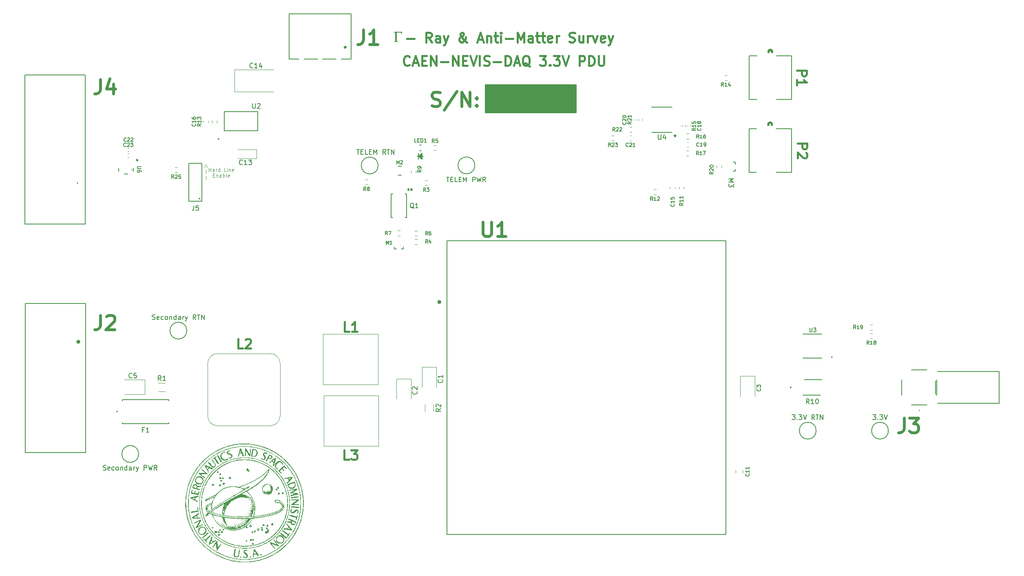
<source format=gbr>
%TF.GenerationSoftware,KiCad,Pcbnew,8.0.6*%
%TF.CreationDate,2025-06-02T13:03:20-04:00*%
%TF.ProjectId,CAEN_NEVIS_DAQ_3p3V,4341454e-5f4e-4455-9649-535f4441515f,rev?*%
%TF.SameCoordinates,Original*%
%TF.FileFunction,Legend,Top*%
%TF.FilePolarity,Positive*%
%FSLAX46Y46*%
G04 Gerber Fmt 4.6, Leading zero omitted, Abs format (unit mm)*
G04 Created by KiCad (PCBNEW 8.0.6) date 2025-06-02 13:03:20*
%MOMM*%
%LPD*%
G01*
G04 APERTURE LIST*
%ADD10C,0.600000*%
%ADD11C,0.400000*%
%ADD12C,0.100000*%
%ADD13C,0.150000*%
%ADD14C,0.200000*%
%ADD15C,0.000000*%
%ADD16C,0.152400*%
%ADD17C,0.127000*%
%ADD18C,0.120000*%
%ADD19C,0.508000*%
G04 APERTURE END LIST*
D10*
X131966164Y-41458800D02*
X132394736Y-41601657D01*
X132394736Y-41601657D02*
X133109021Y-41601657D01*
X133109021Y-41601657D02*
X133394736Y-41458800D01*
X133394736Y-41458800D02*
X133537593Y-41315942D01*
X133537593Y-41315942D02*
X133680450Y-41030228D01*
X133680450Y-41030228D02*
X133680450Y-40744514D01*
X133680450Y-40744514D02*
X133537593Y-40458800D01*
X133537593Y-40458800D02*
X133394736Y-40315942D01*
X133394736Y-40315942D02*
X133109021Y-40173085D01*
X133109021Y-40173085D02*
X132537593Y-40030228D01*
X132537593Y-40030228D02*
X132251878Y-39887371D01*
X132251878Y-39887371D02*
X132109021Y-39744514D01*
X132109021Y-39744514D02*
X131966164Y-39458800D01*
X131966164Y-39458800D02*
X131966164Y-39173085D01*
X131966164Y-39173085D02*
X132109021Y-38887371D01*
X132109021Y-38887371D02*
X132251878Y-38744514D01*
X132251878Y-38744514D02*
X132537593Y-38601657D01*
X132537593Y-38601657D02*
X133251878Y-38601657D01*
X133251878Y-38601657D02*
X133680450Y-38744514D01*
X137109021Y-38458800D02*
X134537593Y-42315942D01*
X138109021Y-41601657D02*
X138109021Y-38601657D01*
X138109021Y-38601657D02*
X139823307Y-41601657D01*
X139823307Y-41601657D02*
X139823307Y-38601657D01*
X141251878Y-41315942D02*
X141394735Y-41458800D01*
X141394735Y-41458800D02*
X141251878Y-41601657D01*
X141251878Y-41601657D02*
X141109021Y-41458800D01*
X141109021Y-41458800D02*
X141251878Y-41315942D01*
X141251878Y-41315942D02*
X141251878Y-41601657D01*
X141251878Y-39744514D02*
X141394735Y-39887371D01*
X141394735Y-39887371D02*
X141251878Y-40030228D01*
X141251878Y-40030228D02*
X141109021Y-39887371D01*
X141109021Y-39887371D02*
X141251878Y-39744514D01*
X141251878Y-39744514D02*
X141251878Y-40030228D01*
D11*
X127332204Y-32933961D02*
X127236966Y-33029200D01*
X127236966Y-33029200D02*
X126951252Y-33124438D01*
X126951252Y-33124438D02*
X126760776Y-33124438D01*
X126760776Y-33124438D02*
X126475061Y-33029200D01*
X126475061Y-33029200D02*
X126284585Y-32838723D01*
X126284585Y-32838723D02*
X126189347Y-32648247D01*
X126189347Y-32648247D02*
X126094109Y-32267295D01*
X126094109Y-32267295D02*
X126094109Y-31981580D01*
X126094109Y-31981580D02*
X126189347Y-31600628D01*
X126189347Y-31600628D02*
X126284585Y-31410152D01*
X126284585Y-31410152D02*
X126475061Y-31219676D01*
X126475061Y-31219676D02*
X126760776Y-31124438D01*
X126760776Y-31124438D02*
X126951252Y-31124438D01*
X126951252Y-31124438D02*
X127236966Y-31219676D01*
X127236966Y-31219676D02*
X127332204Y-31314914D01*
X128094109Y-32553009D02*
X129046490Y-32553009D01*
X127903633Y-33124438D02*
X128570299Y-31124438D01*
X128570299Y-31124438D02*
X129236966Y-33124438D01*
X129903633Y-32076819D02*
X130570300Y-32076819D01*
X130856014Y-33124438D02*
X129903633Y-33124438D01*
X129903633Y-33124438D02*
X129903633Y-31124438D01*
X129903633Y-31124438D02*
X130856014Y-31124438D01*
X131713157Y-33124438D02*
X131713157Y-31124438D01*
X131713157Y-31124438D02*
X132856014Y-33124438D01*
X132856014Y-33124438D02*
X132856014Y-31124438D01*
X133808395Y-32362533D02*
X135332205Y-32362533D01*
X136284585Y-33124438D02*
X136284585Y-31124438D01*
X136284585Y-31124438D02*
X137427442Y-33124438D01*
X137427442Y-33124438D02*
X137427442Y-31124438D01*
X138379823Y-32076819D02*
X139046490Y-32076819D01*
X139332204Y-33124438D02*
X138379823Y-33124438D01*
X138379823Y-33124438D02*
X138379823Y-31124438D01*
X138379823Y-31124438D02*
X139332204Y-31124438D01*
X139903633Y-31124438D02*
X140570299Y-33124438D01*
X140570299Y-33124438D02*
X141236966Y-31124438D01*
X141903633Y-33124438D02*
X141903633Y-31124438D01*
X142760776Y-33029200D02*
X143046490Y-33124438D01*
X143046490Y-33124438D02*
X143522681Y-33124438D01*
X143522681Y-33124438D02*
X143713157Y-33029200D01*
X143713157Y-33029200D02*
X143808395Y-32933961D01*
X143808395Y-32933961D02*
X143903633Y-32743485D01*
X143903633Y-32743485D02*
X143903633Y-32553009D01*
X143903633Y-32553009D02*
X143808395Y-32362533D01*
X143808395Y-32362533D02*
X143713157Y-32267295D01*
X143713157Y-32267295D02*
X143522681Y-32172057D01*
X143522681Y-32172057D02*
X143141728Y-32076819D01*
X143141728Y-32076819D02*
X142951252Y-31981580D01*
X142951252Y-31981580D02*
X142856014Y-31886342D01*
X142856014Y-31886342D02*
X142760776Y-31695866D01*
X142760776Y-31695866D02*
X142760776Y-31505390D01*
X142760776Y-31505390D02*
X142856014Y-31314914D01*
X142856014Y-31314914D02*
X142951252Y-31219676D01*
X142951252Y-31219676D02*
X143141728Y-31124438D01*
X143141728Y-31124438D02*
X143617919Y-31124438D01*
X143617919Y-31124438D02*
X143903633Y-31219676D01*
X144760776Y-32362533D02*
X146284586Y-32362533D01*
X147236966Y-33124438D02*
X147236966Y-31124438D01*
X147236966Y-31124438D02*
X147713156Y-31124438D01*
X147713156Y-31124438D02*
X147998871Y-31219676D01*
X147998871Y-31219676D02*
X148189347Y-31410152D01*
X148189347Y-31410152D02*
X148284585Y-31600628D01*
X148284585Y-31600628D02*
X148379823Y-31981580D01*
X148379823Y-31981580D02*
X148379823Y-32267295D01*
X148379823Y-32267295D02*
X148284585Y-32648247D01*
X148284585Y-32648247D02*
X148189347Y-32838723D01*
X148189347Y-32838723D02*
X147998871Y-33029200D01*
X147998871Y-33029200D02*
X147713156Y-33124438D01*
X147713156Y-33124438D02*
X147236966Y-33124438D01*
X149141728Y-32553009D02*
X150094109Y-32553009D01*
X148951252Y-33124438D02*
X149617918Y-31124438D01*
X149617918Y-31124438D02*
X150284585Y-33124438D01*
X152284585Y-33314914D02*
X152094109Y-33219676D01*
X152094109Y-33219676D02*
X151903633Y-33029200D01*
X151903633Y-33029200D02*
X151617919Y-32743485D01*
X151617919Y-32743485D02*
X151427442Y-32648247D01*
X151427442Y-32648247D02*
X151236966Y-32648247D01*
X151332204Y-33124438D02*
X151141728Y-33029200D01*
X151141728Y-33029200D02*
X150951252Y-32838723D01*
X150951252Y-32838723D02*
X150856014Y-32457771D01*
X150856014Y-32457771D02*
X150856014Y-31791104D01*
X150856014Y-31791104D02*
X150951252Y-31410152D01*
X150951252Y-31410152D02*
X151141728Y-31219676D01*
X151141728Y-31219676D02*
X151332204Y-31124438D01*
X151332204Y-31124438D02*
X151713157Y-31124438D01*
X151713157Y-31124438D02*
X151903633Y-31219676D01*
X151903633Y-31219676D02*
X152094109Y-31410152D01*
X152094109Y-31410152D02*
X152189347Y-31791104D01*
X152189347Y-31791104D02*
X152189347Y-32457771D01*
X152189347Y-32457771D02*
X152094109Y-32838723D01*
X152094109Y-32838723D02*
X151903633Y-33029200D01*
X151903633Y-33029200D02*
X151713157Y-33124438D01*
X151713157Y-33124438D02*
X151332204Y-33124438D01*
X154379824Y-31124438D02*
X155617919Y-31124438D01*
X155617919Y-31124438D02*
X154951252Y-31886342D01*
X154951252Y-31886342D02*
X155236967Y-31886342D01*
X155236967Y-31886342D02*
X155427443Y-31981580D01*
X155427443Y-31981580D02*
X155522681Y-32076819D01*
X155522681Y-32076819D02*
X155617919Y-32267295D01*
X155617919Y-32267295D02*
X155617919Y-32743485D01*
X155617919Y-32743485D02*
X155522681Y-32933961D01*
X155522681Y-32933961D02*
X155427443Y-33029200D01*
X155427443Y-33029200D02*
X155236967Y-33124438D01*
X155236967Y-33124438D02*
X154665538Y-33124438D01*
X154665538Y-33124438D02*
X154475062Y-33029200D01*
X154475062Y-33029200D02*
X154379824Y-32933961D01*
X156475062Y-32933961D02*
X156570300Y-33029200D01*
X156570300Y-33029200D02*
X156475062Y-33124438D01*
X156475062Y-33124438D02*
X156379824Y-33029200D01*
X156379824Y-33029200D02*
X156475062Y-32933961D01*
X156475062Y-32933961D02*
X156475062Y-33124438D01*
X157236967Y-31124438D02*
X158475062Y-31124438D01*
X158475062Y-31124438D02*
X157808395Y-31886342D01*
X157808395Y-31886342D02*
X158094110Y-31886342D01*
X158094110Y-31886342D02*
X158284586Y-31981580D01*
X158284586Y-31981580D02*
X158379824Y-32076819D01*
X158379824Y-32076819D02*
X158475062Y-32267295D01*
X158475062Y-32267295D02*
X158475062Y-32743485D01*
X158475062Y-32743485D02*
X158379824Y-32933961D01*
X158379824Y-32933961D02*
X158284586Y-33029200D01*
X158284586Y-33029200D02*
X158094110Y-33124438D01*
X158094110Y-33124438D02*
X157522681Y-33124438D01*
X157522681Y-33124438D02*
X157332205Y-33029200D01*
X157332205Y-33029200D02*
X157236967Y-32933961D01*
X159046491Y-31124438D02*
X159713157Y-33124438D01*
X159713157Y-33124438D02*
X160379824Y-31124438D01*
X162570301Y-33124438D02*
X162570301Y-31124438D01*
X162570301Y-31124438D02*
X163332206Y-31124438D01*
X163332206Y-31124438D02*
X163522682Y-31219676D01*
X163522682Y-31219676D02*
X163617920Y-31314914D01*
X163617920Y-31314914D02*
X163713158Y-31505390D01*
X163713158Y-31505390D02*
X163713158Y-31791104D01*
X163713158Y-31791104D02*
X163617920Y-31981580D01*
X163617920Y-31981580D02*
X163522682Y-32076819D01*
X163522682Y-32076819D02*
X163332206Y-32172057D01*
X163332206Y-32172057D02*
X162570301Y-32172057D01*
X164570301Y-33124438D02*
X164570301Y-31124438D01*
X164570301Y-31124438D02*
X165046491Y-31124438D01*
X165046491Y-31124438D02*
X165332206Y-31219676D01*
X165332206Y-31219676D02*
X165522682Y-31410152D01*
X165522682Y-31410152D02*
X165617920Y-31600628D01*
X165617920Y-31600628D02*
X165713158Y-31981580D01*
X165713158Y-31981580D02*
X165713158Y-32267295D01*
X165713158Y-32267295D02*
X165617920Y-32648247D01*
X165617920Y-32648247D02*
X165522682Y-32838723D01*
X165522682Y-32838723D02*
X165332206Y-33029200D01*
X165332206Y-33029200D02*
X165046491Y-33124438D01*
X165046491Y-33124438D02*
X164570301Y-33124438D01*
X166570301Y-31124438D02*
X166570301Y-32743485D01*
X166570301Y-32743485D02*
X166665539Y-32933961D01*
X166665539Y-32933961D02*
X166760777Y-33029200D01*
X166760777Y-33029200D02*
X166951253Y-33124438D01*
X166951253Y-33124438D02*
X167332206Y-33124438D01*
X167332206Y-33124438D02*
X167522682Y-33029200D01*
X167522682Y-33029200D02*
X167617920Y-32933961D01*
X167617920Y-32933961D02*
X167713158Y-32743485D01*
X167713158Y-32743485D02*
X167713158Y-31124438D01*
G36*
X125801681Y-26128247D02*
G01*
X125819413Y-26609698D01*
X125730216Y-26609698D01*
X125712522Y-26498568D01*
X125673834Y-26397214D01*
X125627048Y-26339419D01*
X125526784Y-26289096D01*
X125412219Y-26269327D01*
X125322916Y-26265804D01*
X124680802Y-26265804D01*
X124680802Y-27933690D01*
X124700322Y-28039855D01*
X124730774Y-28080382D01*
X124833518Y-28118686D01*
X124902721Y-28122831D01*
X125001591Y-28122831D01*
X125001591Y-28226000D01*
X124052658Y-28226000D01*
X124052658Y-28122831D01*
X124122512Y-28122831D01*
X124230382Y-28112085D01*
X124300369Y-28079845D01*
X124348729Y-27981311D01*
X124351953Y-27933690D01*
X124351953Y-26420556D01*
X124330201Y-26311540D01*
X124301444Y-26274939D01*
X124195167Y-26235665D01*
X124122512Y-26231415D01*
X124052658Y-26231415D01*
X124052658Y-26128247D01*
X125801681Y-26128247D01*
G37*
X126779347Y-27502533D02*
X128303157Y-27502533D01*
X131922204Y-28264438D02*
X131255537Y-27312057D01*
X130779347Y-28264438D02*
X130779347Y-26264438D01*
X130779347Y-26264438D02*
X131541252Y-26264438D01*
X131541252Y-26264438D02*
X131731728Y-26359676D01*
X131731728Y-26359676D02*
X131826966Y-26454914D01*
X131826966Y-26454914D02*
X131922204Y-26645390D01*
X131922204Y-26645390D02*
X131922204Y-26931104D01*
X131922204Y-26931104D02*
X131826966Y-27121580D01*
X131826966Y-27121580D02*
X131731728Y-27216819D01*
X131731728Y-27216819D02*
X131541252Y-27312057D01*
X131541252Y-27312057D02*
X130779347Y-27312057D01*
X133636490Y-28264438D02*
X133636490Y-27216819D01*
X133636490Y-27216819D02*
X133541252Y-27026342D01*
X133541252Y-27026342D02*
X133350776Y-26931104D01*
X133350776Y-26931104D02*
X132969823Y-26931104D01*
X132969823Y-26931104D02*
X132779347Y-27026342D01*
X133636490Y-28169200D02*
X133446014Y-28264438D01*
X133446014Y-28264438D02*
X132969823Y-28264438D01*
X132969823Y-28264438D02*
X132779347Y-28169200D01*
X132779347Y-28169200D02*
X132684109Y-27978723D01*
X132684109Y-27978723D02*
X132684109Y-27788247D01*
X132684109Y-27788247D02*
X132779347Y-27597771D01*
X132779347Y-27597771D02*
X132969823Y-27502533D01*
X132969823Y-27502533D02*
X133446014Y-27502533D01*
X133446014Y-27502533D02*
X133636490Y-27407295D01*
X134398395Y-26931104D02*
X134874585Y-28264438D01*
X135350776Y-26931104D02*
X134874585Y-28264438D01*
X134874585Y-28264438D02*
X134684109Y-28740628D01*
X134684109Y-28740628D02*
X134588871Y-28835866D01*
X134588871Y-28835866D02*
X134398395Y-28931104D01*
X139255539Y-28264438D02*
X139160301Y-28264438D01*
X139160301Y-28264438D02*
X138969824Y-28169200D01*
X138969824Y-28169200D02*
X138684110Y-27883485D01*
X138684110Y-27883485D02*
X138207920Y-27312057D01*
X138207920Y-27312057D02*
X138017443Y-27026342D01*
X138017443Y-27026342D02*
X137922205Y-26740628D01*
X137922205Y-26740628D02*
X137922205Y-26550152D01*
X137922205Y-26550152D02*
X138017443Y-26359676D01*
X138017443Y-26359676D02*
X138207920Y-26264438D01*
X138207920Y-26264438D02*
X138303158Y-26264438D01*
X138303158Y-26264438D02*
X138493634Y-26359676D01*
X138493634Y-26359676D02*
X138588872Y-26550152D01*
X138588872Y-26550152D02*
X138588872Y-26645390D01*
X138588872Y-26645390D02*
X138493634Y-26835866D01*
X138493634Y-26835866D02*
X138398396Y-26931104D01*
X138398396Y-26931104D02*
X137826967Y-27312057D01*
X137826967Y-27312057D02*
X137731729Y-27407295D01*
X137731729Y-27407295D02*
X137636491Y-27597771D01*
X137636491Y-27597771D02*
X137636491Y-27883485D01*
X137636491Y-27883485D02*
X137731729Y-28073961D01*
X137731729Y-28073961D02*
X137826967Y-28169200D01*
X137826967Y-28169200D02*
X138017443Y-28264438D01*
X138017443Y-28264438D02*
X138303158Y-28264438D01*
X138303158Y-28264438D02*
X138493634Y-28169200D01*
X138493634Y-28169200D02*
X138588872Y-28073961D01*
X138588872Y-28073961D02*
X138874586Y-27693009D01*
X138874586Y-27693009D02*
X138969824Y-27407295D01*
X138969824Y-27407295D02*
X138969824Y-27216819D01*
X141541253Y-27693009D02*
X142493634Y-27693009D01*
X141350777Y-28264438D02*
X142017443Y-26264438D01*
X142017443Y-26264438D02*
X142684110Y-28264438D01*
X143350777Y-26931104D02*
X143350777Y-28264438D01*
X143350777Y-27121580D02*
X143446015Y-27026342D01*
X143446015Y-27026342D02*
X143636491Y-26931104D01*
X143636491Y-26931104D02*
X143922206Y-26931104D01*
X143922206Y-26931104D02*
X144112682Y-27026342D01*
X144112682Y-27026342D02*
X144207920Y-27216819D01*
X144207920Y-27216819D02*
X144207920Y-28264438D01*
X144874587Y-26931104D02*
X145636491Y-26931104D01*
X145160301Y-26264438D02*
X145160301Y-27978723D01*
X145160301Y-27978723D02*
X145255539Y-28169200D01*
X145255539Y-28169200D02*
X145446015Y-28264438D01*
X145446015Y-28264438D02*
X145636491Y-28264438D01*
X146303158Y-28264438D02*
X146303158Y-26931104D01*
X146303158Y-26264438D02*
X146207920Y-26359676D01*
X146207920Y-26359676D02*
X146303158Y-26454914D01*
X146303158Y-26454914D02*
X146398396Y-26359676D01*
X146398396Y-26359676D02*
X146303158Y-26264438D01*
X146303158Y-26264438D02*
X146303158Y-26454914D01*
X147255539Y-27502533D02*
X148779349Y-27502533D01*
X149731729Y-28264438D02*
X149731729Y-26264438D01*
X149731729Y-26264438D02*
X150398396Y-27693009D01*
X150398396Y-27693009D02*
X151065062Y-26264438D01*
X151065062Y-26264438D02*
X151065062Y-28264438D01*
X152874586Y-28264438D02*
X152874586Y-27216819D01*
X152874586Y-27216819D02*
X152779348Y-27026342D01*
X152779348Y-27026342D02*
X152588872Y-26931104D01*
X152588872Y-26931104D02*
X152207919Y-26931104D01*
X152207919Y-26931104D02*
X152017443Y-27026342D01*
X152874586Y-28169200D02*
X152684110Y-28264438D01*
X152684110Y-28264438D02*
X152207919Y-28264438D01*
X152207919Y-28264438D02*
X152017443Y-28169200D01*
X152017443Y-28169200D02*
X151922205Y-27978723D01*
X151922205Y-27978723D02*
X151922205Y-27788247D01*
X151922205Y-27788247D02*
X152017443Y-27597771D01*
X152017443Y-27597771D02*
X152207919Y-27502533D01*
X152207919Y-27502533D02*
X152684110Y-27502533D01*
X152684110Y-27502533D02*
X152874586Y-27407295D01*
X153541253Y-26931104D02*
X154303157Y-26931104D01*
X153826967Y-26264438D02*
X153826967Y-27978723D01*
X153826967Y-27978723D02*
X153922205Y-28169200D01*
X153922205Y-28169200D02*
X154112681Y-28264438D01*
X154112681Y-28264438D02*
X154303157Y-28264438D01*
X154684110Y-26931104D02*
X155446014Y-26931104D01*
X154969824Y-26264438D02*
X154969824Y-27978723D01*
X154969824Y-27978723D02*
X155065062Y-28169200D01*
X155065062Y-28169200D02*
X155255538Y-28264438D01*
X155255538Y-28264438D02*
X155446014Y-28264438D01*
X156874586Y-28169200D02*
X156684110Y-28264438D01*
X156684110Y-28264438D02*
X156303157Y-28264438D01*
X156303157Y-28264438D02*
X156112681Y-28169200D01*
X156112681Y-28169200D02*
X156017443Y-27978723D01*
X156017443Y-27978723D02*
X156017443Y-27216819D01*
X156017443Y-27216819D02*
X156112681Y-27026342D01*
X156112681Y-27026342D02*
X156303157Y-26931104D01*
X156303157Y-26931104D02*
X156684110Y-26931104D01*
X156684110Y-26931104D02*
X156874586Y-27026342D01*
X156874586Y-27026342D02*
X156969824Y-27216819D01*
X156969824Y-27216819D02*
X156969824Y-27407295D01*
X156969824Y-27407295D02*
X156017443Y-27597771D01*
X157826967Y-28264438D02*
X157826967Y-26931104D01*
X157826967Y-27312057D02*
X157922205Y-27121580D01*
X157922205Y-27121580D02*
X158017443Y-27026342D01*
X158017443Y-27026342D02*
X158207919Y-26931104D01*
X158207919Y-26931104D02*
X158398396Y-26931104D01*
X160493634Y-28169200D02*
X160779348Y-28264438D01*
X160779348Y-28264438D02*
X161255539Y-28264438D01*
X161255539Y-28264438D02*
X161446015Y-28169200D01*
X161446015Y-28169200D02*
X161541253Y-28073961D01*
X161541253Y-28073961D02*
X161636491Y-27883485D01*
X161636491Y-27883485D02*
X161636491Y-27693009D01*
X161636491Y-27693009D02*
X161541253Y-27502533D01*
X161541253Y-27502533D02*
X161446015Y-27407295D01*
X161446015Y-27407295D02*
X161255539Y-27312057D01*
X161255539Y-27312057D02*
X160874586Y-27216819D01*
X160874586Y-27216819D02*
X160684110Y-27121580D01*
X160684110Y-27121580D02*
X160588872Y-27026342D01*
X160588872Y-27026342D02*
X160493634Y-26835866D01*
X160493634Y-26835866D02*
X160493634Y-26645390D01*
X160493634Y-26645390D02*
X160588872Y-26454914D01*
X160588872Y-26454914D02*
X160684110Y-26359676D01*
X160684110Y-26359676D02*
X160874586Y-26264438D01*
X160874586Y-26264438D02*
X161350777Y-26264438D01*
X161350777Y-26264438D02*
X161636491Y-26359676D01*
X163350777Y-26931104D02*
X163350777Y-28264438D01*
X162493634Y-26931104D02*
X162493634Y-27978723D01*
X162493634Y-27978723D02*
X162588872Y-28169200D01*
X162588872Y-28169200D02*
X162779348Y-28264438D01*
X162779348Y-28264438D02*
X163065063Y-28264438D01*
X163065063Y-28264438D02*
X163255539Y-28169200D01*
X163255539Y-28169200D02*
X163350777Y-28073961D01*
X164303158Y-28264438D02*
X164303158Y-26931104D01*
X164303158Y-27312057D02*
X164398396Y-27121580D01*
X164398396Y-27121580D02*
X164493634Y-27026342D01*
X164493634Y-27026342D02*
X164684110Y-26931104D01*
X164684110Y-26931104D02*
X164874587Y-26931104D01*
X165350777Y-26931104D02*
X165826967Y-28264438D01*
X165826967Y-28264438D02*
X166303158Y-26931104D01*
X167826968Y-28169200D02*
X167636492Y-28264438D01*
X167636492Y-28264438D02*
X167255539Y-28264438D01*
X167255539Y-28264438D02*
X167065063Y-28169200D01*
X167065063Y-28169200D02*
X166969825Y-27978723D01*
X166969825Y-27978723D02*
X166969825Y-27216819D01*
X166969825Y-27216819D02*
X167065063Y-27026342D01*
X167065063Y-27026342D02*
X167255539Y-26931104D01*
X167255539Y-26931104D02*
X167636492Y-26931104D01*
X167636492Y-26931104D02*
X167826968Y-27026342D01*
X167826968Y-27026342D02*
X167922206Y-27216819D01*
X167922206Y-27216819D02*
X167922206Y-27407295D01*
X167922206Y-27407295D02*
X166969825Y-27597771D01*
X168588873Y-26931104D02*
X169065063Y-28264438D01*
X169541254Y-26931104D02*
X169065063Y-28264438D01*
X169065063Y-28264438D02*
X168874587Y-28740628D01*
X168874587Y-28740628D02*
X168779349Y-28835866D01*
X168779349Y-28835866D02*
X168588873Y-28931104D01*
D12*
X85676429Y-55105556D02*
X85676429Y-54355556D01*
X85676429Y-54712699D02*
X86105000Y-54712699D01*
X86105000Y-55105556D02*
X86105000Y-54355556D01*
X86783572Y-55105556D02*
X86783572Y-54712699D01*
X86783572Y-54712699D02*
X86747857Y-54641270D01*
X86747857Y-54641270D02*
X86676429Y-54605556D01*
X86676429Y-54605556D02*
X86533572Y-54605556D01*
X86533572Y-54605556D02*
X86462143Y-54641270D01*
X86783572Y-55069842D02*
X86712143Y-55105556D01*
X86712143Y-55105556D02*
X86533572Y-55105556D01*
X86533572Y-55105556D02*
X86462143Y-55069842D01*
X86462143Y-55069842D02*
X86426429Y-54998413D01*
X86426429Y-54998413D02*
X86426429Y-54926984D01*
X86426429Y-54926984D02*
X86462143Y-54855556D01*
X86462143Y-54855556D02*
X86533572Y-54819842D01*
X86533572Y-54819842D02*
X86712143Y-54819842D01*
X86712143Y-54819842D02*
X86783572Y-54784127D01*
X87140714Y-55105556D02*
X87140714Y-54605556D01*
X87140714Y-54748413D02*
X87176428Y-54676984D01*
X87176428Y-54676984D02*
X87212143Y-54641270D01*
X87212143Y-54641270D02*
X87283571Y-54605556D01*
X87283571Y-54605556D02*
X87355000Y-54605556D01*
X87926429Y-55105556D02*
X87926429Y-54355556D01*
X87926429Y-55069842D02*
X87855000Y-55105556D01*
X87855000Y-55105556D02*
X87712143Y-55105556D01*
X87712143Y-55105556D02*
X87640714Y-55069842D01*
X87640714Y-55069842D02*
X87605000Y-55034127D01*
X87605000Y-55034127D02*
X87569286Y-54962699D01*
X87569286Y-54962699D02*
X87569286Y-54748413D01*
X87569286Y-54748413D02*
X87605000Y-54676984D01*
X87605000Y-54676984D02*
X87640714Y-54641270D01*
X87640714Y-54641270D02*
X87712143Y-54605556D01*
X87712143Y-54605556D02*
X87855000Y-54605556D01*
X87855000Y-54605556D02*
X87926429Y-54641270D01*
X89212143Y-55105556D02*
X88855000Y-55105556D01*
X88855000Y-55105556D02*
X88855000Y-54355556D01*
X89462143Y-55105556D02*
X89462143Y-54605556D01*
X89462143Y-54355556D02*
X89426429Y-54391270D01*
X89426429Y-54391270D02*
X89462143Y-54426984D01*
X89462143Y-54426984D02*
X89497857Y-54391270D01*
X89497857Y-54391270D02*
X89462143Y-54355556D01*
X89462143Y-54355556D02*
X89462143Y-54426984D01*
X89819286Y-54605556D02*
X89819286Y-55105556D01*
X89819286Y-54676984D02*
X89855000Y-54641270D01*
X89855000Y-54641270D02*
X89926429Y-54605556D01*
X89926429Y-54605556D02*
X90033572Y-54605556D01*
X90033572Y-54605556D02*
X90105000Y-54641270D01*
X90105000Y-54641270D02*
X90140715Y-54712699D01*
X90140715Y-54712699D02*
X90140715Y-55105556D01*
X90783571Y-55069842D02*
X90712143Y-55105556D01*
X90712143Y-55105556D02*
X90569286Y-55105556D01*
X90569286Y-55105556D02*
X90497857Y-55069842D01*
X90497857Y-55069842D02*
X90462143Y-54998413D01*
X90462143Y-54998413D02*
X90462143Y-54712699D01*
X90462143Y-54712699D02*
X90497857Y-54641270D01*
X90497857Y-54641270D02*
X90569286Y-54605556D01*
X90569286Y-54605556D02*
X90712143Y-54605556D01*
X90712143Y-54605556D02*
X90783571Y-54641270D01*
X90783571Y-54641270D02*
X90819286Y-54712699D01*
X90819286Y-54712699D02*
X90819286Y-54784127D01*
X90819286Y-54784127D02*
X90462143Y-54855556D01*
X86533572Y-55920157D02*
X86783572Y-55920157D01*
X86890715Y-56313014D02*
X86533572Y-56313014D01*
X86533572Y-56313014D02*
X86533572Y-55563014D01*
X86533572Y-55563014D02*
X86890715Y-55563014D01*
X87212143Y-55813014D02*
X87212143Y-56313014D01*
X87212143Y-55884442D02*
X87247857Y-55848728D01*
X87247857Y-55848728D02*
X87319286Y-55813014D01*
X87319286Y-55813014D02*
X87426429Y-55813014D01*
X87426429Y-55813014D02*
X87497857Y-55848728D01*
X87497857Y-55848728D02*
X87533572Y-55920157D01*
X87533572Y-55920157D02*
X87533572Y-56313014D01*
X88212143Y-56313014D02*
X88212143Y-55920157D01*
X88212143Y-55920157D02*
X88176428Y-55848728D01*
X88176428Y-55848728D02*
X88105000Y-55813014D01*
X88105000Y-55813014D02*
X87962143Y-55813014D01*
X87962143Y-55813014D02*
X87890714Y-55848728D01*
X88212143Y-56277300D02*
X88140714Y-56313014D01*
X88140714Y-56313014D02*
X87962143Y-56313014D01*
X87962143Y-56313014D02*
X87890714Y-56277300D01*
X87890714Y-56277300D02*
X87855000Y-56205871D01*
X87855000Y-56205871D02*
X87855000Y-56134442D01*
X87855000Y-56134442D02*
X87890714Y-56063014D01*
X87890714Y-56063014D02*
X87962143Y-56027300D01*
X87962143Y-56027300D02*
X88140714Y-56027300D01*
X88140714Y-56027300D02*
X88212143Y-55991585D01*
X88569285Y-56313014D02*
X88569285Y-55563014D01*
X88569285Y-55848728D02*
X88640714Y-55813014D01*
X88640714Y-55813014D02*
X88783571Y-55813014D01*
X88783571Y-55813014D02*
X88854999Y-55848728D01*
X88854999Y-55848728D02*
X88890714Y-55884442D01*
X88890714Y-55884442D02*
X88926428Y-55955871D01*
X88926428Y-55955871D02*
X88926428Y-56170157D01*
X88926428Y-56170157D02*
X88890714Y-56241585D01*
X88890714Y-56241585D02*
X88854999Y-56277300D01*
X88854999Y-56277300D02*
X88783571Y-56313014D01*
X88783571Y-56313014D02*
X88640714Y-56313014D01*
X88640714Y-56313014D02*
X88569285Y-56277300D01*
X89354999Y-56313014D02*
X89283570Y-56277300D01*
X89283570Y-56277300D02*
X89247856Y-56205871D01*
X89247856Y-56205871D02*
X89247856Y-55563014D01*
X89926427Y-56277300D02*
X89854999Y-56313014D01*
X89854999Y-56313014D02*
X89712142Y-56313014D01*
X89712142Y-56313014D02*
X89640713Y-56277300D01*
X89640713Y-56277300D02*
X89604999Y-56205871D01*
X89604999Y-56205871D02*
X89604999Y-55920157D01*
X89604999Y-55920157D02*
X89640713Y-55848728D01*
X89640713Y-55848728D02*
X89712142Y-55813014D01*
X89712142Y-55813014D02*
X89854999Y-55813014D01*
X89854999Y-55813014D02*
X89926427Y-55848728D01*
X89926427Y-55848728D02*
X89962142Y-55920157D01*
X89962142Y-55920157D02*
X89962142Y-55991585D01*
X89962142Y-55991585D02*
X89604999Y-56063014D01*
X85041466Y-56836115D02*
X85041466Y-56074211D01*
X85041466Y-55598020D02*
X85041466Y-54836116D01*
X84755752Y-54359925D02*
X85041466Y-53598021D01*
X85041466Y-53598021D02*
X85327180Y-54359925D01*
D13*
X94738095Y-41004819D02*
X94738095Y-41814342D01*
X94738095Y-41814342D02*
X94785714Y-41909580D01*
X94785714Y-41909580D02*
X94833333Y-41957200D01*
X94833333Y-41957200D02*
X94928571Y-42004819D01*
X94928571Y-42004819D02*
X95119047Y-42004819D01*
X95119047Y-42004819D02*
X95214285Y-41957200D01*
X95214285Y-41957200D02*
X95261904Y-41909580D01*
X95261904Y-41909580D02*
X95309523Y-41814342D01*
X95309523Y-41814342D02*
X95309523Y-41004819D01*
X95738095Y-41100057D02*
X95785714Y-41052438D01*
X95785714Y-41052438D02*
X95880952Y-41004819D01*
X95880952Y-41004819D02*
X96119047Y-41004819D01*
X96119047Y-41004819D02*
X96214285Y-41052438D01*
X96214285Y-41052438D02*
X96261904Y-41100057D01*
X96261904Y-41100057D02*
X96309523Y-41195295D01*
X96309523Y-41195295D02*
X96309523Y-41290533D01*
X96309523Y-41290533D02*
X96261904Y-41433390D01*
X96261904Y-41433390D02*
X95690476Y-42004819D01*
X95690476Y-42004819D02*
X96309523Y-42004819D01*
X193594180Y-56652476D02*
X194594180Y-56652476D01*
X194594180Y-56652476D02*
X193879895Y-56985809D01*
X193879895Y-56985809D02*
X194594180Y-57319142D01*
X194594180Y-57319142D02*
X193594180Y-57319142D01*
X194594180Y-57700095D02*
X194594180Y-58319142D01*
X194594180Y-58319142D02*
X194213228Y-57985809D01*
X194213228Y-57985809D02*
X194213228Y-58128666D01*
X194213228Y-58128666D02*
X194165609Y-58223904D01*
X194165609Y-58223904D02*
X194117990Y-58271523D01*
X194117990Y-58271523D02*
X194022752Y-58319142D01*
X194022752Y-58319142D02*
X193784657Y-58319142D01*
X193784657Y-58319142D02*
X193689419Y-58271523D01*
X193689419Y-58271523D02*
X193641800Y-58223904D01*
X193641800Y-58223904D02*
X193594180Y-58128666D01*
X193594180Y-58128666D02*
X193594180Y-57842952D01*
X193594180Y-57842952D02*
X193641800Y-57747714D01*
X193641800Y-57747714D02*
X193689419Y-57700095D01*
X122452857Y-70299164D02*
X122452857Y-69549164D01*
X122452857Y-69549164D02*
X122702857Y-70084878D01*
X122702857Y-70084878D02*
X122952857Y-69549164D01*
X122952857Y-69549164D02*
X122952857Y-70299164D01*
X123702857Y-70299164D02*
X123274286Y-70299164D01*
X123488571Y-70299164D02*
X123488571Y-69549164D01*
X123488571Y-69549164D02*
X123417143Y-69656307D01*
X123417143Y-69656307D02*
X123345714Y-69727735D01*
X123345714Y-69727735D02*
X123274286Y-69763450D01*
X73911428Y-85867200D02*
X74054285Y-85914819D01*
X74054285Y-85914819D02*
X74292380Y-85914819D01*
X74292380Y-85914819D02*
X74387618Y-85867200D01*
X74387618Y-85867200D02*
X74435237Y-85819580D01*
X74435237Y-85819580D02*
X74482856Y-85724342D01*
X74482856Y-85724342D02*
X74482856Y-85629104D01*
X74482856Y-85629104D02*
X74435237Y-85533866D01*
X74435237Y-85533866D02*
X74387618Y-85486247D01*
X74387618Y-85486247D02*
X74292380Y-85438628D01*
X74292380Y-85438628D02*
X74101904Y-85391009D01*
X74101904Y-85391009D02*
X74006666Y-85343390D01*
X74006666Y-85343390D02*
X73959047Y-85295771D01*
X73959047Y-85295771D02*
X73911428Y-85200533D01*
X73911428Y-85200533D02*
X73911428Y-85105295D01*
X73911428Y-85105295D02*
X73959047Y-85010057D01*
X73959047Y-85010057D02*
X74006666Y-84962438D01*
X74006666Y-84962438D02*
X74101904Y-84914819D01*
X74101904Y-84914819D02*
X74339999Y-84914819D01*
X74339999Y-84914819D02*
X74482856Y-84962438D01*
X75292380Y-85867200D02*
X75197142Y-85914819D01*
X75197142Y-85914819D02*
X75006666Y-85914819D01*
X75006666Y-85914819D02*
X74911428Y-85867200D01*
X74911428Y-85867200D02*
X74863809Y-85771961D01*
X74863809Y-85771961D02*
X74863809Y-85391009D01*
X74863809Y-85391009D02*
X74911428Y-85295771D01*
X74911428Y-85295771D02*
X75006666Y-85248152D01*
X75006666Y-85248152D02*
X75197142Y-85248152D01*
X75197142Y-85248152D02*
X75292380Y-85295771D01*
X75292380Y-85295771D02*
X75339999Y-85391009D01*
X75339999Y-85391009D02*
X75339999Y-85486247D01*
X75339999Y-85486247D02*
X74863809Y-85581485D01*
X76197142Y-85867200D02*
X76101904Y-85914819D01*
X76101904Y-85914819D02*
X75911428Y-85914819D01*
X75911428Y-85914819D02*
X75816190Y-85867200D01*
X75816190Y-85867200D02*
X75768571Y-85819580D01*
X75768571Y-85819580D02*
X75720952Y-85724342D01*
X75720952Y-85724342D02*
X75720952Y-85438628D01*
X75720952Y-85438628D02*
X75768571Y-85343390D01*
X75768571Y-85343390D02*
X75816190Y-85295771D01*
X75816190Y-85295771D02*
X75911428Y-85248152D01*
X75911428Y-85248152D02*
X76101904Y-85248152D01*
X76101904Y-85248152D02*
X76197142Y-85295771D01*
X76768571Y-85914819D02*
X76673333Y-85867200D01*
X76673333Y-85867200D02*
X76625714Y-85819580D01*
X76625714Y-85819580D02*
X76578095Y-85724342D01*
X76578095Y-85724342D02*
X76578095Y-85438628D01*
X76578095Y-85438628D02*
X76625714Y-85343390D01*
X76625714Y-85343390D02*
X76673333Y-85295771D01*
X76673333Y-85295771D02*
X76768571Y-85248152D01*
X76768571Y-85248152D02*
X76911428Y-85248152D01*
X76911428Y-85248152D02*
X77006666Y-85295771D01*
X77006666Y-85295771D02*
X77054285Y-85343390D01*
X77054285Y-85343390D02*
X77101904Y-85438628D01*
X77101904Y-85438628D02*
X77101904Y-85724342D01*
X77101904Y-85724342D02*
X77054285Y-85819580D01*
X77054285Y-85819580D02*
X77006666Y-85867200D01*
X77006666Y-85867200D02*
X76911428Y-85914819D01*
X76911428Y-85914819D02*
X76768571Y-85914819D01*
X77530476Y-85248152D02*
X77530476Y-85914819D01*
X77530476Y-85343390D02*
X77578095Y-85295771D01*
X77578095Y-85295771D02*
X77673333Y-85248152D01*
X77673333Y-85248152D02*
X77816190Y-85248152D01*
X77816190Y-85248152D02*
X77911428Y-85295771D01*
X77911428Y-85295771D02*
X77959047Y-85391009D01*
X77959047Y-85391009D02*
X77959047Y-85914819D01*
X78863809Y-85914819D02*
X78863809Y-84914819D01*
X78863809Y-85867200D02*
X78768571Y-85914819D01*
X78768571Y-85914819D02*
X78578095Y-85914819D01*
X78578095Y-85914819D02*
X78482857Y-85867200D01*
X78482857Y-85867200D02*
X78435238Y-85819580D01*
X78435238Y-85819580D02*
X78387619Y-85724342D01*
X78387619Y-85724342D02*
X78387619Y-85438628D01*
X78387619Y-85438628D02*
X78435238Y-85343390D01*
X78435238Y-85343390D02*
X78482857Y-85295771D01*
X78482857Y-85295771D02*
X78578095Y-85248152D01*
X78578095Y-85248152D02*
X78768571Y-85248152D01*
X78768571Y-85248152D02*
X78863809Y-85295771D01*
X79768571Y-85914819D02*
X79768571Y-85391009D01*
X79768571Y-85391009D02*
X79720952Y-85295771D01*
X79720952Y-85295771D02*
X79625714Y-85248152D01*
X79625714Y-85248152D02*
X79435238Y-85248152D01*
X79435238Y-85248152D02*
X79340000Y-85295771D01*
X79768571Y-85867200D02*
X79673333Y-85914819D01*
X79673333Y-85914819D02*
X79435238Y-85914819D01*
X79435238Y-85914819D02*
X79340000Y-85867200D01*
X79340000Y-85867200D02*
X79292381Y-85771961D01*
X79292381Y-85771961D02*
X79292381Y-85676723D01*
X79292381Y-85676723D02*
X79340000Y-85581485D01*
X79340000Y-85581485D02*
X79435238Y-85533866D01*
X79435238Y-85533866D02*
X79673333Y-85533866D01*
X79673333Y-85533866D02*
X79768571Y-85486247D01*
X80244762Y-85914819D02*
X80244762Y-85248152D01*
X80244762Y-85438628D02*
X80292381Y-85343390D01*
X80292381Y-85343390D02*
X80340000Y-85295771D01*
X80340000Y-85295771D02*
X80435238Y-85248152D01*
X80435238Y-85248152D02*
X80530476Y-85248152D01*
X80768572Y-85248152D02*
X81006667Y-85914819D01*
X81244762Y-85248152D02*
X81006667Y-85914819D01*
X81006667Y-85914819D02*
X80911429Y-86152914D01*
X80911429Y-86152914D02*
X80863810Y-86200533D01*
X80863810Y-86200533D02*
X80768572Y-86248152D01*
X82959048Y-85914819D02*
X82625715Y-85438628D01*
X82387620Y-85914819D02*
X82387620Y-84914819D01*
X82387620Y-84914819D02*
X82768572Y-84914819D01*
X82768572Y-84914819D02*
X82863810Y-84962438D01*
X82863810Y-84962438D02*
X82911429Y-85010057D01*
X82911429Y-85010057D02*
X82959048Y-85105295D01*
X82959048Y-85105295D02*
X82959048Y-85248152D01*
X82959048Y-85248152D02*
X82911429Y-85343390D01*
X82911429Y-85343390D02*
X82863810Y-85391009D01*
X82863810Y-85391009D02*
X82768572Y-85438628D01*
X82768572Y-85438628D02*
X82387620Y-85438628D01*
X83244763Y-84914819D02*
X83816191Y-84914819D01*
X83530477Y-85914819D02*
X83530477Y-84914819D01*
X84149525Y-85914819D02*
X84149525Y-84914819D01*
X84149525Y-84914819D02*
X84720953Y-85914819D01*
X84720953Y-85914819D02*
X84720953Y-84914819D01*
X63714761Y-117157200D02*
X63857618Y-117204819D01*
X63857618Y-117204819D02*
X64095713Y-117204819D01*
X64095713Y-117204819D02*
X64190951Y-117157200D01*
X64190951Y-117157200D02*
X64238570Y-117109580D01*
X64238570Y-117109580D02*
X64286189Y-117014342D01*
X64286189Y-117014342D02*
X64286189Y-116919104D01*
X64286189Y-116919104D02*
X64238570Y-116823866D01*
X64238570Y-116823866D02*
X64190951Y-116776247D01*
X64190951Y-116776247D02*
X64095713Y-116728628D01*
X64095713Y-116728628D02*
X63905237Y-116681009D01*
X63905237Y-116681009D02*
X63809999Y-116633390D01*
X63809999Y-116633390D02*
X63762380Y-116585771D01*
X63762380Y-116585771D02*
X63714761Y-116490533D01*
X63714761Y-116490533D02*
X63714761Y-116395295D01*
X63714761Y-116395295D02*
X63762380Y-116300057D01*
X63762380Y-116300057D02*
X63809999Y-116252438D01*
X63809999Y-116252438D02*
X63905237Y-116204819D01*
X63905237Y-116204819D02*
X64143332Y-116204819D01*
X64143332Y-116204819D02*
X64286189Y-116252438D01*
X65095713Y-117157200D02*
X65000475Y-117204819D01*
X65000475Y-117204819D02*
X64809999Y-117204819D01*
X64809999Y-117204819D02*
X64714761Y-117157200D01*
X64714761Y-117157200D02*
X64667142Y-117061961D01*
X64667142Y-117061961D02*
X64667142Y-116681009D01*
X64667142Y-116681009D02*
X64714761Y-116585771D01*
X64714761Y-116585771D02*
X64809999Y-116538152D01*
X64809999Y-116538152D02*
X65000475Y-116538152D01*
X65000475Y-116538152D02*
X65095713Y-116585771D01*
X65095713Y-116585771D02*
X65143332Y-116681009D01*
X65143332Y-116681009D02*
X65143332Y-116776247D01*
X65143332Y-116776247D02*
X64667142Y-116871485D01*
X66000475Y-117157200D02*
X65905237Y-117204819D01*
X65905237Y-117204819D02*
X65714761Y-117204819D01*
X65714761Y-117204819D02*
X65619523Y-117157200D01*
X65619523Y-117157200D02*
X65571904Y-117109580D01*
X65571904Y-117109580D02*
X65524285Y-117014342D01*
X65524285Y-117014342D02*
X65524285Y-116728628D01*
X65524285Y-116728628D02*
X65571904Y-116633390D01*
X65571904Y-116633390D02*
X65619523Y-116585771D01*
X65619523Y-116585771D02*
X65714761Y-116538152D01*
X65714761Y-116538152D02*
X65905237Y-116538152D01*
X65905237Y-116538152D02*
X66000475Y-116585771D01*
X66571904Y-117204819D02*
X66476666Y-117157200D01*
X66476666Y-117157200D02*
X66429047Y-117109580D01*
X66429047Y-117109580D02*
X66381428Y-117014342D01*
X66381428Y-117014342D02*
X66381428Y-116728628D01*
X66381428Y-116728628D02*
X66429047Y-116633390D01*
X66429047Y-116633390D02*
X66476666Y-116585771D01*
X66476666Y-116585771D02*
X66571904Y-116538152D01*
X66571904Y-116538152D02*
X66714761Y-116538152D01*
X66714761Y-116538152D02*
X66809999Y-116585771D01*
X66809999Y-116585771D02*
X66857618Y-116633390D01*
X66857618Y-116633390D02*
X66905237Y-116728628D01*
X66905237Y-116728628D02*
X66905237Y-117014342D01*
X66905237Y-117014342D02*
X66857618Y-117109580D01*
X66857618Y-117109580D02*
X66809999Y-117157200D01*
X66809999Y-117157200D02*
X66714761Y-117204819D01*
X66714761Y-117204819D02*
X66571904Y-117204819D01*
X67333809Y-116538152D02*
X67333809Y-117204819D01*
X67333809Y-116633390D02*
X67381428Y-116585771D01*
X67381428Y-116585771D02*
X67476666Y-116538152D01*
X67476666Y-116538152D02*
X67619523Y-116538152D01*
X67619523Y-116538152D02*
X67714761Y-116585771D01*
X67714761Y-116585771D02*
X67762380Y-116681009D01*
X67762380Y-116681009D02*
X67762380Y-117204819D01*
X68667142Y-117204819D02*
X68667142Y-116204819D01*
X68667142Y-117157200D02*
X68571904Y-117204819D01*
X68571904Y-117204819D02*
X68381428Y-117204819D01*
X68381428Y-117204819D02*
X68286190Y-117157200D01*
X68286190Y-117157200D02*
X68238571Y-117109580D01*
X68238571Y-117109580D02*
X68190952Y-117014342D01*
X68190952Y-117014342D02*
X68190952Y-116728628D01*
X68190952Y-116728628D02*
X68238571Y-116633390D01*
X68238571Y-116633390D02*
X68286190Y-116585771D01*
X68286190Y-116585771D02*
X68381428Y-116538152D01*
X68381428Y-116538152D02*
X68571904Y-116538152D01*
X68571904Y-116538152D02*
X68667142Y-116585771D01*
X69571904Y-117204819D02*
X69571904Y-116681009D01*
X69571904Y-116681009D02*
X69524285Y-116585771D01*
X69524285Y-116585771D02*
X69429047Y-116538152D01*
X69429047Y-116538152D02*
X69238571Y-116538152D01*
X69238571Y-116538152D02*
X69143333Y-116585771D01*
X69571904Y-117157200D02*
X69476666Y-117204819D01*
X69476666Y-117204819D02*
X69238571Y-117204819D01*
X69238571Y-117204819D02*
X69143333Y-117157200D01*
X69143333Y-117157200D02*
X69095714Y-117061961D01*
X69095714Y-117061961D02*
X69095714Y-116966723D01*
X69095714Y-116966723D02*
X69143333Y-116871485D01*
X69143333Y-116871485D02*
X69238571Y-116823866D01*
X69238571Y-116823866D02*
X69476666Y-116823866D01*
X69476666Y-116823866D02*
X69571904Y-116776247D01*
X70048095Y-117204819D02*
X70048095Y-116538152D01*
X70048095Y-116728628D02*
X70095714Y-116633390D01*
X70095714Y-116633390D02*
X70143333Y-116585771D01*
X70143333Y-116585771D02*
X70238571Y-116538152D01*
X70238571Y-116538152D02*
X70333809Y-116538152D01*
X70571905Y-116538152D02*
X70810000Y-117204819D01*
X71048095Y-116538152D02*
X70810000Y-117204819D01*
X70810000Y-117204819D02*
X70714762Y-117442914D01*
X70714762Y-117442914D02*
X70667143Y-117490533D01*
X70667143Y-117490533D02*
X70571905Y-117538152D01*
X72190953Y-117204819D02*
X72190953Y-116204819D01*
X72190953Y-116204819D02*
X72571905Y-116204819D01*
X72571905Y-116204819D02*
X72667143Y-116252438D01*
X72667143Y-116252438D02*
X72714762Y-116300057D01*
X72714762Y-116300057D02*
X72762381Y-116395295D01*
X72762381Y-116395295D02*
X72762381Y-116538152D01*
X72762381Y-116538152D02*
X72714762Y-116633390D01*
X72714762Y-116633390D02*
X72667143Y-116681009D01*
X72667143Y-116681009D02*
X72571905Y-116728628D01*
X72571905Y-116728628D02*
X72190953Y-116728628D01*
X73095715Y-116204819D02*
X73333810Y-117204819D01*
X73333810Y-117204819D02*
X73524286Y-116490533D01*
X73524286Y-116490533D02*
X73714762Y-117204819D01*
X73714762Y-117204819D02*
X73952858Y-116204819D01*
X74905238Y-117204819D02*
X74571905Y-116728628D01*
X74333810Y-117204819D02*
X74333810Y-116204819D01*
X74333810Y-116204819D02*
X74714762Y-116204819D01*
X74714762Y-116204819D02*
X74810000Y-116252438D01*
X74810000Y-116252438D02*
X74857619Y-116300057D01*
X74857619Y-116300057D02*
X74905238Y-116395295D01*
X74905238Y-116395295D02*
X74905238Y-116538152D01*
X74905238Y-116538152D02*
X74857619Y-116633390D01*
X74857619Y-116633390D02*
X74810000Y-116681009D01*
X74810000Y-116681009D02*
X74714762Y-116728628D01*
X74714762Y-116728628D02*
X74333810Y-116728628D01*
X206738095Y-105704819D02*
X207357142Y-105704819D01*
X207357142Y-105704819D02*
X207023809Y-106085771D01*
X207023809Y-106085771D02*
X207166666Y-106085771D01*
X207166666Y-106085771D02*
X207261904Y-106133390D01*
X207261904Y-106133390D02*
X207309523Y-106181009D01*
X207309523Y-106181009D02*
X207357142Y-106276247D01*
X207357142Y-106276247D02*
X207357142Y-106514342D01*
X207357142Y-106514342D02*
X207309523Y-106609580D01*
X207309523Y-106609580D02*
X207261904Y-106657200D01*
X207261904Y-106657200D02*
X207166666Y-106704819D01*
X207166666Y-106704819D02*
X206880952Y-106704819D01*
X206880952Y-106704819D02*
X206785714Y-106657200D01*
X206785714Y-106657200D02*
X206738095Y-106609580D01*
X207785714Y-106609580D02*
X207833333Y-106657200D01*
X207833333Y-106657200D02*
X207785714Y-106704819D01*
X207785714Y-106704819D02*
X207738095Y-106657200D01*
X207738095Y-106657200D02*
X207785714Y-106609580D01*
X207785714Y-106609580D02*
X207785714Y-106704819D01*
X208166666Y-105704819D02*
X208785713Y-105704819D01*
X208785713Y-105704819D02*
X208452380Y-106085771D01*
X208452380Y-106085771D02*
X208595237Y-106085771D01*
X208595237Y-106085771D02*
X208690475Y-106133390D01*
X208690475Y-106133390D02*
X208738094Y-106181009D01*
X208738094Y-106181009D02*
X208785713Y-106276247D01*
X208785713Y-106276247D02*
X208785713Y-106514342D01*
X208785713Y-106514342D02*
X208738094Y-106609580D01*
X208738094Y-106609580D02*
X208690475Y-106657200D01*
X208690475Y-106657200D02*
X208595237Y-106704819D01*
X208595237Y-106704819D02*
X208309523Y-106704819D01*
X208309523Y-106704819D02*
X208214285Y-106657200D01*
X208214285Y-106657200D02*
X208166666Y-106609580D01*
X209071428Y-105704819D02*
X209404761Y-106704819D01*
X209404761Y-106704819D02*
X209738094Y-105704819D01*
X211404761Y-106704819D02*
X211071428Y-106228628D01*
X210833333Y-106704819D02*
X210833333Y-105704819D01*
X210833333Y-105704819D02*
X211214285Y-105704819D01*
X211214285Y-105704819D02*
X211309523Y-105752438D01*
X211309523Y-105752438D02*
X211357142Y-105800057D01*
X211357142Y-105800057D02*
X211404761Y-105895295D01*
X211404761Y-105895295D02*
X211404761Y-106038152D01*
X211404761Y-106038152D02*
X211357142Y-106133390D01*
X211357142Y-106133390D02*
X211309523Y-106181009D01*
X211309523Y-106181009D02*
X211214285Y-106228628D01*
X211214285Y-106228628D02*
X210833333Y-106228628D01*
X211690476Y-105704819D02*
X212261904Y-105704819D01*
X211976190Y-106704819D02*
X211976190Y-105704819D01*
X212595238Y-106704819D02*
X212595238Y-105704819D01*
X212595238Y-105704819D02*
X213166666Y-106704819D01*
X213166666Y-106704819D02*
X213166666Y-105704819D01*
X223523810Y-105704819D02*
X224142857Y-105704819D01*
X224142857Y-105704819D02*
X223809524Y-106085771D01*
X223809524Y-106085771D02*
X223952381Y-106085771D01*
X223952381Y-106085771D02*
X224047619Y-106133390D01*
X224047619Y-106133390D02*
X224095238Y-106181009D01*
X224095238Y-106181009D02*
X224142857Y-106276247D01*
X224142857Y-106276247D02*
X224142857Y-106514342D01*
X224142857Y-106514342D02*
X224095238Y-106609580D01*
X224095238Y-106609580D02*
X224047619Y-106657200D01*
X224047619Y-106657200D02*
X223952381Y-106704819D01*
X223952381Y-106704819D02*
X223666667Y-106704819D01*
X223666667Y-106704819D02*
X223571429Y-106657200D01*
X223571429Y-106657200D02*
X223523810Y-106609580D01*
X224571429Y-106609580D02*
X224619048Y-106657200D01*
X224619048Y-106657200D02*
X224571429Y-106704819D01*
X224571429Y-106704819D02*
X224523810Y-106657200D01*
X224523810Y-106657200D02*
X224571429Y-106609580D01*
X224571429Y-106609580D02*
X224571429Y-106704819D01*
X224952381Y-105704819D02*
X225571428Y-105704819D01*
X225571428Y-105704819D02*
X225238095Y-106085771D01*
X225238095Y-106085771D02*
X225380952Y-106085771D01*
X225380952Y-106085771D02*
X225476190Y-106133390D01*
X225476190Y-106133390D02*
X225523809Y-106181009D01*
X225523809Y-106181009D02*
X225571428Y-106276247D01*
X225571428Y-106276247D02*
X225571428Y-106514342D01*
X225571428Y-106514342D02*
X225523809Y-106609580D01*
X225523809Y-106609580D02*
X225476190Y-106657200D01*
X225476190Y-106657200D02*
X225380952Y-106704819D01*
X225380952Y-106704819D02*
X225095238Y-106704819D01*
X225095238Y-106704819D02*
X225000000Y-106657200D01*
X225000000Y-106657200D02*
X224952381Y-106609580D01*
X225857143Y-105704819D02*
X226190476Y-106704819D01*
X226190476Y-106704819D02*
X226523809Y-105704819D01*
X71555835Y-54118571D02*
X70948692Y-54118571D01*
X70948692Y-54118571D02*
X70877264Y-54154285D01*
X70877264Y-54154285D02*
X70841550Y-54190000D01*
X70841550Y-54190000D02*
X70805835Y-54261428D01*
X70805835Y-54261428D02*
X70805835Y-54404285D01*
X70805835Y-54404285D02*
X70841550Y-54475714D01*
X70841550Y-54475714D02*
X70877264Y-54511428D01*
X70877264Y-54511428D02*
X70948692Y-54547142D01*
X70948692Y-54547142D02*
X71555835Y-54547142D01*
X71555835Y-55225714D02*
X71555835Y-55082856D01*
X71555835Y-55082856D02*
X71520121Y-55011428D01*
X71520121Y-55011428D02*
X71484407Y-54975714D01*
X71484407Y-54975714D02*
X71377264Y-54904285D01*
X71377264Y-54904285D02*
X71234407Y-54868571D01*
X71234407Y-54868571D02*
X70948692Y-54868571D01*
X70948692Y-54868571D02*
X70877264Y-54904285D01*
X70877264Y-54904285D02*
X70841550Y-54939999D01*
X70841550Y-54939999D02*
X70805835Y-55011428D01*
X70805835Y-55011428D02*
X70805835Y-55154285D01*
X70805835Y-55154285D02*
X70841550Y-55225714D01*
X70841550Y-55225714D02*
X70877264Y-55261428D01*
X70877264Y-55261428D02*
X70948692Y-55297142D01*
X70948692Y-55297142D02*
X71127264Y-55297142D01*
X71127264Y-55297142D02*
X71198692Y-55261428D01*
X71198692Y-55261428D02*
X71234407Y-55225714D01*
X71234407Y-55225714D02*
X71270121Y-55154285D01*
X71270121Y-55154285D02*
X71270121Y-55011428D01*
X71270121Y-55011428D02*
X71234407Y-54939999D01*
X71234407Y-54939999D02*
X71198692Y-54904285D01*
X71198692Y-54904285D02*
X71127264Y-54868571D01*
X70990180Y-52750000D02*
X70752085Y-52750000D01*
X70847323Y-52511905D02*
X70752085Y-52750000D01*
X70752085Y-52750000D02*
X70847323Y-52988095D01*
X70561609Y-52607143D02*
X70752085Y-52750000D01*
X70752085Y-52750000D02*
X70561609Y-52892857D01*
X178978095Y-47474819D02*
X178978095Y-48284342D01*
X178978095Y-48284342D02*
X179025714Y-48379580D01*
X179025714Y-48379580D02*
X179073333Y-48427200D01*
X179073333Y-48427200D02*
X179168571Y-48474819D01*
X179168571Y-48474819D02*
X179359047Y-48474819D01*
X179359047Y-48474819D02*
X179454285Y-48427200D01*
X179454285Y-48427200D02*
X179501904Y-48379580D01*
X179501904Y-48379580D02*
X179549523Y-48284342D01*
X179549523Y-48284342D02*
X179549523Y-47474819D01*
X180454285Y-47808152D02*
X180454285Y-48474819D01*
X180216190Y-47427200D02*
X179978095Y-48141485D01*
X179978095Y-48141485D02*
X180597142Y-48141485D01*
X182437800Y-47441619D02*
X182437800Y-47679714D01*
X182199705Y-47584476D02*
X182437800Y-47679714D01*
X182437800Y-47679714D02*
X182675895Y-47584476D01*
X182294943Y-47870190D02*
X182437800Y-47679714D01*
X182437800Y-47679714D02*
X182580657Y-47870190D01*
X182469999Y-47945180D02*
X182469999Y-47707085D01*
X182708094Y-47802323D02*
X182469999Y-47707085D01*
X182469999Y-47707085D02*
X182231904Y-47802323D01*
X182612856Y-47516609D02*
X182469999Y-47707085D01*
X182469999Y-47707085D02*
X182327142Y-47516609D01*
X210435476Y-87677295D02*
X210435476Y-88324914D01*
X210435476Y-88324914D02*
X210473571Y-88401104D01*
X210473571Y-88401104D02*
X210511666Y-88439200D01*
X210511666Y-88439200D02*
X210587857Y-88477295D01*
X210587857Y-88477295D02*
X210740238Y-88477295D01*
X210740238Y-88477295D02*
X210816428Y-88439200D01*
X210816428Y-88439200D02*
X210854523Y-88401104D01*
X210854523Y-88401104D02*
X210892619Y-88324914D01*
X210892619Y-88324914D02*
X210892619Y-87677295D01*
X211197380Y-87677295D02*
X211692618Y-87677295D01*
X211692618Y-87677295D02*
X211425952Y-87982057D01*
X211425952Y-87982057D02*
X211540237Y-87982057D01*
X211540237Y-87982057D02*
X211616428Y-88020152D01*
X211616428Y-88020152D02*
X211654523Y-88058247D01*
X211654523Y-88058247D02*
X211692618Y-88134438D01*
X211692618Y-88134438D02*
X211692618Y-88324914D01*
X211692618Y-88324914D02*
X211654523Y-88401104D01*
X211654523Y-88401104D02*
X211616428Y-88439200D01*
X211616428Y-88439200D02*
X211540237Y-88477295D01*
X211540237Y-88477295D02*
X211311666Y-88477295D01*
X211311666Y-88477295D02*
X211235475Y-88439200D01*
X211235475Y-88439200D02*
X211197380Y-88401104D01*
D10*
X142584285Y-65626657D02*
X142584285Y-68055228D01*
X142584285Y-68055228D02*
X142727142Y-68340942D01*
X142727142Y-68340942D02*
X142870000Y-68483800D01*
X142870000Y-68483800D02*
X143155714Y-68626657D01*
X143155714Y-68626657D02*
X143727142Y-68626657D01*
X143727142Y-68626657D02*
X144012857Y-68483800D01*
X144012857Y-68483800D02*
X144155714Y-68340942D01*
X144155714Y-68340942D02*
X144298571Y-68055228D01*
X144298571Y-68055228D02*
X144298571Y-65626657D01*
X147298571Y-68626657D02*
X145584285Y-68626657D01*
X146441428Y-68626657D02*
X146441428Y-65626657D01*
X146441428Y-65626657D02*
X146155714Y-66055228D01*
X146155714Y-66055228D02*
X145869999Y-66340942D01*
X145869999Y-66340942D02*
X145584285Y-66483800D01*
D13*
X116357619Y-50554819D02*
X116929047Y-50554819D01*
X116643333Y-51554819D02*
X116643333Y-50554819D01*
X117262381Y-51031009D02*
X117595714Y-51031009D01*
X117738571Y-51554819D02*
X117262381Y-51554819D01*
X117262381Y-51554819D02*
X117262381Y-50554819D01*
X117262381Y-50554819D02*
X117738571Y-50554819D01*
X118643333Y-51554819D02*
X118167143Y-51554819D01*
X118167143Y-51554819D02*
X118167143Y-50554819D01*
X118976667Y-51031009D02*
X119310000Y-51031009D01*
X119452857Y-51554819D02*
X118976667Y-51554819D01*
X118976667Y-51554819D02*
X118976667Y-50554819D01*
X118976667Y-50554819D02*
X119452857Y-50554819D01*
X119881429Y-51554819D02*
X119881429Y-50554819D01*
X119881429Y-50554819D02*
X120214762Y-51269104D01*
X120214762Y-51269104D02*
X120548095Y-50554819D01*
X120548095Y-50554819D02*
X120548095Y-51554819D01*
X122357619Y-51554819D02*
X122024286Y-51078628D01*
X121786191Y-51554819D02*
X121786191Y-50554819D01*
X121786191Y-50554819D02*
X122167143Y-50554819D01*
X122167143Y-50554819D02*
X122262381Y-50602438D01*
X122262381Y-50602438D02*
X122310000Y-50650057D01*
X122310000Y-50650057D02*
X122357619Y-50745295D01*
X122357619Y-50745295D02*
X122357619Y-50888152D01*
X122357619Y-50888152D02*
X122310000Y-50983390D01*
X122310000Y-50983390D02*
X122262381Y-51031009D01*
X122262381Y-51031009D02*
X122167143Y-51078628D01*
X122167143Y-51078628D02*
X121786191Y-51078628D01*
X122643334Y-50554819D02*
X123214762Y-50554819D01*
X122929048Y-51554819D02*
X122929048Y-50554819D01*
X123548096Y-51554819D02*
X123548096Y-50554819D01*
X123548096Y-50554819D02*
X124119524Y-51554819D01*
X124119524Y-51554819D02*
X124119524Y-50554819D01*
X134980952Y-56284819D02*
X135552380Y-56284819D01*
X135266666Y-57284819D02*
X135266666Y-56284819D01*
X135885714Y-56761009D02*
X136219047Y-56761009D01*
X136361904Y-57284819D02*
X135885714Y-57284819D01*
X135885714Y-57284819D02*
X135885714Y-56284819D01*
X135885714Y-56284819D02*
X136361904Y-56284819D01*
X137266666Y-57284819D02*
X136790476Y-57284819D01*
X136790476Y-57284819D02*
X136790476Y-56284819D01*
X137600000Y-56761009D02*
X137933333Y-56761009D01*
X138076190Y-57284819D02*
X137600000Y-57284819D01*
X137600000Y-57284819D02*
X137600000Y-56284819D01*
X137600000Y-56284819D02*
X138076190Y-56284819D01*
X138504762Y-57284819D02*
X138504762Y-56284819D01*
X138504762Y-56284819D02*
X138838095Y-56999104D01*
X138838095Y-56999104D02*
X139171428Y-56284819D01*
X139171428Y-56284819D02*
X139171428Y-57284819D01*
X140409524Y-57284819D02*
X140409524Y-56284819D01*
X140409524Y-56284819D02*
X140790476Y-56284819D01*
X140790476Y-56284819D02*
X140885714Y-56332438D01*
X140885714Y-56332438D02*
X140933333Y-56380057D01*
X140933333Y-56380057D02*
X140980952Y-56475295D01*
X140980952Y-56475295D02*
X140980952Y-56618152D01*
X140980952Y-56618152D02*
X140933333Y-56713390D01*
X140933333Y-56713390D02*
X140885714Y-56761009D01*
X140885714Y-56761009D02*
X140790476Y-56808628D01*
X140790476Y-56808628D02*
X140409524Y-56808628D01*
X141314286Y-56284819D02*
X141552381Y-57284819D01*
X141552381Y-57284819D02*
X141742857Y-56570533D01*
X141742857Y-56570533D02*
X141933333Y-57284819D01*
X141933333Y-57284819D02*
X142171429Y-56284819D01*
X143123809Y-57284819D02*
X142790476Y-56808628D01*
X142552381Y-57284819D02*
X142552381Y-56284819D01*
X142552381Y-56284819D02*
X142933333Y-56284819D01*
X142933333Y-56284819D02*
X143028571Y-56332438D01*
X143028571Y-56332438D02*
X143076190Y-56380057D01*
X143076190Y-56380057D02*
X143123809Y-56475295D01*
X143123809Y-56475295D02*
X143123809Y-56618152D01*
X143123809Y-56618152D02*
X143076190Y-56713390D01*
X143076190Y-56713390D02*
X143028571Y-56761009D01*
X143028571Y-56761009D02*
X142933333Y-56808628D01*
X142933333Y-56808628D02*
X142552381Y-56808628D01*
X78407856Y-56589164D02*
X78157856Y-56232021D01*
X77979285Y-56589164D02*
X77979285Y-55839164D01*
X77979285Y-55839164D02*
X78264999Y-55839164D01*
X78264999Y-55839164D02*
X78336428Y-55874878D01*
X78336428Y-55874878D02*
X78372142Y-55910592D01*
X78372142Y-55910592D02*
X78407856Y-55982021D01*
X78407856Y-55982021D02*
X78407856Y-56089164D01*
X78407856Y-56089164D02*
X78372142Y-56160592D01*
X78372142Y-56160592D02*
X78336428Y-56196307D01*
X78336428Y-56196307D02*
X78264999Y-56232021D01*
X78264999Y-56232021D02*
X77979285Y-56232021D01*
X78693571Y-55910592D02*
X78729285Y-55874878D01*
X78729285Y-55874878D02*
X78800714Y-55839164D01*
X78800714Y-55839164D02*
X78979285Y-55839164D01*
X78979285Y-55839164D02*
X79050714Y-55874878D01*
X79050714Y-55874878D02*
X79086428Y-55910592D01*
X79086428Y-55910592D02*
X79122142Y-55982021D01*
X79122142Y-55982021D02*
X79122142Y-56053450D01*
X79122142Y-56053450D02*
X79086428Y-56160592D01*
X79086428Y-56160592D02*
X78657856Y-56589164D01*
X78657856Y-56589164D02*
X79122142Y-56589164D01*
X79800714Y-55839164D02*
X79443571Y-55839164D01*
X79443571Y-55839164D02*
X79407857Y-56196307D01*
X79407857Y-56196307D02*
X79443571Y-56160592D01*
X79443571Y-56160592D02*
X79515000Y-56124878D01*
X79515000Y-56124878D02*
X79693571Y-56124878D01*
X79693571Y-56124878D02*
X79765000Y-56160592D01*
X79765000Y-56160592D02*
X79800714Y-56196307D01*
X79800714Y-56196307D02*
X79836428Y-56267735D01*
X79836428Y-56267735D02*
X79836428Y-56446307D01*
X79836428Y-56446307D02*
X79800714Y-56517735D01*
X79800714Y-56517735D02*
X79765000Y-56553450D01*
X79765000Y-56553450D02*
X79693571Y-56589164D01*
X79693571Y-56589164D02*
X79515000Y-56589164D01*
X79515000Y-56589164D02*
X79443571Y-56553450D01*
X79443571Y-56553450D02*
X79407857Y-56517735D01*
X169087856Y-49949164D02*
X168837856Y-49592021D01*
X168659285Y-49949164D02*
X168659285Y-49199164D01*
X168659285Y-49199164D02*
X168944999Y-49199164D01*
X168944999Y-49199164D02*
X169016428Y-49234878D01*
X169016428Y-49234878D02*
X169052142Y-49270592D01*
X169052142Y-49270592D02*
X169087856Y-49342021D01*
X169087856Y-49342021D02*
X169087856Y-49449164D01*
X169087856Y-49449164D02*
X169052142Y-49520592D01*
X169052142Y-49520592D02*
X169016428Y-49556307D01*
X169016428Y-49556307D02*
X168944999Y-49592021D01*
X168944999Y-49592021D02*
X168659285Y-49592021D01*
X169373571Y-49270592D02*
X169409285Y-49234878D01*
X169409285Y-49234878D02*
X169480714Y-49199164D01*
X169480714Y-49199164D02*
X169659285Y-49199164D01*
X169659285Y-49199164D02*
X169730714Y-49234878D01*
X169730714Y-49234878D02*
X169766428Y-49270592D01*
X169766428Y-49270592D02*
X169802142Y-49342021D01*
X169802142Y-49342021D02*
X169802142Y-49413450D01*
X169802142Y-49413450D02*
X169766428Y-49520592D01*
X169766428Y-49520592D02*
X169337856Y-49949164D01*
X169337856Y-49949164D02*
X169802142Y-49949164D01*
X170052142Y-49199164D02*
X170516428Y-49199164D01*
X170516428Y-49199164D02*
X170266428Y-49484878D01*
X170266428Y-49484878D02*
X170373571Y-49484878D01*
X170373571Y-49484878D02*
X170445000Y-49520592D01*
X170445000Y-49520592D02*
X170480714Y-49556307D01*
X170480714Y-49556307D02*
X170516428Y-49627735D01*
X170516428Y-49627735D02*
X170516428Y-49806307D01*
X170516428Y-49806307D02*
X170480714Y-49877735D01*
X170480714Y-49877735D02*
X170445000Y-49913450D01*
X170445000Y-49913450D02*
X170373571Y-49949164D01*
X170373571Y-49949164D02*
X170159285Y-49949164D01*
X170159285Y-49949164D02*
X170087857Y-49913450D01*
X170087857Y-49913450D02*
X170052142Y-49877735D01*
X169957856Y-46739164D02*
X169707856Y-46382021D01*
X169529285Y-46739164D02*
X169529285Y-45989164D01*
X169529285Y-45989164D02*
X169814999Y-45989164D01*
X169814999Y-45989164D02*
X169886428Y-46024878D01*
X169886428Y-46024878D02*
X169922142Y-46060592D01*
X169922142Y-46060592D02*
X169957856Y-46132021D01*
X169957856Y-46132021D02*
X169957856Y-46239164D01*
X169957856Y-46239164D02*
X169922142Y-46310592D01*
X169922142Y-46310592D02*
X169886428Y-46346307D01*
X169886428Y-46346307D02*
X169814999Y-46382021D01*
X169814999Y-46382021D02*
X169529285Y-46382021D01*
X170243571Y-46060592D02*
X170279285Y-46024878D01*
X170279285Y-46024878D02*
X170350714Y-45989164D01*
X170350714Y-45989164D02*
X170529285Y-45989164D01*
X170529285Y-45989164D02*
X170600714Y-46024878D01*
X170600714Y-46024878D02*
X170636428Y-46060592D01*
X170636428Y-46060592D02*
X170672142Y-46132021D01*
X170672142Y-46132021D02*
X170672142Y-46203450D01*
X170672142Y-46203450D02*
X170636428Y-46310592D01*
X170636428Y-46310592D02*
X170207856Y-46739164D01*
X170207856Y-46739164D02*
X170672142Y-46739164D01*
X170957857Y-46060592D02*
X170993571Y-46024878D01*
X170993571Y-46024878D02*
X171065000Y-45989164D01*
X171065000Y-45989164D02*
X171243571Y-45989164D01*
X171243571Y-45989164D02*
X171315000Y-46024878D01*
X171315000Y-46024878D02*
X171350714Y-46060592D01*
X171350714Y-46060592D02*
X171386428Y-46132021D01*
X171386428Y-46132021D02*
X171386428Y-46203450D01*
X171386428Y-46203450D02*
X171350714Y-46310592D01*
X171350714Y-46310592D02*
X170922142Y-46739164D01*
X170922142Y-46739164D02*
X171386428Y-46739164D01*
X173349164Y-44842143D02*
X172992021Y-45092143D01*
X173349164Y-45270714D02*
X172599164Y-45270714D01*
X172599164Y-45270714D02*
X172599164Y-44985000D01*
X172599164Y-44985000D02*
X172634878Y-44913571D01*
X172634878Y-44913571D02*
X172670592Y-44877857D01*
X172670592Y-44877857D02*
X172742021Y-44842143D01*
X172742021Y-44842143D02*
X172849164Y-44842143D01*
X172849164Y-44842143D02*
X172920592Y-44877857D01*
X172920592Y-44877857D02*
X172956307Y-44913571D01*
X172956307Y-44913571D02*
X172992021Y-44985000D01*
X172992021Y-44985000D02*
X172992021Y-45270714D01*
X172670592Y-44556428D02*
X172634878Y-44520714D01*
X172634878Y-44520714D02*
X172599164Y-44449286D01*
X172599164Y-44449286D02*
X172599164Y-44270714D01*
X172599164Y-44270714D02*
X172634878Y-44199286D01*
X172634878Y-44199286D02*
X172670592Y-44163571D01*
X172670592Y-44163571D02*
X172742021Y-44127857D01*
X172742021Y-44127857D02*
X172813450Y-44127857D01*
X172813450Y-44127857D02*
X172920592Y-44163571D01*
X172920592Y-44163571D02*
X173349164Y-44592143D01*
X173349164Y-44592143D02*
X173349164Y-44127857D01*
X173349164Y-43413571D02*
X173349164Y-43842142D01*
X173349164Y-43627857D02*
X172599164Y-43627857D01*
X172599164Y-43627857D02*
X172706307Y-43699285D01*
X172706307Y-43699285D02*
X172777735Y-43770714D01*
X172777735Y-43770714D02*
X172813450Y-43842142D01*
X190399164Y-55252143D02*
X190042021Y-55502143D01*
X190399164Y-55680714D02*
X189649164Y-55680714D01*
X189649164Y-55680714D02*
X189649164Y-55395000D01*
X189649164Y-55395000D02*
X189684878Y-55323571D01*
X189684878Y-55323571D02*
X189720592Y-55287857D01*
X189720592Y-55287857D02*
X189792021Y-55252143D01*
X189792021Y-55252143D02*
X189899164Y-55252143D01*
X189899164Y-55252143D02*
X189970592Y-55287857D01*
X189970592Y-55287857D02*
X190006307Y-55323571D01*
X190006307Y-55323571D02*
X190042021Y-55395000D01*
X190042021Y-55395000D02*
X190042021Y-55680714D01*
X189720592Y-54966428D02*
X189684878Y-54930714D01*
X189684878Y-54930714D02*
X189649164Y-54859286D01*
X189649164Y-54859286D02*
X189649164Y-54680714D01*
X189649164Y-54680714D02*
X189684878Y-54609286D01*
X189684878Y-54609286D02*
X189720592Y-54573571D01*
X189720592Y-54573571D02*
X189792021Y-54537857D01*
X189792021Y-54537857D02*
X189863450Y-54537857D01*
X189863450Y-54537857D02*
X189970592Y-54573571D01*
X189970592Y-54573571D02*
X190399164Y-55002143D01*
X190399164Y-55002143D02*
X190399164Y-54537857D01*
X189649164Y-54073571D02*
X189649164Y-54002142D01*
X189649164Y-54002142D02*
X189684878Y-53930714D01*
X189684878Y-53930714D02*
X189720592Y-53895000D01*
X189720592Y-53895000D02*
X189792021Y-53859285D01*
X189792021Y-53859285D02*
X189934878Y-53823571D01*
X189934878Y-53823571D02*
X190113450Y-53823571D01*
X190113450Y-53823571D02*
X190256307Y-53859285D01*
X190256307Y-53859285D02*
X190327735Y-53895000D01*
X190327735Y-53895000D02*
X190363450Y-53930714D01*
X190363450Y-53930714D02*
X190399164Y-54002142D01*
X190399164Y-54002142D02*
X190399164Y-54073571D01*
X190399164Y-54073571D02*
X190363450Y-54145000D01*
X190363450Y-54145000D02*
X190327735Y-54180714D01*
X190327735Y-54180714D02*
X190256307Y-54216428D01*
X190256307Y-54216428D02*
X190113450Y-54252142D01*
X190113450Y-54252142D02*
X189934878Y-54252142D01*
X189934878Y-54252142D02*
X189792021Y-54216428D01*
X189792021Y-54216428D02*
X189720592Y-54180714D01*
X189720592Y-54180714D02*
X189684878Y-54145000D01*
X189684878Y-54145000D02*
X189649164Y-54073571D01*
X219967856Y-87839164D02*
X219717856Y-87482021D01*
X219539285Y-87839164D02*
X219539285Y-87089164D01*
X219539285Y-87089164D02*
X219824999Y-87089164D01*
X219824999Y-87089164D02*
X219896428Y-87124878D01*
X219896428Y-87124878D02*
X219932142Y-87160592D01*
X219932142Y-87160592D02*
X219967856Y-87232021D01*
X219967856Y-87232021D02*
X219967856Y-87339164D01*
X219967856Y-87339164D02*
X219932142Y-87410592D01*
X219932142Y-87410592D02*
X219896428Y-87446307D01*
X219896428Y-87446307D02*
X219824999Y-87482021D01*
X219824999Y-87482021D02*
X219539285Y-87482021D01*
X220682142Y-87839164D02*
X220253571Y-87839164D01*
X220467856Y-87839164D02*
X220467856Y-87089164D01*
X220467856Y-87089164D02*
X220396428Y-87196307D01*
X220396428Y-87196307D02*
X220324999Y-87267735D01*
X220324999Y-87267735D02*
X220253571Y-87303450D01*
X221039285Y-87839164D02*
X221182142Y-87839164D01*
X221182142Y-87839164D02*
X221253571Y-87803450D01*
X221253571Y-87803450D02*
X221289285Y-87767735D01*
X221289285Y-87767735D02*
X221360714Y-87660592D01*
X221360714Y-87660592D02*
X221396428Y-87517735D01*
X221396428Y-87517735D02*
X221396428Y-87232021D01*
X221396428Y-87232021D02*
X221360714Y-87160592D01*
X221360714Y-87160592D02*
X221325000Y-87124878D01*
X221325000Y-87124878D02*
X221253571Y-87089164D01*
X221253571Y-87089164D02*
X221110714Y-87089164D01*
X221110714Y-87089164D02*
X221039285Y-87124878D01*
X221039285Y-87124878D02*
X221003571Y-87160592D01*
X221003571Y-87160592D02*
X220967857Y-87232021D01*
X220967857Y-87232021D02*
X220967857Y-87410592D01*
X220967857Y-87410592D02*
X221003571Y-87482021D01*
X221003571Y-87482021D02*
X221039285Y-87517735D01*
X221039285Y-87517735D02*
X221110714Y-87553450D01*
X221110714Y-87553450D02*
X221253571Y-87553450D01*
X221253571Y-87553450D02*
X221325000Y-87517735D01*
X221325000Y-87517735D02*
X221360714Y-87482021D01*
X221360714Y-87482021D02*
X221396428Y-87410592D01*
X222707856Y-91079164D02*
X222457856Y-90722021D01*
X222279285Y-91079164D02*
X222279285Y-90329164D01*
X222279285Y-90329164D02*
X222564999Y-90329164D01*
X222564999Y-90329164D02*
X222636428Y-90364878D01*
X222636428Y-90364878D02*
X222672142Y-90400592D01*
X222672142Y-90400592D02*
X222707856Y-90472021D01*
X222707856Y-90472021D02*
X222707856Y-90579164D01*
X222707856Y-90579164D02*
X222672142Y-90650592D01*
X222672142Y-90650592D02*
X222636428Y-90686307D01*
X222636428Y-90686307D02*
X222564999Y-90722021D01*
X222564999Y-90722021D02*
X222279285Y-90722021D01*
X223422142Y-91079164D02*
X222993571Y-91079164D01*
X223207856Y-91079164D02*
X223207856Y-90329164D01*
X223207856Y-90329164D02*
X223136428Y-90436307D01*
X223136428Y-90436307D02*
X223064999Y-90507735D01*
X223064999Y-90507735D02*
X222993571Y-90543450D01*
X223850714Y-90650592D02*
X223779285Y-90614878D01*
X223779285Y-90614878D02*
X223743571Y-90579164D01*
X223743571Y-90579164D02*
X223707857Y-90507735D01*
X223707857Y-90507735D02*
X223707857Y-90472021D01*
X223707857Y-90472021D02*
X223743571Y-90400592D01*
X223743571Y-90400592D02*
X223779285Y-90364878D01*
X223779285Y-90364878D02*
X223850714Y-90329164D01*
X223850714Y-90329164D02*
X223993571Y-90329164D01*
X223993571Y-90329164D02*
X224065000Y-90364878D01*
X224065000Y-90364878D02*
X224100714Y-90400592D01*
X224100714Y-90400592D02*
X224136428Y-90472021D01*
X224136428Y-90472021D02*
X224136428Y-90507735D01*
X224136428Y-90507735D02*
X224100714Y-90579164D01*
X224100714Y-90579164D02*
X224065000Y-90614878D01*
X224065000Y-90614878D02*
X223993571Y-90650592D01*
X223993571Y-90650592D02*
X223850714Y-90650592D01*
X223850714Y-90650592D02*
X223779285Y-90686307D01*
X223779285Y-90686307D02*
X223743571Y-90722021D01*
X223743571Y-90722021D02*
X223707857Y-90793450D01*
X223707857Y-90793450D02*
X223707857Y-90936307D01*
X223707857Y-90936307D02*
X223743571Y-91007735D01*
X223743571Y-91007735D02*
X223779285Y-91043450D01*
X223779285Y-91043450D02*
X223850714Y-91079164D01*
X223850714Y-91079164D02*
X223993571Y-91079164D01*
X223993571Y-91079164D02*
X224065000Y-91043450D01*
X224065000Y-91043450D02*
X224100714Y-91007735D01*
X224100714Y-91007735D02*
X224136428Y-90936307D01*
X224136428Y-90936307D02*
X224136428Y-90793450D01*
X224136428Y-90793450D02*
X224100714Y-90722021D01*
X224100714Y-90722021D02*
X224065000Y-90686307D01*
X224065000Y-90686307D02*
X223993571Y-90650592D01*
X187327856Y-51689164D02*
X187077856Y-51332021D01*
X186899285Y-51689164D02*
X186899285Y-50939164D01*
X186899285Y-50939164D02*
X187184999Y-50939164D01*
X187184999Y-50939164D02*
X187256428Y-50974878D01*
X187256428Y-50974878D02*
X187292142Y-51010592D01*
X187292142Y-51010592D02*
X187327856Y-51082021D01*
X187327856Y-51082021D02*
X187327856Y-51189164D01*
X187327856Y-51189164D02*
X187292142Y-51260592D01*
X187292142Y-51260592D02*
X187256428Y-51296307D01*
X187256428Y-51296307D02*
X187184999Y-51332021D01*
X187184999Y-51332021D02*
X186899285Y-51332021D01*
X188042142Y-51689164D02*
X187613571Y-51689164D01*
X187827856Y-51689164D02*
X187827856Y-50939164D01*
X187827856Y-50939164D02*
X187756428Y-51046307D01*
X187756428Y-51046307D02*
X187684999Y-51117735D01*
X187684999Y-51117735D02*
X187613571Y-51153450D01*
X188292142Y-50939164D02*
X188792142Y-50939164D01*
X188792142Y-50939164D02*
X188470714Y-51689164D01*
X187377856Y-48229164D02*
X187127856Y-47872021D01*
X186949285Y-48229164D02*
X186949285Y-47479164D01*
X186949285Y-47479164D02*
X187234999Y-47479164D01*
X187234999Y-47479164D02*
X187306428Y-47514878D01*
X187306428Y-47514878D02*
X187342142Y-47550592D01*
X187342142Y-47550592D02*
X187377856Y-47622021D01*
X187377856Y-47622021D02*
X187377856Y-47729164D01*
X187377856Y-47729164D02*
X187342142Y-47800592D01*
X187342142Y-47800592D02*
X187306428Y-47836307D01*
X187306428Y-47836307D02*
X187234999Y-47872021D01*
X187234999Y-47872021D02*
X186949285Y-47872021D01*
X188092142Y-48229164D02*
X187663571Y-48229164D01*
X187877856Y-48229164D02*
X187877856Y-47479164D01*
X187877856Y-47479164D02*
X187806428Y-47586307D01*
X187806428Y-47586307D02*
X187734999Y-47657735D01*
X187734999Y-47657735D02*
X187663571Y-47693450D01*
X188735000Y-47479164D02*
X188592142Y-47479164D01*
X188592142Y-47479164D02*
X188520714Y-47514878D01*
X188520714Y-47514878D02*
X188485000Y-47550592D01*
X188485000Y-47550592D02*
X188413571Y-47657735D01*
X188413571Y-47657735D02*
X188377857Y-47800592D01*
X188377857Y-47800592D02*
X188377857Y-48086307D01*
X188377857Y-48086307D02*
X188413571Y-48157735D01*
X188413571Y-48157735D02*
X188449285Y-48193450D01*
X188449285Y-48193450D02*
X188520714Y-48229164D01*
X188520714Y-48229164D02*
X188663571Y-48229164D01*
X188663571Y-48229164D02*
X188735000Y-48193450D01*
X188735000Y-48193450D02*
X188770714Y-48157735D01*
X188770714Y-48157735D02*
X188806428Y-48086307D01*
X188806428Y-48086307D02*
X188806428Y-47907735D01*
X188806428Y-47907735D02*
X188770714Y-47836307D01*
X188770714Y-47836307D02*
X188735000Y-47800592D01*
X188735000Y-47800592D02*
X188663571Y-47764878D01*
X188663571Y-47764878D02*
X188520714Y-47764878D01*
X188520714Y-47764878D02*
X188449285Y-47800592D01*
X188449285Y-47800592D02*
X188413571Y-47836307D01*
X188413571Y-47836307D02*
X188377857Y-47907735D01*
X186759164Y-46182143D02*
X186402021Y-46432143D01*
X186759164Y-46610714D02*
X186009164Y-46610714D01*
X186009164Y-46610714D02*
X186009164Y-46325000D01*
X186009164Y-46325000D02*
X186044878Y-46253571D01*
X186044878Y-46253571D02*
X186080592Y-46217857D01*
X186080592Y-46217857D02*
X186152021Y-46182143D01*
X186152021Y-46182143D02*
X186259164Y-46182143D01*
X186259164Y-46182143D02*
X186330592Y-46217857D01*
X186330592Y-46217857D02*
X186366307Y-46253571D01*
X186366307Y-46253571D02*
X186402021Y-46325000D01*
X186402021Y-46325000D02*
X186402021Y-46610714D01*
X186759164Y-45467857D02*
X186759164Y-45896428D01*
X186759164Y-45682143D02*
X186009164Y-45682143D01*
X186009164Y-45682143D02*
X186116307Y-45753571D01*
X186116307Y-45753571D02*
X186187735Y-45825000D01*
X186187735Y-45825000D02*
X186223450Y-45896428D01*
X186009164Y-44789285D02*
X186009164Y-45146428D01*
X186009164Y-45146428D02*
X186366307Y-45182142D01*
X186366307Y-45182142D02*
X186330592Y-45146428D01*
X186330592Y-45146428D02*
X186294878Y-45075000D01*
X186294878Y-45075000D02*
X186294878Y-44896428D01*
X186294878Y-44896428D02*
X186330592Y-44825000D01*
X186330592Y-44825000D02*
X186366307Y-44789285D01*
X186366307Y-44789285D02*
X186437735Y-44753571D01*
X186437735Y-44753571D02*
X186616307Y-44753571D01*
X186616307Y-44753571D02*
X186687735Y-44789285D01*
X186687735Y-44789285D02*
X186723450Y-44825000D01*
X186723450Y-44825000D02*
X186759164Y-44896428D01*
X186759164Y-44896428D02*
X186759164Y-45075000D01*
X186759164Y-45075000D02*
X186723450Y-45146428D01*
X186723450Y-45146428D02*
X186687735Y-45182142D01*
X192527856Y-37419164D02*
X192277856Y-37062021D01*
X192099285Y-37419164D02*
X192099285Y-36669164D01*
X192099285Y-36669164D02*
X192384999Y-36669164D01*
X192384999Y-36669164D02*
X192456428Y-36704878D01*
X192456428Y-36704878D02*
X192492142Y-36740592D01*
X192492142Y-36740592D02*
X192527856Y-36812021D01*
X192527856Y-36812021D02*
X192527856Y-36919164D01*
X192527856Y-36919164D02*
X192492142Y-36990592D01*
X192492142Y-36990592D02*
X192456428Y-37026307D01*
X192456428Y-37026307D02*
X192384999Y-37062021D01*
X192384999Y-37062021D02*
X192099285Y-37062021D01*
X193242142Y-37419164D02*
X192813571Y-37419164D01*
X193027856Y-37419164D02*
X193027856Y-36669164D01*
X193027856Y-36669164D02*
X192956428Y-36776307D01*
X192956428Y-36776307D02*
X192884999Y-36847735D01*
X192884999Y-36847735D02*
X192813571Y-36883450D01*
X193885000Y-36919164D02*
X193885000Y-37419164D01*
X193706428Y-36633450D02*
X193527857Y-37169164D01*
X193527857Y-37169164D02*
X193992142Y-37169164D01*
X84044164Y-45230893D02*
X83687021Y-45480893D01*
X84044164Y-45659464D02*
X83294164Y-45659464D01*
X83294164Y-45659464D02*
X83294164Y-45373750D01*
X83294164Y-45373750D02*
X83329878Y-45302321D01*
X83329878Y-45302321D02*
X83365592Y-45266607D01*
X83365592Y-45266607D02*
X83437021Y-45230893D01*
X83437021Y-45230893D02*
X83544164Y-45230893D01*
X83544164Y-45230893D02*
X83615592Y-45266607D01*
X83615592Y-45266607D02*
X83651307Y-45302321D01*
X83651307Y-45302321D02*
X83687021Y-45373750D01*
X83687021Y-45373750D02*
X83687021Y-45659464D01*
X84044164Y-44516607D02*
X84044164Y-44945178D01*
X84044164Y-44730893D02*
X83294164Y-44730893D01*
X83294164Y-44730893D02*
X83401307Y-44802321D01*
X83401307Y-44802321D02*
X83472735Y-44873750D01*
X83472735Y-44873750D02*
X83508450Y-44945178D01*
X83294164Y-44266607D02*
X83294164Y-43802321D01*
X83294164Y-43802321D02*
X83579878Y-44052321D01*
X83579878Y-44052321D02*
X83579878Y-43945178D01*
X83579878Y-43945178D02*
X83615592Y-43873750D01*
X83615592Y-43873750D02*
X83651307Y-43838035D01*
X83651307Y-43838035D02*
X83722735Y-43802321D01*
X83722735Y-43802321D02*
X83901307Y-43802321D01*
X83901307Y-43802321D02*
X83972735Y-43838035D01*
X83972735Y-43838035D02*
X84008450Y-43873750D01*
X84008450Y-43873750D02*
X84044164Y-43945178D01*
X84044164Y-43945178D02*
X84044164Y-44159464D01*
X84044164Y-44159464D02*
X84008450Y-44230892D01*
X84008450Y-44230892D02*
X83972735Y-44266607D01*
X177807856Y-61174164D02*
X177557856Y-60817021D01*
X177379285Y-61174164D02*
X177379285Y-60424164D01*
X177379285Y-60424164D02*
X177664999Y-60424164D01*
X177664999Y-60424164D02*
X177736428Y-60459878D01*
X177736428Y-60459878D02*
X177772142Y-60495592D01*
X177772142Y-60495592D02*
X177807856Y-60567021D01*
X177807856Y-60567021D02*
X177807856Y-60674164D01*
X177807856Y-60674164D02*
X177772142Y-60745592D01*
X177772142Y-60745592D02*
X177736428Y-60781307D01*
X177736428Y-60781307D02*
X177664999Y-60817021D01*
X177664999Y-60817021D02*
X177379285Y-60817021D01*
X178522142Y-61174164D02*
X178093571Y-61174164D01*
X178307856Y-61174164D02*
X178307856Y-60424164D01*
X178307856Y-60424164D02*
X178236428Y-60531307D01*
X178236428Y-60531307D02*
X178164999Y-60602735D01*
X178164999Y-60602735D02*
X178093571Y-60638450D01*
X178807857Y-60495592D02*
X178843571Y-60459878D01*
X178843571Y-60459878D02*
X178915000Y-60424164D01*
X178915000Y-60424164D02*
X179093571Y-60424164D01*
X179093571Y-60424164D02*
X179165000Y-60459878D01*
X179165000Y-60459878D02*
X179200714Y-60495592D01*
X179200714Y-60495592D02*
X179236428Y-60567021D01*
X179236428Y-60567021D02*
X179236428Y-60638450D01*
X179236428Y-60638450D02*
X179200714Y-60745592D01*
X179200714Y-60745592D02*
X178772142Y-61174164D01*
X178772142Y-61174164D02*
X179236428Y-61174164D01*
X184099164Y-61712143D02*
X183742021Y-61962143D01*
X184099164Y-62140714D02*
X183349164Y-62140714D01*
X183349164Y-62140714D02*
X183349164Y-61855000D01*
X183349164Y-61855000D02*
X183384878Y-61783571D01*
X183384878Y-61783571D02*
X183420592Y-61747857D01*
X183420592Y-61747857D02*
X183492021Y-61712143D01*
X183492021Y-61712143D02*
X183599164Y-61712143D01*
X183599164Y-61712143D02*
X183670592Y-61747857D01*
X183670592Y-61747857D02*
X183706307Y-61783571D01*
X183706307Y-61783571D02*
X183742021Y-61855000D01*
X183742021Y-61855000D02*
X183742021Y-62140714D01*
X184099164Y-60997857D02*
X184099164Y-61426428D01*
X184099164Y-61212143D02*
X183349164Y-61212143D01*
X183349164Y-61212143D02*
X183456307Y-61283571D01*
X183456307Y-61283571D02*
X183527735Y-61355000D01*
X183527735Y-61355000D02*
X183563450Y-61426428D01*
X184099164Y-60283571D02*
X184099164Y-60712142D01*
X184099164Y-60497857D02*
X183349164Y-60497857D01*
X183349164Y-60497857D02*
X183456307Y-60569285D01*
X183456307Y-60569285D02*
X183527735Y-60640714D01*
X183527735Y-60640714D02*
X183563450Y-60712142D01*
X210302142Y-103399819D02*
X209968809Y-102923628D01*
X209730714Y-103399819D02*
X209730714Y-102399819D01*
X209730714Y-102399819D02*
X210111666Y-102399819D01*
X210111666Y-102399819D02*
X210206904Y-102447438D01*
X210206904Y-102447438D02*
X210254523Y-102495057D01*
X210254523Y-102495057D02*
X210302142Y-102590295D01*
X210302142Y-102590295D02*
X210302142Y-102733152D01*
X210302142Y-102733152D02*
X210254523Y-102828390D01*
X210254523Y-102828390D02*
X210206904Y-102876009D01*
X210206904Y-102876009D02*
X210111666Y-102923628D01*
X210111666Y-102923628D02*
X209730714Y-102923628D01*
X211254523Y-103399819D02*
X210683095Y-103399819D01*
X210968809Y-103399819D02*
X210968809Y-102399819D01*
X210968809Y-102399819D02*
X210873571Y-102542676D01*
X210873571Y-102542676D02*
X210778333Y-102637914D01*
X210778333Y-102637914D02*
X210683095Y-102685533D01*
X211873571Y-102399819D02*
X211968809Y-102399819D01*
X211968809Y-102399819D02*
X212064047Y-102447438D01*
X212064047Y-102447438D02*
X212111666Y-102495057D01*
X212111666Y-102495057D02*
X212159285Y-102590295D01*
X212159285Y-102590295D02*
X212206904Y-102780771D01*
X212206904Y-102780771D02*
X212206904Y-103018866D01*
X212206904Y-103018866D02*
X212159285Y-103209342D01*
X212159285Y-103209342D02*
X212111666Y-103304580D01*
X212111666Y-103304580D02*
X212064047Y-103352200D01*
X212064047Y-103352200D02*
X211968809Y-103399819D01*
X211968809Y-103399819D02*
X211873571Y-103399819D01*
X211873571Y-103399819D02*
X211778333Y-103352200D01*
X211778333Y-103352200D02*
X211730714Y-103304580D01*
X211730714Y-103304580D02*
X211683095Y-103209342D01*
X211683095Y-103209342D02*
X211635476Y-103018866D01*
X211635476Y-103018866D02*
X211635476Y-102780771D01*
X211635476Y-102780771D02*
X211683095Y-102590295D01*
X211683095Y-102590295D02*
X211730714Y-102495057D01*
X211730714Y-102495057D02*
X211778333Y-102447438D01*
X211778333Y-102447438D02*
X211873571Y-102399819D01*
X129784164Y-54780000D02*
X129427021Y-55030000D01*
X129784164Y-55208571D02*
X129034164Y-55208571D01*
X129034164Y-55208571D02*
X129034164Y-54922857D01*
X129034164Y-54922857D02*
X129069878Y-54851428D01*
X129069878Y-54851428D02*
X129105592Y-54815714D01*
X129105592Y-54815714D02*
X129177021Y-54780000D01*
X129177021Y-54780000D02*
X129284164Y-54780000D01*
X129284164Y-54780000D02*
X129355592Y-54815714D01*
X129355592Y-54815714D02*
X129391307Y-54851428D01*
X129391307Y-54851428D02*
X129427021Y-54922857D01*
X129427021Y-54922857D02*
X129427021Y-55208571D01*
X129784164Y-54422857D02*
X129784164Y-54280000D01*
X129784164Y-54280000D02*
X129748450Y-54208571D01*
X129748450Y-54208571D02*
X129712735Y-54172857D01*
X129712735Y-54172857D02*
X129605592Y-54101428D01*
X129605592Y-54101428D02*
X129462735Y-54065714D01*
X129462735Y-54065714D02*
X129177021Y-54065714D01*
X129177021Y-54065714D02*
X129105592Y-54101428D01*
X129105592Y-54101428D02*
X129069878Y-54137143D01*
X129069878Y-54137143D02*
X129034164Y-54208571D01*
X129034164Y-54208571D02*
X129034164Y-54351428D01*
X129034164Y-54351428D02*
X129069878Y-54422857D01*
X129069878Y-54422857D02*
X129105592Y-54458571D01*
X129105592Y-54458571D02*
X129177021Y-54494285D01*
X129177021Y-54494285D02*
X129355592Y-54494285D01*
X129355592Y-54494285D02*
X129427021Y-54458571D01*
X129427021Y-54458571D02*
X129462735Y-54422857D01*
X129462735Y-54422857D02*
X129498450Y-54351428D01*
X129498450Y-54351428D02*
X129498450Y-54208571D01*
X129498450Y-54208571D02*
X129462735Y-54137143D01*
X129462735Y-54137143D02*
X129427021Y-54101428D01*
X129427021Y-54101428D02*
X129355592Y-54065714D01*
X118274999Y-59129164D02*
X118024999Y-58772021D01*
X117846428Y-59129164D02*
X117846428Y-58379164D01*
X117846428Y-58379164D02*
X118132142Y-58379164D01*
X118132142Y-58379164D02*
X118203571Y-58414878D01*
X118203571Y-58414878D02*
X118239285Y-58450592D01*
X118239285Y-58450592D02*
X118274999Y-58522021D01*
X118274999Y-58522021D02*
X118274999Y-58629164D01*
X118274999Y-58629164D02*
X118239285Y-58700592D01*
X118239285Y-58700592D02*
X118203571Y-58736307D01*
X118203571Y-58736307D02*
X118132142Y-58772021D01*
X118132142Y-58772021D02*
X117846428Y-58772021D01*
X118703571Y-58700592D02*
X118632142Y-58664878D01*
X118632142Y-58664878D02*
X118596428Y-58629164D01*
X118596428Y-58629164D02*
X118560714Y-58557735D01*
X118560714Y-58557735D02*
X118560714Y-58522021D01*
X118560714Y-58522021D02*
X118596428Y-58450592D01*
X118596428Y-58450592D02*
X118632142Y-58414878D01*
X118632142Y-58414878D02*
X118703571Y-58379164D01*
X118703571Y-58379164D02*
X118846428Y-58379164D01*
X118846428Y-58379164D02*
X118917857Y-58414878D01*
X118917857Y-58414878D02*
X118953571Y-58450592D01*
X118953571Y-58450592D02*
X118989285Y-58522021D01*
X118989285Y-58522021D02*
X118989285Y-58557735D01*
X118989285Y-58557735D02*
X118953571Y-58629164D01*
X118953571Y-58629164D02*
X118917857Y-58664878D01*
X118917857Y-58664878D02*
X118846428Y-58700592D01*
X118846428Y-58700592D02*
X118703571Y-58700592D01*
X118703571Y-58700592D02*
X118632142Y-58736307D01*
X118632142Y-58736307D02*
X118596428Y-58772021D01*
X118596428Y-58772021D02*
X118560714Y-58843450D01*
X118560714Y-58843450D02*
X118560714Y-58986307D01*
X118560714Y-58986307D02*
X118596428Y-59057735D01*
X118596428Y-59057735D02*
X118632142Y-59093450D01*
X118632142Y-59093450D02*
X118703571Y-59129164D01*
X118703571Y-59129164D02*
X118846428Y-59129164D01*
X118846428Y-59129164D02*
X118917857Y-59093450D01*
X118917857Y-59093450D02*
X118953571Y-59057735D01*
X118953571Y-59057735D02*
X118989285Y-58986307D01*
X118989285Y-58986307D02*
X118989285Y-58843450D01*
X118989285Y-58843450D02*
X118953571Y-58772021D01*
X118953571Y-58772021D02*
X118917857Y-58736307D01*
X118917857Y-58736307D02*
X118846428Y-58700592D01*
X122719999Y-68294164D02*
X122469999Y-67937021D01*
X122291428Y-68294164D02*
X122291428Y-67544164D01*
X122291428Y-67544164D02*
X122577142Y-67544164D01*
X122577142Y-67544164D02*
X122648571Y-67579878D01*
X122648571Y-67579878D02*
X122684285Y-67615592D01*
X122684285Y-67615592D02*
X122719999Y-67687021D01*
X122719999Y-67687021D02*
X122719999Y-67794164D01*
X122719999Y-67794164D02*
X122684285Y-67865592D01*
X122684285Y-67865592D02*
X122648571Y-67901307D01*
X122648571Y-67901307D02*
X122577142Y-67937021D01*
X122577142Y-67937021D02*
X122291428Y-67937021D01*
X122969999Y-67544164D02*
X123469999Y-67544164D01*
X123469999Y-67544164D02*
X123148571Y-68294164D01*
X131079999Y-68314164D02*
X130829999Y-67957021D01*
X130651428Y-68314164D02*
X130651428Y-67564164D01*
X130651428Y-67564164D02*
X130937142Y-67564164D01*
X130937142Y-67564164D02*
X131008571Y-67599878D01*
X131008571Y-67599878D02*
X131044285Y-67635592D01*
X131044285Y-67635592D02*
X131079999Y-67707021D01*
X131079999Y-67707021D02*
X131079999Y-67814164D01*
X131079999Y-67814164D02*
X131044285Y-67885592D01*
X131044285Y-67885592D02*
X131008571Y-67921307D01*
X131008571Y-67921307D02*
X130937142Y-67957021D01*
X130937142Y-67957021D02*
X130651428Y-67957021D01*
X131722857Y-67564164D02*
X131579999Y-67564164D01*
X131579999Y-67564164D02*
X131508571Y-67599878D01*
X131508571Y-67599878D02*
X131472857Y-67635592D01*
X131472857Y-67635592D02*
X131401428Y-67742735D01*
X131401428Y-67742735D02*
X131365714Y-67885592D01*
X131365714Y-67885592D02*
X131365714Y-68171307D01*
X131365714Y-68171307D02*
X131401428Y-68242735D01*
X131401428Y-68242735D02*
X131437142Y-68278450D01*
X131437142Y-68278450D02*
X131508571Y-68314164D01*
X131508571Y-68314164D02*
X131651428Y-68314164D01*
X131651428Y-68314164D02*
X131722857Y-68278450D01*
X131722857Y-68278450D02*
X131758571Y-68242735D01*
X131758571Y-68242735D02*
X131794285Y-68171307D01*
X131794285Y-68171307D02*
X131794285Y-67992735D01*
X131794285Y-67992735D02*
X131758571Y-67921307D01*
X131758571Y-67921307D02*
X131722857Y-67885592D01*
X131722857Y-67885592D02*
X131651428Y-67849878D01*
X131651428Y-67849878D02*
X131508571Y-67849878D01*
X131508571Y-67849878D02*
X131437142Y-67885592D01*
X131437142Y-67885592D02*
X131401428Y-67921307D01*
X131401428Y-67921307D02*
X131365714Y-67992735D01*
X132479999Y-49134164D02*
X132229999Y-48777021D01*
X132051428Y-49134164D02*
X132051428Y-48384164D01*
X132051428Y-48384164D02*
X132337142Y-48384164D01*
X132337142Y-48384164D02*
X132408571Y-48419878D01*
X132408571Y-48419878D02*
X132444285Y-48455592D01*
X132444285Y-48455592D02*
X132479999Y-48527021D01*
X132479999Y-48527021D02*
X132479999Y-48634164D01*
X132479999Y-48634164D02*
X132444285Y-48705592D01*
X132444285Y-48705592D02*
X132408571Y-48741307D01*
X132408571Y-48741307D02*
X132337142Y-48777021D01*
X132337142Y-48777021D02*
X132051428Y-48777021D01*
X133158571Y-48384164D02*
X132801428Y-48384164D01*
X132801428Y-48384164D02*
X132765714Y-48741307D01*
X132765714Y-48741307D02*
X132801428Y-48705592D01*
X132801428Y-48705592D02*
X132872857Y-48669878D01*
X132872857Y-48669878D02*
X133051428Y-48669878D01*
X133051428Y-48669878D02*
X133122857Y-48705592D01*
X133122857Y-48705592D02*
X133158571Y-48741307D01*
X133158571Y-48741307D02*
X133194285Y-48812735D01*
X133194285Y-48812735D02*
X133194285Y-48991307D01*
X133194285Y-48991307D02*
X133158571Y-49062735D01*
X133158571Y-49062735D02*
X133122857Y-49098450D01*
X133122857Y-49098450D02*
X133051428Y-49134164D01*
X133051428Y-49134164D02*
X132872857Y-49134164D01*
X132872857Y-49134164D02*
X132801428Y-49098450D01*
X132801428Y-49098450D02*
X132765714Y-49062735D01*
X131079999Y-70054164D02*
X130829999Y-69697021D01*
X130651428Y-70054164D02*
X130651428Y-69304164D01*
X130651428Y-69304164D02*
X130937142Y-69304164D01*
X130937142Y-69304164D02*
X131008571Y-69339878D01*
X131008571Y-69339878D02*
X131044285Y-69375592D01*
X131044285Y-69375592D02*
X131079999Y-69447021D01*
X131079999Y-69447021D02*
X131079999Y-69554164D01*
X131079999Y-69554164D02*
X131044285Y-69625592D01*
X131044285Y-69625592D02*
X131008571Y-69661307D01*
X131008571Y-69661307D02*
X130937142Y-69697021D01*
X130937142Y-69697021D02*
X130651428Y-69697021D01*
X131722857Y-69554164D02*
X131722857Y-70054164D01*
X131544285Y-69268450D02*
X131365714Y-69804164D01*
X131365714Y-69804164D02*
X131829999Y-69804164D01*
X130669999Y-59274164D02*
X130419999Y-58917021D01*
X130241428Y-59274164D02*
X130241428Y-58524164D01*
X130241428Y-58524164D02*
X130527142Y-58524164D01*
X130527142Y-58524164D02*
X130598571Y-58559878D01*
X130598571Y-58559878D02*
X130634285Y-58595592D01*
X130634285Y-58595592D02*
X130669999Y-58667021D01*
X130669999Y-58667021D02*
X130669999Y-58774164D01*
X130669999Y-58774164D02*
X130634285Y-58845592D01*
X130634285Y-58845592D02*
X130598571Y-58881307D01*
X130598571Y-58881307D02*
X130527142Y-58917021D01*
X130527142Y-58917021D02*
X130241428Y-58917021D01*
X130919999Y-58524164D02*
X131384285Y-58524164D01*
X131384285Y-58524164D02*
X131134285Y-58809878D01*
X131134285Y-58809878D02*
X131241428Y-58809878D01*
X131241428Y-58809878D02*
X131312857Y-58845592D01*
X131312857Y-58845592D02*
X131348571Y-58881307D01*
X131348571Y-58881307D02*
X131384285Y-58952735D01*
X131384285Y-58952735D02*
X131384285Y-59131307D01*
X131384285Y-59131307D02*
X131348571Y-59202735D01*
X131348571Y-59202735D02*
X131312857Y-59238450D01*
X131312857Y-59238450D02*
X131241428Y-59274164D01*
X131241428Y-59274164D02*
X131027142Y-59274164D01*
X131027142Y-59274164D02*
X130955714Y-59238450D01*
X130955714Y-59238450D02*
X130919999Y-59202735D01*
X133814819Y-104431666D02*
X133338628Y-104764999D01*
X133814819Y-105003094D02*
X132814819Y-105003094D01*
X132814819Y-105003094D02*
X132814819Y-104622142D01*
X132814819Y-104622142D02*
X132862438Y-104526904D01*
X132862438Y-104526904D02*
X132910057Y-104479285D01*
X132910057Y-104479285D02*
X133005295Y-104431666D01*
X133005295Y-104431666D02*
X133148152Y-104431666D01*
X133148152Y-104431666D02*
X133243390Y-104479285D01*
X133243390Y-104479285D02*
X133291009Y-104526904D01*
X133291009Y-104526904D02*
X133338628Y-104622142D01*
X133338628Y-104622142D02*
X133338628Y-105003094D01*
X132910057Y-104050713D02*
X132862438Y-104003094D01*
X132862438Y-104003094D02*
X132814819Y-103907856D01*
X132814819Y-103907856D02*
X132814819Y-103669761D01*
X132814819Y-103669761D02*
X132862438Y-103574523D01*
X132862438Y-103574523D02*
X132910057Y-103526904D01*
X132910057Y-103526904D02*
X133005295Y-103479285D01*
X133005295Y-103479285D02*
X133100533Y-103479285D01*
X133100533Y-103479285D02*
X133243390Y-103526904D01*
X133243390Y-103526904D02*
X133814819Y-104098332D01*
X133814819Y-104098332D02*
X133814819Y-103479285D01*
X75733333Y-98589819D02*
X75400000Y-98113628D01*
X75161905Y-98589819D02*
X75161905Y-97589819D01*
X75161905Y-97589819D02*
X75542857Y-97589819D01*
X75542857Y-97589819D02*
X75638095Y-97637438D01*
X75638095Y-97637438D02*
X75685714Y-97685057D01*
X75685714Y-97685057D02*
X75733333Y-97780295D01*
X75733333Y-97780295D02*
X75733333Y-97923152D01*
X75733333Y-97923152D02*
X75685714Y-98018390D01*
X75685714Y-98018390D02*
X75638095Y-98066009D01*
X75638095Y-98066009D02*
X75542857Y-98113628D01*
X75542857Y-98113628D02*
X75161905Y-98113628D01*
X76685714Y-98589819D02*
X76114286Y-98589819D01*
X76400000Y-98589819D02*
X76400000Y-97589819D01*
X76400000Y-97589819D02*
X76304762Y-97732676D01*
X76304762Y-97732676D02*
X76209524Y-97827914D01*
X76209524Y-97827914D02*
X76114286Y-97875533D01*
X128214761Y-62810057D02*
X128119523Y-62762438D01*
X128119523Y-62762438D02*
X128024285Y-62667200D01*
X128024285Y-62667200D02*
X127881428Y-62524342D01*
X127881428Y-62524342D02*
X127786190Y-62476723D01*
X127786190Y-62476723D02*
X127690952Y-62476723D01*
X127738571Y-62714819D02*
X127643333Y-62667200D01*
X127643333Y-62667200D02*
X127548095Y-62571961D01*
X127548095Y-62571961D02*
X127500476Y-62381485D01*
X127500476Y-62381485D02*
X127500476Y-62048152D01*
X127500476Y-62048152D02*
X127548095Y-61857676D01*
X127548095Y-61857676D02*
X127643333Y-61762438D01*
X127643333Y-61762438D02*
X127738571Y-61714819D01*
X127738571Y-61714819D02*
X127929047Y-61714819D01*
X127929047Y-61714819D02*
X128024285Y-61762438D01*
X128024285Y-61762438D02*
X128119523Y-61857676D01*
X128119523Y-61857676D02*
X128167142Y-62048152D01*
X128167142Y-62048152D02*
X128167142Y-62381485D01*
X128167142Y-62381485D02*
X128119523Y-62571961D01*
X128119523Y-62571961D02*
X128024285Y-62667200D01*
X128024285Y-62667200D02*
X127929047Y-62714819D01*
X127929047Y-62714819D02*
X127738571Y-62714819D01*
X129119523Y-62714819D02*
X128548095Y-62714819D01*
X128833809Y-62714819D02*
X128833809Y-61714819D01*
X128833809Y-61714819D02*
X128738571Y-61857676D01*
X128738571Y-61857676D02*
X128643333Y-61952914D01*
X128643333Y-61952914D02*
X128548095Y-62000533D01*
X126896619Y-58876799D02*
X127134714Y-58876799D01*
X127039476Y-59114894D02*
X127134714Y-58876799D01*
X127134714Y-58876799D02*
X127039476Y-58638704D01*
X127325190Y-59019656D02*
X127134714Y-58876799D01*
X127134714Y-58876799D02*
X127325190Y-58733942D01*
X127986980Y-58876800D02*
X127748885Y-58876800D01*
X127844123Y-58638705D02*
X127748885Y-58876800D01*
X127748885Y-58876800D02*
X127844123Y-59114895D01*
X127558409Y-58733943D02*
X127748885Y-58876800D01*
X127748885Y-58876800D02*
X127558409Y-59019657D01*
D11*
X207865561Y-49313809D02*
X209865561Y-49313809D01*
X209865561Y-49313809D02*
X209865561Y-50075714D01*
X209865561Y-50075714D02*
X209770323Y-50266190D01*
X209770323Y-50266190D02*
X209675085Y-50361428D01*
X209675085Y-50361428D02*
X209484609Y-50456666D01*
X209484609Y-50456666D02*
X209198895Y-50456666D01*
X209198895Y-50456666D02*
X209008419Y-50361428D01*
X209008419Y-50361428D02*
X208913180Y-50266190D01*
X208913180Y-50266190D02*
X208817942Y-50075714D01*
X208817942Y-50075714D02*
X208817942Y-49313809D01*
X209675085Y-51218571D02*
X209770323Y-51313809D01*
X209770323Y-51313809D02*
X209865561Y-51504285D01*
X209865561Y-51504285D02*
X209865561Y-51980476D01*
X209865561Y-51980476D02*
X209770323Y-52170952D01*
X209770323Y-52170952D02*
X209675085Y-52266190D01*
X209675085Y-52266190D02*
X209484609Y-52361428D01*
X209484609Y-52361428D02*
X209294133Y-52361428D01*
X209294133Y-52361428D02*
X209008419Y-52266190D01*
X209008419Y-52266190D02*
X207865561Y-51123333D01*
X207865561Y-51123333D02*
X207865561Y-52361428D01*
X207775561Y-34143809D02*
X209775561Y-34143809D01*
X209775561Y-34143809D02*
X209775561Y-34905714D01*
X209775561Y-34905714D02*
X209680323Y-35096190D01*
X209680323Y-35096190D02*
X209585085Y-35191428D01*
X209585085Y-35191428D02*
X209394609Y-35286666D01*
X209394609Y-35286666D02*
X209108895Y-35286666D01*
X209108895Y-35286666D02*
X208918419Y-35191428D01*
X208918419Y-35191428D02*
X208823180Y-35096190D01*
X208823180Y-35096190D02*
X208727942Y-34905714D01*
X208727942Y-34905714D02*
X208727942Y-34143809D01*
X207775561Y-37191428D02*
X207775561Y-36048571D01*
X207775561Y-36619999D02*
X209775561Y-36619999D01*
X209775561Y-36619999D02*
X209489847Y-36429523D01*
X209489847Y-36429523D02*
X209299371Y-36239047D01*
X209299371Y-36239047D02*
X209204133Y-36048571D01*
D13*
X124647857Y-53584164D02*
X124647857Y-52834164D01*
X124647857Y-52834164D02*
X124897857Y-53369878D01*
X124897857Y-53369878D02*
X125147857Y-52834164D01*
X125147857Y-52834164D02*
X125147857Y-53584164D01*
X125469286Y-52905592D02*
X125505000Y-52869878D01*
X125505000Y-52869878D02*
X125576429Y-52834164D01*
X125576429Y-52834164D02*
X125755000Y-52834164D01*
X125755000Y-52834164D02*
X125826429Y-52869878D01*
X125826429Y-52869878D02*
X125862143Y-52905592D01*
X125862143Y-52905592D02*
X125897857Y-52977021D01*
X125897857Y-52977021D02*
X125897857Y-53048450D01*
X125897857Y-53048450D02*
X125862143Y-53155592D01*
X125862143Y-53155592D02*
X125433571Y-53584164D01*
X125433571Y-53584164D02*
X125897857Y-53584164D01*
X128775714Y-49049464D02*
X128418571Y-49049464D01*
X128418571Y-49049464D02*
X128418571Y-48299464D01*
X129025714Y-48656607D02*
X129275714Y-48656607D01*
X129382857Y-49049464D02*
X129025714Y-49049464D01*
X129025714Y-49049464D02*
X129025714Y-48299464D01*
X129025714Y-48299464D02*
X129382857Y-48299464D01*
X129704285Y-49049464D02*
X129704285Y-48299464D01*
X129704285Y-48299464D02*
X129882856Y-48299464D01*
X129882856Y-48299464D02*
X129989999Y-48335178D01*
X129989999Y-48335178D02*
X130061428Y-48406607D01*
X130061428Y-48406607D02*
X130097142Y-48478035D01*
X130097142Y-48478035D02*
X130132856Y-48620892D01*
X130132856Y-48620892D02*
X130132856Y-48728035D01*
X130132856Y-48728035D02*
X130097142Y-48870892D01*
X130097142Y-48870892D02*
X130061428Y-48942321D01*
X130061428Y-48942321D02*
X129989999Y-49013750D01*
X129989999Y-49013750D02*
X129882856Y-49049464D01*
X129882856Y-49049464D02*
X129704285Y-49049464D01*
X130847142Y-49049464D02*
X130418571Y-49049464D01*
X130632856Y-49049464D02*
X130632856Y-48299464D01*
X130632856Y-48299464D02*
X130561428Y-48406607D01*
X130561428Y-48406607D02*
X130489999Y-48478035D01*
X130489999Y-48478035D02*
X130418571Y-48513750D01*
D11*
X114746666Y-115029438D02*
X113794285Y-115029438D01*
X113794285Y-115029438D02*
X113794285Y-113029438D01*
X115222857Y-113029438D02*
X116460952Y-113029438D01*
X116460952Y-113029438D02*
X115794285Y-113791342D01*
X115794285Y-113791342D02*
X116080000Y-113791342D01*
X116080000Y-113791342D02*
X116270476Y-113886580D01*
X116270476Y-113886580D02*
X116365714Y-113981819D01*
X116365714Y-113981819D02*
X116460952Y-114172295D01*
X116460952Y-114172295D02*
X116460952Y-114648485D01*
X116460952Y-114648485D02*
X116365714Y-114838961D01*
X116365714Y-114838961D02*
X116270476Y-114934200D01*
X116270476Y-114934200D02*
X116080000Y-115029438D01*
X116080000Y-115029438D02*
X115508571Y-115029438D01*
X115508571Y-115029438D02*
X115318095Y-114934200D01*
X115318095Y-114934200D02*
X115222857Y-114838961D01*
X92666666Y-91904438D02*
X91714285Y-91904438D01*
X91714285Y-91904438D02*
X91714285Y-89904438D01*
X93238095Y-90094914D02*
X93333333Y-89999676D01*
X93333333Y-89999676D02*
X93523809Y-89904438D01*
X93523809Y-89904438D02*
X94000000Y-89904438D01*
X94000000Y-89904438D02*
X94190476Y-89999676D01*
X94190476Y-89999676D02*
X94285714Y-90094914D01*
X94285714Y-90094914D02*
X94380952Y-90285390D01*
X94380952Y-90285390D02*
X94380952Y-90475866D01*
X94380952Y-90475866D02*
X94285714Y-90761580D01*
X94285714Y-90761580D02*
X93142857Y-91904438D01*
X93142857Y-91904438D02*
X94380952Y-91904438D01*
X114776666Y-88389438D02*
X113824285Y-88389438D01*
X113824285Y-88389438D02*
X113824285Y-86389438D01*
X116490952Y-88389438D02*
X115348095Y-88389438D01*
X115919523Y-88389438D02*
X115919523Y-86389438D01*
X115919523Y-86389438D02*
X115729047Y-86675152D01*
X115729047Y-86675152D02*
X115538571Y-86865628D01*
X115538571Y-86865628D02*
X115348095Y-86960866D01*
D14*
X82536666Y-62212219D02*
X82536666Y-62926504D01*
X82536666Y-62926504D02*
X82489047Y-63069361D01*
X82489047Y-63069361D02*
X82393809Y-63164600D01*
X82393809Y-63164600D02*
X82250952Y-63212219D01*
X82250952Y-63212219D02*
X82155714Y-63212219D01*
X83489047Y-62212219D02*
X83012857Y-62212219D01*
X83012857Y-62212219D02*
X82965238Y-62688409D01*
X82965238Y-62688409D02*
X83012857Y-62640790D01*
X83012857Y-62640790D02*
X83108095Y-62593171D01*
X83108095Y-62593171D02*
X83346190Y-62593171D01*
X83346190Y-62593171D02*
X83441428Y-62640790D01*
X83441428Y-62640790D02*
X83489047Y-62688409D01*
X83489047Y-62688409D02*
X83536666Y-62783647D01*
X83536666Y-62783647D02*
X83536666Y-63021742D01*
X83536666Y-63021742D02*
X83489047Y-63116980D01*
X83489047Y-63116980D02*
X83441428Y-63164600D01*
X83441428Y-63164600D02*
X83346190Y-63212219D01*
X83346190Y-63212219D02*
X83108095Y-63212219D01*
X83108095Y-63212219D02*
X83012857Y-63164600D01*
X83012857Y-63164600D02*
X82965238Y-63116980D01*
D10*
X63110000Y-35976657D02*
X63110000Y-38119514D01*
X63110000Y-38119514D02*
X62967143Y-38548085D01*
X62967143Y-38548085D02*
X62681429Y-38833800D01*
X62681429Y-38833800D02*
X62252857Y-38976657D01*
X62252857Y-38976657D02*
X61967143Y-38976657D01*
X65824286Y-36976657D02*
X65824286Y-38976657D01*
X65110000Y-35833800D02*
X64395714Y-37976657D01*
X64395714Y-37976657D02*
X66252857Y-37976657D01*
X229970000Y-106396657D02*
X229970000Y-108539514D01*
X229970000Y-108539514D02*
X229827143Y-108968085D01*
X229827143Y-108968085D02*
X229541429Y-109253800D01*
X229541429Y-109253800D02*
X229112857Y-109396657D01*
X229112857Y-109396657D02*
X228827143Y-109396657D01*
X231112857Y-106396657D02*
X232970000Y-106396657D01*
X232970000Y-106396657D02*
X231970000Y-107539514D01*
X231970000Y-107539514D02*
X232398571Y-107539514D01*
X232398571Y-107539514D02*
X232684286Y-107682371D01*
X232684286Y-107682371D02*
X232827143Y-107825228D01*
X232827143Y-107825228D02*
X232970000Y-108110942D01*
X232970000Y-108110942D02*
X232970000Y-108825228D01*
X232970000Y-108825228D02*
X232827143Y-109110942D01*
X232827143Y-109110942D02*
X232684286Y-109253800D01*
X232684286Y-109253800D02*
X232398571Y-109396657D01*
X232398571Y-109396657D02*
X231541428Y-109396657D01*
X231541428Y-109396657D02*
X231255714Y-109253800D01*
X231255714Y-109253800D02*
X231112857Y-109110942D01*
X63110000Y-85001657D02*
X63110000Y-87144514D01*
X63110000Y-87144514D02*
X62967143Y-87573085D01*
X62967143Y-87573085D02*
X62681429Y-87858800D01*
X62681429Y-87858800D02*
X62252857Y-88001657D01*
X62252857Y-88001657D02*
X61967143Y-88001657D01*
X64395714Y-85287371D02*
X64538571Y-85144514D01*
X64538571Y-85144514D02*
X64824286Y-85001657D01*
X64824286Y-85001657D02*
X65538571Y-85001657D01*
X65538571Y-85001657D02*
X65824286Y-85144514D01*
X65824286Y-85144514D02*
X65967143Y-85287371D01*
X65967143Y-85287371D02*
X66110000Y-85573085D01*
X66110000Y-85573085D02*
X66110000Y-85858800D01*
X66110000Y-85858800D02*
X65967143Y-86287371D01*
X65967143Y-86287371D02*
X64252857Y-88001657D01*
X64252857Y-88001657D02*
X66110000Y-88001657D01*
X117715000Y-25681657D02*
X117715000Y-27824514D01*
X117715000Y-27824514D02*
X117572143Y-28253085D01*
X117572143Y-28253085D02*
X117286429Y-28538800D01*
X117286429Y-28538800D02*
X116857857Y-28681657D01*
X116857857Y-28681657D02*
X116572143Y-28681657D01*
X120715000Y-28681657D02*
X119000714Y-28681657D01*
X119857857Y-28681657D02*
X119857857Y-25681657D01*
X119857857Y-25681657D02*
X119572143Y-26110228D01*
X119572143Y-26110228D02*
X119286428Y-26395942D01*
X119286428Y-26395942D02*
X119000714Y-26538800D01*
D14*
X72186666Y-108813409D02*
X71853333Y-108813409D01*
X71853333Y-109337219D02*
X71853333Y-108337219D01*
X71853333Y-108337219D02*
X72329523Y-108337219D01*
X73234285Y-109337219D02*
X72662857Y-109337219D01*
X72948571Y-109337219D02*
X72948571Y-108337219D01*
X72948571Y-108337219D02*
X72853333Y-108480076D01*
X72853333Y-108480076D02*
X72758095Y-108575314D01*
X72758095Y-108575314D02*
X72662857Y-108622933D01*
D13*
X68457856Y-49877735D02*
X68422142Y-49913450D01*
X68422142Y-49913450D02*
X68314999Y-49949164D01*
X68314999Y-49949164D02*
X68243571Y-49949164D01*
X68243571Y-49949164D02*
X68136428Y-49913450D01*
X68136428Y-49913450D02*
X68064999Y-49842021D01*
X68064999Y-49842021D02*
X68029285Y-49770592D01*
X68029285Y-49770592D02*
X67993571Y-49627735D01*
X67993571Y-49627735D02*
X67993571Y-49520592D01*
X67993571Y-49520592D02*
X68029285Y-49377735D01*
X68029285Y-49377735D02*
X68064999Y-49306307D01*
X68064999Y-49306307D02*
X68136428Y-49234878D01*
X68136428Y-49234878D02*
X68243571Y-49199164D01*
X68243571Y-49199164D02*
X68314999Y-49199164D01*
X68314999Y-49199164D02*
X68422142Y-49234878D01*
X68422142Y-49234878D02*
X68457856Y-49270592D01*
X68743571Y-49270592D02*
X68779285Y-49234878D01*
X68779285Y-49234878D02*
X68850714Y-49199164D01*
X68850714Y-49199164D02*
X69029285Y-49199164D01*
X69029285Y-49199164D02*
X69100714Y-49234878D01*
X69100714Y-49234878D02*
X69136428Y-49270592D01*
X69136428Y-49270592D02*
X69172142Y-49342021D01*
X69172142Y-49342021D02*
X69172142Y-49413450D01*
X69172142Y-49413450D02*
X69136428Y-49520592D01*
X69136428Y-49520592D02*
X68707856Y-49949164D01*
X68707856Y-49949164D02*
X69172142Y-49949164D01*
X69422142Y-49199164D02*
X69886428Y-49199164D01*
X69886428Y-49199164D02*
X69636428Y-49484878D01*
X69636428Y-49484878D02*
X69743571Y-49484878D01*
X69743571Y-49484878D02*
X69815000Y-49520592D01*
X69815000Y-49520592D02*
X69850714Y-49556307D01*
X69850714Y-49556307D02*
X69886428Y-49627735D01*
X69886428Y-49627735D02*
X69886428Y-49806307D01*
X69886428Y-49806307D02*
X69850714Y-49877735D01*
X69850714Y-49877735D02*
X69815000Y-49913450D01*
X69815000Y-49913450D02*
X69743571Y-49949164D01*
X69743571Y-49949164D02*
X69529285Y-49949164D01*
X69529285Y-49949164D02*
X69457857Y-49913450D01*
X69457857Y-49913450D02*
X69422142Y-49877735D01*
X68497856Y-48827735D02*
X68462142Y-48863450D01*
X68462142Y-48863450D02*
X68354999Y-48899164D01*
X68354999Y-48899164D02*
X68283571Y-48899164D01*
X68283571Y-48899164D02*
X68176428Y-48863450D01*
X68176428Y-48863450D02*
X68104999Y-48792021D01*
X68104999Y-48792021D02*
X68069285Y-48720592D01*
X68069285Y-48720592D02*
X68033571Y-48577735D01*
X68033571Y-48577735D02*
X68033571Y-48470592D01*
X68033571Y-48470592D02*
X68069285Y-48327735D01*
X68069285Y-48327735D02*
X68104999Y-48256307D01*
X68104999Y-48256307D02*
X68176428Y-48184878D01*
X68176428Y-48184878D02*
X68283571Y-48149164D01*
X68283571Y-48149164D02*
X68354999Y-48149164D01*
X68354999Y-48149164D02*
X68462142Y-48184878D01*
X68462142Y-48184878D02*
X68497856Y-48220592D01*
X68783571Y-48220592D02*
X68819285Y-48184878D01*
X68819285Y-48184878D02*
X68890714Y-48149164D01*
X68890714Y-48149164D02*
X69069285Y-48149164D01*
X69069285Y-48149164D02*
X69140714Y-48184878D01*
X69140714Y-48184878D02*
X69176428Y-48220592D01*
X69176428Y-48220592D02*
X69212142Y-48292021D01*
X69212142Y-48292021D02*
X69212142Y-48363450D01*
X69212142Y-48363450D02*
X69176428Y-48470592D01*
X69176428Y-48470592D02*
X68747856Y-48899164D01*
X68747856Y-48899164D02*
X69212142Y-48899164D01*
X69497857Y-48220592D02*
X69533571Y-48184878D01*
X69533571Y-48184878D02*
X69605000Y-48149164D01*
X69605000Y-48149164D02*
X69783571Y-48149164D01*
X69783571Y-48149164D02*
X69855000Y-48184878D01*
X69855000Y-48184878D02*
X69890714Y-48220592D01*
X69890714Y-48220592D02*
X69926428Y-48292021D01*
X69926428Y-48292021D02*
X69926428Y-48363450D01*
X69926428Y-48363450D02*
X69890714Y-48470592D01*
X69890714Y-48470592D02*
X69462142Y-48899164D01*
X69462142Y-48899164D02*
X69926428Y-48899164D01*
X172727856Y-49877735D02*
X172692142Y-49913450D01*
X172692142Y-49913450D02*
X172584999Y-49949164D01*
X172584999Y-49949164D02*
X172513571Y-49949164D01*
X172513571Y-49949164D02*
X172406428Y-49913450D01*
X172406428Y-49913450D02*
X172334999Y-49842021D01*
X172334999Y-49842021D02*
X172299285Y-49770592D01*
X172299285Y-49770592D02*
X172263571Y-49627735D01*
X172263571Y-49627735D02*
X172263571Y-49520592D01*
X172263571Y-49520592D02*
X172299285Y-49377735D01*
X172299285Y-49377735D02*
X172334999Y-49306307D01*
X172334999Y-49306307D02*
X172406428Y-49234878D01*
X172406428Y-49234878D02*
X172513571Y-49199164D01*
X172513571Y-49199164D02*
X172584999Y-49199164D01*
X172584999Y-49199164D02*
X172692142Y-49234878D01*
X172692142Y-49234878D02*
X172727856Y-49270592D01*
X173013571Y-49270592D02*
X173049285Y-49234878D01*
X173049285Y-49234878D02*
X173120714Y-49199164D01*
X173120714Y-49199164D02*
X173299285Y-49199164D01*
X173299285Y-49199164D02*
X173370714Y-49234878D01*
X173370714Y-49234878D02*
X173406428Y-49270592D01*
X173406428Y-49270592D02*
X173442142Y-49342021D01*
X173442142Y-49342021D02*
X173442142Y-49413450D01*
X173442142Y-49413450D02*
X173406428Y-49520592D01*
X173406428Y-49520592D02*
X172977856Y-49949164D01*
X172977856Y-49949164D02*
X173442142Y-49949164D01*
X174156428Y-49949164D02*
X173727857Y-49949164D01*
X173942142Y-49949164D02*
X173942142Y-49199164D01*
X173942142Y-49199164D02*
X173870714Y-49306307D01*
X173870714Y-49306307D02*
X173799285Y-49377735D01*
X173799285Y-49377735D02*
X173727857Y-49413450D01*
X172227735Y-44912143D02*
X172263450Y-44947857D01*
X172263450Y-44947857D02*
X172299164Y-45055000D01*
X172299164Y-45055000D02*
X172299164Y-45126428D01*
X172299164Y-45126428D02*
X172263450Y-45233571D01*
X172263450Y-45233571D02*
X172192021Y-45305000D01*
X172192021Y-45305000D02*
X172120592Y-45340714D01*
X172120592Y-45340714D02*
X171977735Y-45376428D01*
X171977735Y-45376428D02*
X171870592Y-45376428D01*
X171870592Y-45376428D02*
X171727735Y-45340714D01*
X171727735Y-45340714D02*
X171656307Y-45305000D01*
X171656307Y-45305000D02*
X171584878Y-45233571D01*
X171584878Y-45233571D02*
X171549164Y-45126428D01*
X171549164Y-45126428D02*
X171549164Y-45055000D01*
X171549164Y-45055000D02*
X171584878Y-44947857D01*
X171584878Y-44947857D02*
X171620592Y-44912143D01*
X171620592Y-44626428D02*
X171584878Y-44590714D01*
X171584878Y-44590714D02*
X171549164Y-44519286D01*
X171549164Y-44519286D02*
X171549164Y-44340714D01*
X171549164Y-44340714D02*
X171584878Y-44269286D01*
X171584878Y-44269286D02*
X171620592Y-44233571D01*
X171620592Y-44233571D02*
X171692021Y-44197857D01*
X171692021Y-44197857D02*
X171763450Y-44197857D01*
X171763450Y-44197857D02*
X171870592Y-44233571D01*
X171870592Y-44233571D02*
X172299164Y-44662143D01*
X172299164Y-44662143D02*
X172299164Y-44197857D01*
X171549164Y-43733571D02*
X171549164Y-43662142D01*
X171549164Y-43662142D02*
X171584878Y-43590714D01*
X171584878Y-43590714D02*
X171620592Y-43555000D01*
X171620592Y-43555000D02*
X171692021Y-43519285D01*
X171692021Y-43519285D02*
X171834878Y-43483571D01*
X171834878Y-43483571D02*
X172013450Y-43483571D01*
X172013450Y-43483571D02*
X172156307Y-43519285D01*
X172156307Y-43519285D02*
X172227735Y-43555000D01*
X172227735Y-43555000D02*
X172263450Y-43590714D01*
X172263450Y-43590714D02*
X172299164Y-43662142D01*
X172299164Y-43662142D02*
X172299164Y-43733571D01*
X172299164Y-43733571D02*
X172263450Y-43805000D01*
X172263450Y-43805000D02*
X172227735Y-43840714D01*
X172227735Y-43840714D02*
X172156307Y-43876428D01*
X172156307Y-43876428D02*
X172013450Y-43912142D01*
X172013450Y-43912142D02*
X171834878Y-43912142D01*
X171834878Y-43912142D02*
X171692021Y-43876428D01*
X171692021Y-43876428D02*
X171620592Y-43840714D01*
X171620592Y-43840714D02*
X171584878Y-43805000D01*
X171584878Y-43805000D02*
X171549164Y-43733571D01*
X187407856Y-49847735D02*
X187372142Y-49883450D01*
X187372142Y-49883450D02*
X187264999Y-49919164D01*
X187264999Y-49919164D02*
X187193571Y-49919164D01*
X187193571Y-49919164D02*
X187086428Y-49883450D01*
X187086428Y-49883450D02*
X187014999Y-49812021D01*
X187014999Y-49812021D02*
X186979285Y-49740592D01*
X186979285Y-49740592D02*
X186943571Y-49597735D01*
X186943571Y-49597735D02*
X186943571Y-49490592D01*
X186943571Y-49490592D02*
X186979285Y-49347735D01*
X186979285Y-49347735D02*
X187014999Y-49276307D01*
X187014999Y-49276307D02*
X187086428Y-49204878D01*
X187086428Y-49204878D02*
X187193571Y-49169164D01*
X187193571Y-49169164D02*
X187264999Y-49169164D01*
X187264999Y-49169164D02*
X187372142Y-49204878D01*
X187372142Y-49204878D02*
X187407856Y-49240592D01*
X188122142Y-49919164D02*
X187693571Y-49919164D01*
X187907856Y-49919164D02*
X187907856Y-49169164D01*
X187907856Y-49169164D02*
X187836428Y-49276307D01*
X187836428Y-49276307D02*
X187764999Y-49347735D01*
X187764999Y-49347735D02*
X187693571Y-49383450D01*
X188479285Y-49919164D02*
X188622142Y-49919164D01*
X188622142Y-49919164D02*
X188693571Y-49883450D01*
X188693571Y-49883450D02*
X188729285Y-49847735D01*
X188729285Y-49847735D02*
X188800714Y-49740592D01*
X188800714Y-49740592D02*
X188836428Y-49597735D01*
X188836428Y-49597735D02*
X188836428Y-49312021D01*
X188836428Y-49312021D02*
X188800714Y-49240592D01*
X188800714Y-49240592D02*
X188765000Y-49204878D01*
X188765000Y-49204878D02*
X188693571Y-49169164D01*
X188693571Y-49169164D02*
X188550714Y-49169164D01*
X188550714Y-49169164D02*
X188479285Y-49204878D01*
X188479285Y-49204878D02*
X188443571Y-49240592D01*
X188443571Y-49240592D02*
X188407857Y-49312021D01*
X188407857Y-49312021D02*
X188407857Y-49490592D01*
X188407857Y-49490592D02*
X188443571Y-49562021D01*
X188443571Y-49562021D02*
X188479285Y-49597735D01*
X188479285Y-49597735D02*
X188550714Y-49633450D01*
X188550714Y-49633450D02*
X188693571Y-49633450D01*
X188693571Y-49633450D02*
X188765000Y-49597735D01*
X188765000Y-49597735D02*
X188800714Y-49562021D01*
X188800714Y-49562021D02*
X188836428Y-49490592D01*
X187757735Y-46152143D02*
X187793450Y-46187857D01*
X187793450Y-46187857D02*
X187829164Y-46295000D01*
X187829164Y-46295000D02*
X187829164Y-46366428D01*
X187829164Y-46366428D02*
X187793450Y-46473571D01*
X187793450Y-46473571D02*
X187722021Y-46545000D01*
X187722021Y-46545000D02*
X187650592Y-46580714D01*
X187650592Y-46580714D02*
X187507735Y-46616428D01*
X187507735Y-46616428D02*
X187400592Y-46616428D01*
X187400592Y-46616428D02*
X187257735Y-46580714D01*
X187257735Y-46580714D02*
X187186307Y-46545000D01*
X187186307Y-46545000D02*
X187114878Y-46473571D01*
X187114878Y-46473571D02*
X187079164Y-46366428D01*
X187079164Y-46366428D02*
X187079164Y-46295000D01*
X187079164Y-46295000D02*
X187114878Y-46187857D01*
X187114878Y-46187857D02*
X187150592Y-46152143D01*
X187829164Y-45437857D02*
X187829164Y-45866428D01*
X187829164Y-45652143D02*
X187079164Y-45652143D01*
X187079164Y-45652143D02*
X187186307Y-45723571D01*
X187186307Y-45723571D02*
X187257735Y-45795000D01*
X187257735Y-45795000D02*
X187293450Y-45866428D01*
X187400592Y-45009285D02*
X187364878Y-45080714D01*
X187364878Y-45080714D02*
X187329164Y-45116428D01*
X187329164Y-45116428D02*
X187257735Y-45152142D01*
X187257735Y-45152142D02*
X187222021Y-45152142D01*
X187222021Y-45152142D02*
X187150592Y-45116428D01*
X187150592Y-45116428D02*
X187114878Y-45080714D01*
X187114878Y-45080714D02*
X187079164Y-45009285D01*
X187079164Y-45009285D02*
X187079164Y-44866428D01*
X187079164Y-44866428D02*
X187114878Y-44795000D01*
X187114878Y-44795000D02*
X187150592Y-44759285D01*
X187150592Y-44759285D02*
X187222021Y-44723571D01*
X187222021Y-44723571D02*
X187257735Y-44723571D01*
X187257735Y-44723571D02*
X187329164Y-44759285D01*
X187329164Y-44759285D02*
X187364878Y-44795000D01*
X187364878Y-44795000D02*
X187400592Y-44866428D01*
X187400592Y-44866428D02*
X187400592Y-45009285D01*
X187400592Y-45009285D02*
X187436307Y-45080714D01*
X187436307Y-45080714D02*
X187472021Y-45116428D01*
X187472021Y-45116428D02*
X187543450Y-45152142D01*
X187543450Y-45152142D02*
X187686307Y-45152142D01*
X187686307Y-45152142D02*
X187757735Y-45116428D01*
X187757735Y-45116428D02*
X187793450Y-45080714D01*
X187793450Y-45080714D02*
X187829164Y-45009285D01*
X187829164Y-45009285D02*
X187829164Y-44866428D01*
X187829164Y-44866428D02*
X187793450Y-44795000D01*
X187793450Y-44795000D02*
X187757735Y-44759285D01*
X187757735Y-44759285D02*
X187686307Y-44723571D01*
X187686307Y-44723571D02*
X187543450Y-44723571D01*
X187543450Y-44723571D02*
X187472021Y-44759285D01*
X187472021Y-44759285D02*
X187436307Y-44795000D01*
X187436307Y-44795000D02*
X187400592Y-44866428D01*
X82832735Y-45260893D02*
X82868450Y-45296607D01*
X82868450Y-45296607D02*
X82904164Y-45403750D01*
X82904164Y-45403750D02*
X82904164Y-45475178D01*
X82904164Y-45475178D02*
X82868450Y-45582321D01*
X82868450Y-45582321D02*
X82797021Y-45653750D01*
X82797021Y-45653750D02*
X82725592Y-45689464D01*
X82725592Y-45689464D02*
X82582735Y-45725178D01*
X82582735Y-45725178D02*
X82475592Y-45725178D01*
X82475592Y-45725178D02*
X82332735Y-45689464D01*
X82332735Y-45689464D02*
X82261307Y-45653750D01*
X82261307Y-45653750D02*
X82189878Y-45582321D01*
X82189878Y-45582321D02*
X82154164Y-45475178D01*
X82154164Y-45475178D02*
X82154164Y-45403750D01*
X82154164Y-45403750D02*
X82189878Y-45296607D01*
X82189878Y-45296607D02*
X82225592Y-45260893D01*
X82904164Y-44546607D02*
X82904164Y-44975178D01*
X82904164Y-44760893D02*
X82154164Y-44760893D01*
X82154164Y-44760893D02*
X82261307Y-44832321D01*
X82261307Y-44832321D02*
X82332735Y-44903750D01*
X82332735Y-44903750D02*
X82368450Y-44975178D01*
X82154164Y-43903750D02*
X82154164Y-44046607D01*
X82154164Y-44046607D02*
X82189878Y-44118035D01*
X82189878Y-44118035D02*
X82225592Y-44153750D01*
X82225592Y-44153750D02*
X82332735Y-44225178D01*
X82332735Y-44225178D02*
X82475592Y-44260892D01*
X82475592Y-44260892D02*
X82761307Y-44260892D01*
X82761307Y-44260892D02*
X82832735Y-44225178D01*
X82832735Y-44225178D02*
X82868450Y-44189464D01*
X82868450Y-44189464D02*
X82904164Y-44118035D01*
X82904164Y-44118035D02*
X82904164Y-43975178D01*
X82904164Y-43975178D02*
X82868450Y-43903750D01*
X82868450Y-43903750D02*
X82832735Y-43868035D01*
X82832735Y-43868035D02*
X82761307Y-43832321D01*
X82761307Y-43832321D02*
X82582735Y-43832321D01*
X82582735Y-43832321D02*
X82511307Y-43868035D01*
X82511307Y-43868035D02*
X82475592Y-43903750D01*
X82475592Y-43903750D02*
X82439878Y-43975178D01*
X82439878Y-43975178D02*
X82439878Y-44118035D01*
X82439878Y-44118035D02*
X82475592Y-44189464D01*
X82475592Y-44189464D02*
X82511307Y-44225178D01*
X82511307Y-44225178D02*
X82582735Y-44260892D01*
X182217735Y-61937143D02*
X182253450Y-61972857D01*
X182253450Y-61972857D02*
X182289164Y-62080000D01*
X182289164Y-62080000D02*
X182289164Y-62151428D01*
X182289164Y-62151428D02*
X182253450Y-62258571D01*
X182253450Y-62258571D02*
X182182021Y-62330000D01*
X182182021Y-62330000D02*
X182110592Y-62365714D01*
X182110592Y-62365714D02*
X181967735Y-62401428D01*
X181967735Y-62401428D02*
X181860592Y-62401428D01*
X181860592Y-62401428D02*
X181717735Y-62365714D01*
X181717735Y-62365714D02*
X181646307Y-62330000D01*
X181646307Y-62330000D02*
X181574878Y-62258571D01*
X181574878Y-62258571D02*
X181539164Y-62151428D01*
X181539164Y-62151428D02*
X181539164Y-62080000D01*
X181539164Y-62080000D02*
X181574878Y-61972857D01*
X181574878Y-61972857D02*
X181610592Y-61937143D01*
X182289164Y-61222857D02*
X182289164Y-61651428D01*
X182289164Y-61437143D02*
X181539164Y-61437143D01*
X181539164Y-61437143D02*
X181646307Y-61508571D01*
X181646307Y-61508571D02*
X181717735Y-61580000D01*
X181717735Y-61580000D02*
X181753450Y-61651428D01*
X181539164Y-60544285D02*
X181539164Y-60901428D01*
X181539164Y-60901428D02*
X181896307Y-60937142D01*
X181896307Y-60937142D02*
X181860592Y-60901428D01*
X181860592Y-60901428D02*
X181824878Y-60830000D01*
X181824878Y-60830000D02*
X181824878Y-60651428D01*
X181824878Y-60651428D02*
X181860592Y-60580000D01*
X181860592Y-60580000D02*
X181896307Y-60544285D01*
X181896307Y-60544285D02*
X181967735Y-60508571D01*
X181967735Y-60508571D02*
X182146307Y-60508571D01*
X182146307Y-60508571D02*
X182217735Y-60544285D01*
X182217735Y-60544285D02*
X182253450Y-60580000D01*
X182253450Y-60580000D02*
X182289164Y-60651428D01*
X182289164Y-60651428D02*
X182289164Y-60830000D01*
X182289164Y-60830000D02*
X182253450Y-60901428D01*
X182253450Y-60901428D02*
X182217735Y-60937142D01*
X94787142Y-33503330D02*
X94739523Y-33550950D01*
X94739523Y-33550950D02*
X94596666Y-33598569D01*
X94596666Y-33598569D02*
X94501428Y-33598569D01*
X94501428Y-33598569D02*
X94358571Y-33550950D01*
X94358571Y-33550950D02*
X94263333Y-33455711D01*
X94263333Y-33455711D02*
X94215714Y-33360473D01*
X94215714Y-33360473D02*
X94168095Y-33169997D01*
X94168095Y-33169997D02*
X94168095Y-33027140D01*
X94168095Y-33027140D02*
X94215714Y-32836664D01*
X94215714Y-32836664D02*
X94263333Y-32741426D01*
X94263333Y-32741426D02*
X94358571Y-32646188D01*
X94358571Y-32646188D02*
X94501428Y-32598569D01*
X94501428Y-32598569D02*
X94596666Y-32598569D01*
X94596666Y-32598569D02*
X94739523Y-32646188D01*
X94739523Y-32646188D02*
X94787142Y-32693807D01*
X95739523Y-33598569D02*
X95168095Y-33598569D01*
X95453809Y-33598569D02*
X95453809Y-32598569D01*
X95453809Y-32598569D02*
X95358571Y-32741426D01*
X95358571Y-32741426D02*
X95263333Y-32836664D01*
X95263333Y-32836664D02*
X95168095Y-32884283D01*
X96596666Y-32931902D02*
X96596666Y-33598569D01*
X96358571Y-32550950D02*
X96120476Y-33265235D01*
X96120476Y-33265235D02*
X96739523Y-33265235D01*
X92632142Y-53638330D02*
X92584523Y-53685950D01*
X92584523Y-53685950D02*
X92441666Y-53733569D01*
X92441666Y-53733569D02*
X92346428Y-53733569D01*
X92346428Y-53733569D02*
X92203571Y-53685950D01*
X92203571Y-53685950D02*
X92108333Y-53590711D01*
X92108333Y-53590711D02*
X92060714Y-53495473D01*
X92060714Y-53495473D02*
X92013095Y-53304997D01*
X92013095Y-53304997D02*
X92013095Y-53162140D01*
X92013095Y-53162140D02*
X92060714Y-52971664D01*
X92060714Y-52971664D02*
X92108333Y-52876426D01*
X92108333Y-52876426D02*
X92203571Y-52781188D01*
X92203571Y-52781188D02*
X92346428Y-52733569D01*
X92346428Y-52733569D02*
X92441666Y-52733569D01*
X92441666Y-52733569D02*
X92584523Y-52781188D01*
X92584523Y-52781188D02*
X92632142Y-52828807D01*
X93584523Y-53733569D02*
X93013095Y-53733569D01*
X93298809Y-53733569D02*
X93298809Y-52733569D01*
X93298809Y-52733569D02*
X93203571Y-52876426D01*
X93203571Y-52876426D02*
X93108333Y-52971664D01*
X93108333Y-52971664D02*
X93013095Y-53019283D01*
X93917857Y-52733569D02*
X94536904Y-52733569D01*
X94536904Y-52733569D02*
X94203571Y-53114521D01*
X94203571Y-53114521D02*
X94346428Y-53114521D01*
X94346428Y-53114521D02*
X94441666Y-53162140D01*
X94441666Y-53162140D02*
X94489285Y-53209759D01*
X94489285Y-53209759D02*
X94536904Y-53304997D01*
X94536904Y-53304997D02*
X94536904Y-53543092D01*
X94536904Y-53543092D02*
X94489285Y-53638330D01*
X94489285Y-53638330D02*
X94441666Y-53685950D01*
X94441666Y-53685950D02*
X94346428Y-53733569D01*
X94346428Y-53733569D02*
X94060714Y-53733569D01*
X94060714Y-53733569D02*
X93965476Y-53685950D01*
X93965476Y-53685950D02*
X93917857Y-53638330D01*
X197767735Y-117982143D02*
X197803450Y-118017857D01*
X197803450Y-118017857D02*
X197839164Y-118125000D01*
X197839164Y-118125000D02*
X197839164Y-118196428D01*
X197839164Y-118196428D02*
X197803450Y-118303571D01*
X197803450Y-118303571D02*
X197732021Y-118375000D01*
X197732021Y-118375000D02*
X197660592Y-118410714D01*
X197660592Y-118410714D02*
X197517735Y-118446428D01*
X197517735Y-118446428D02*
X197410592Y-118446428D01*
X197410592Y-118446428D02*
X197267735Y-118410714D01*
X197267735Y-118410714D02*
X197196307Y-118375000D01*
X197196307Y-118375000D02*
X197124878Y-118303571D01*
X197124878Y-118303571D02*
X197089164Y-118196428D01*
X197089164Y-118196428D02*
X197089164Y-118125000D01*
X197089164Y-118125000D02*
X197124878Y-118017857D01*
X197124878Y-118017857D02*
X197160592Y-117982143D01*
X197839164Y-117267857D02*
X197839164Y-117696428D01*
X197839164Y-117482143D02*
X197089164Y-117482143D01*
X197089164Y-117482143D02*
X197196307Y-117553571D01*
X197196307Y-117553571D02*
X197267735Y-117625000D01*
X197267735Y-117625000D02*
X197303450Y-117696428D01*
X197839164Y-116553571D02*
X197839164Y-116982142D01*
X197839164Y-116767857D02*
X197089164Y-116767857D01*
X197089164Y-116767857D02*
X197196307Y-116839285D01*
X197196307Y-116839285D02*
X197267735Y-116910714D01*
X197267735Y-116910714D02*
X197303450Y-116982142D01*
X69713333Y-97964580D02*
X69665714Y-98012200D01*
X69665714Y-98012200D02*
X69522857Y-98059819D01*
X69522857Y-98059819D02*
X69427619Y-98059819D01*
X69427619Y-98059819D02*
X69284762Y-98012200D01*
X69284762Y-98012200D02*
X69189524Y-97916961D01*
X69189524Y-97916961D02*
X69141905Y-97821723D01*
X69141905Y-97821723D02*
X69094286Y-97631247D01*
X69094286Y-97631247D02*
X69094286Y-97488390D01*
X69094286Y-97488390D02*
X69141905Y-97297914D01*
X69141905Y-97297914D02*
X69189524Y-97202676D01*
X69189524Y-97202676D02*
X69284762Y-97107438D01*
X69284762Y-97107438D02*
X69427619Y-97059819D01*
X69427619Y-97059819D02*
X69522857Y-97059819D01*
X69522857Y-97059819D02*
X69665714Y-97107438D01*
X69665714Y-97107438D02*
X69713333Y-97155057D01*
X70618095Y-97059819D02*
X70141905Y-97059819D01*
X70141905Y-97059819D02*
X70094286Y-97536009D01*
X70094286Y-97536009D02*
X70141905Y-97488390D01*
X70141905Y-97488390D02*
X70237143Y-97440771D01*
X70237143Y-97440771D02*
X70475238Y-97440771D01*
X70475238Y-97440771D02*
X70570476Y-97488390D01*
X70570476Y-97488390D02*
X70618095Y-97536009D01*
X70618095Y-97536009D02*
X70665714Y-97631247D01*
X70665714Y-97631247D02*
X70665714Y-97869342D01*
X70665714Y-97869342D02*
X70618095Y-97964580D01*
X70618095Y-97964580D02*
X70570476Y-98012200D01*
X70570476Y-98012200D02*
X70475238Y-98059819D01*
X70475238Y-98059819D02*
X70237143Y-98059819D01*
X70237143Y-98059819D02*
X70141905Y-98012200D01*
X70141905Y-98012200D02*
X70094286Y-97964580D01*
X200121104Y-100248332D02*
X200159200Y-100286428D01*
X200159200Y-100286428D02*
X200197295Y-100400713D01*
X200197295Y-100400713D02*
X200197295Y-100476904D01*
X200197295Y-100476904D02*
X200159200Y-100591190D01*
X200159200Y-100591190D02*
X200083009Y-100667380D01*
X200083009Y-100667380D02*
X200006819Y-100705475D01*
X200006819Y-100705475D02*
X199854438Y-100743571D01*
X199854438Y-100743571D02*
X199740152Y-100743571D01*
X199740152Y-100743571D02*
X199587771Y-100705475D01*
X199587771Y-100705475D02*
X199511580Y-100667380D01*
X199511580Y-100667380D02*
X199435390Y-100591190D01*
X199435390Y-100591190D02*
X199397295Y-100476904D01*
X199397295Y-100476904D02*
X199397295Y-100400713D01*
X199397295Y-100400713D02*
X199435390Y-100286428D01*
X199435390Y-100286428D02*
X199473485Y-100248332D01*
X199397295Y-99981666D02*
X199397295Y-99486428D01*
X199397295Y-99486428D02*
X199702057Y-99753094D01*
X199702057Y-99753094D02*
X199702057Y-99638809D01*
X199702057Y-99638809D02*
X199740152Y-99562618D01*
X199740152Y-99562618D02*
X199778247Y-99524523D01*
X199778247Y-99524523D02*
X199854438Y-99486428D01*
X199854438Y-99486428D02*
X200044914Y-99486428D01*
X200044914Y-99486428D02*
X200121104Y-99524523D01*
X200121104Y-99524523D02*
X200159200Y-99562618D01*
X200159200Y-99562618D02*
X200197295Y-99638809D01*
X200197295Y-99638809D02*
X200197295Y-99867380D01*
X200197295Y-99867380D02*
X200159200Y-99943571D01*
X200159200Y-99943571D02*
X200121104Y-99981666D01*
X128819580Y-100824166D02*
X128867200Y-100871785D01*
X128867200Y-100871785D02*
X128914819Y-101014642D01*
X128914819Y-101014642D02*
X128914819Y-101109880D01*
X128914819Y-101109880D02*
X128867200Y-101252737D01*
X128867200Y-101252737D02*
X128771961Y-101347975D01*
X128771961Y-101347975D02*
X128676723Y-101395594D01*
X128676723Y-101395594D02*
X128486247Y-101443213D01*
X128486247Y-101443213D02*
X128343390Y-101443213D01*
X128343390Y-101443213D02*
X128152914Y-101395594D01*
X128152914Y-101395594D02*
X128057676Y-101347975D01*
X128057676Y-101347975D02*
X127962438Y-101252737D01*
X127962438Y-101252737D02*
X127914819Y-101109880D01*
X127914819Y-101109880D02*
X127914819Y-101014642D01*
X127914819Y-101014642D02*
X127962438Y-100871785D01*
X127962438Y-100871785D02*
X128010057Y-100824166D01*
X128010057Y-100443213D02*
X127962438Y-100395594D01*
X127962438Y-100395594D02*
X127914819Y-100300356D01*
X127914819Y-100300356D02*
X127914819Y-100062261D01*
X127914819Y-100062261D02*
X127962438Y-99967023D01*
X127962438Y-99967023D02*
X128010057Y-99919404D01*
X128010057Y-99919404D02*
X128105295Y-99871785D01*
X128105295Y-99871785D02*
X128200533Y-99871785D01*
X128200533Y-99871785D02*
X128343390Y-99919404D01*
X128343390Y-99919404D02*
X128914819Y-100490832D01*
X128914819Y-100490832D02*
X128914819Y-99871785D01*
X134109580Y-98391666D02*
X134157200Y-98439285D01*
X134157200Y-98439285D02*
X134204819Y-98582142D01*
X134204819Y-98582142D02*
X134204819Y-98677380D01*
X134204819Y-98677380D02*
X134157200Y-98820237D01*
X134157200Y-98820237D02*
X134061961Y-98915475D01*
X134061961Y-98915475D02*
X133966723Y-98963094D01*
X133966723Y-98963094D02*
X133776247Y-99010713D01*
X133776247Y-99010713D02*
X133633390Y-99010713D01*
X133633390Y-99010713D02*
X133442914Y-98963094D01*
X133442914Y-98963094D02*
X133347676Y-98915475D01*
X133347676Y-98915475D02*
X133252438Y-98820237D01*
X133252438Y-98820237D02*
X133204819Y-98677380D01*
X133204819Y-98677380D02*
X133204819Y-98582142D01*
X133204819Y-98582142D02*
X133252438Y-98439285D01*
X133252438Y-98439285D02*
X133300057Y-98391666D01*
X134204819Y-97439285D02*
X134204819Y-98010713D01*
X134204819Y-97724999D02*
X133204819Y-97724999D01*
X133204819Y-97724999D02*
X133347676Y-97820237D01*
X133347676Y-97820237D02*
X133442914Y-97915475D01*
X133442914Y-97915475D02*
X133490533Y-98010713D01*
D15*
%TO.C,G\u002A\u002A\u002A*%
G36*
X88761727Y-134563412D02*
G01*
X88746908Y-134578353D01*
X88732088Y-134563412D01*
X88746908Y-134548471D01*
X88761727Y-134563412D01*
G37*
G36*
X90895682Y-130828118D02*
G01*
X90880863Y-130843059D01*
X90866044Y-130828118D01*
X90880863Y-130813177D01*
X90895682Y-130828118D01*
G37*
G36*
X98157059Y-121534706D02*
G01*
X98142240Y-121549647D01*
X98127421Y-121534706D01*
X98142240Y-121519765D01*
X98157059Y-121534706D01*
G37*
G36*
X96457798Y-120483843D02*
G01*
X96453730Y-120501608D01*
X96438039Y-120503765D01*
X96413644Y-120492831D01*
X96418281Y-120483843D01*
X96453454Y-120480267D01*
X96457798Y-120483843D01*
G37*
G36*
X88307622Y-128290595D02*
G01*
X88302446Y-128326437D01*
X88263433Y-128355976D01*
X88233200Y-128342970D01*
X88228238Y-128320490D01*
X88252101Y-128279326D01*
X88275165Y-128273177D01*
X88307622Y-128290595D01*
G37*
G36*
X91953129Y-128141184D02*
G01*
X91947954Y-128177025D01*
X91908941Y-128206564D01*
X91878707Y-128193558D01*
X91873745Y-128171078D01*
X91897609Y-128129914D01*
X91920673Y-128123765D01*
X91953129Y-128141184D01*
G37*
G36*
X92232481Y-127696561D02*
G01*
X92247070Y-127734007D01*
X92234035Y-127747350D01*
X92193889Y-127744708D01*
X92184027Y-127733793D01*
X92177115Y-127691371D01*
X92205785Y-127679945D01*
X92232481Y-127696561D01*
G37*
G36*
X92288681Y-128016686D02*
G01*
X92264818Y-128057851D01*
X92241754Y-128064000D01*
X92207187Y-128046625D01*
X92206558Y-128028515D01*
X92236059Y-127989053D01*
X92271573Y-127984036D01*
X92288681Y-128016686D01*
G37*
G36*
X92577643Y-127782551D02*
G01*
X92578272Y-127800662D01*
X92548771Y-127840123D01*
X92513257Y-127845141D01*
X92496149Y-127812490D01*
X92520012Y-127771326D01*
X92543076Y-127765177D01*
X92577643Y-127782551D01*
G37*
G36*
X93770595Y-122936686D02*
G01*
X93746731Y-122977851D01*
X93723668Y-122984000D01*
X93689101Y-122966625D01*
X93688472Y-122948515D01*
X93717972Y-122909053D01*
X93753487Y-122904036D01*
X93770595Y-122936686D01*
G37*
G36*
X93829871Y-126731745D02*
G01*
X93806008Y-126772909D01*
X93782944Y-126779059D01*
X93748377Y-126761684D01*
X93747749Y-126743574D01*
X93777249Y-126704112D01*
X93812764Y-126699095D01*
X93829871Y-126731745D01*
G37*
G36*
X94010878Y-125679346D02*
G01*
X93994297Y-125714417D01*
X93964913Y-125727877D01*
X93932860Y-125720396D01*
X93937361Y-125689261D01*
X93966530Y-125652661D01*
X93983937Y-125650484D01*
X94010878Y-125679346D01*
G37*
G36*
X94160599Y-123701889D02*
G01*
X94153389Y-123736125D01*
X94113000Y-123755662D01*
X94073456Y-123741224D01*
X94066978Y-123716118D01*
X94088284Y-123678439D01*
X94118845Y-123676983D01*
X94160599Y-123701889D01*
G37*
G36*
X94636526Y-125100169D02*
G01*
X94656088Y-125141230D01*
X94637004Y-125170409D01*
X94604048Y-125186280D01*
X94582957Y-125154179D01*
X94576169Y-125098524D01*
X94600728Y-125079273D01*
X94636526Y-125100169D01*
G37*
G36*
X97026425Y-121466068D02*
G01*
X97009945Y-121492984D01*
X96972805Y-121507694D01*
X96959571Y-121494551D01*
X96962191Y-121454074D01*
X96973017Y-121444131D01*
X97015093Y-121437162D01*
X97026425Y-121466068D01*
G37*
G36*
X87981426Y-128172429D02*
G01*
X87985451Y-128181288D01*
X87971144Y-128208536D01*
X87946674Y-128213412D01*
X87909787Y-128198249D01*
X87907897Y-128181288D01*
X87938495Y-128150415D01*
X87946674Y-128149165D01*
X87981426Y-128172429D01*
G37*
G36*
X88391849Y-128463509D02*
G01*
X88423458Y-128493082D01*
X88421016Y-128512024D01*
X88378375Y-128540871D01*
X88334248Y-128515530D01*
X88330753Y-128510247D01*
X88324062Y-128468366D01*
X88360644Y-128455624D01*
X88391849Y-128463509D01*
G37*
G36*
X88489818Y-128207449D02*
G01*
X88494982Y-128228353D01*
X88476929Y-128269509D01*
X88435939Y-128262090D01*
X88425826Y-128253255D01*
X88406947Y-128209517D01*
X88437795Y-128184532D01*
X88450525Y-128183529D01*
X88489818Y-128207449D01*
G37*
G36*
X88546524Y-126342322D02*
G01*
X88549200Y-126380061D01*
X88514596Y-126431513D01*
X88484541Y-126445253D01*
X88443441Y-126438854D01*
X88440764Y-126401116D01*
X88475369Y-126349664D01*
X88505424Y-126335924D01*
X88546524Y-126342322D01*
G37*
G36*
X88748511Y-125851787D02*
G01*
X88743203Y-125888632D01*
X88703239Y-125911459D01*
X88659856Y-125885097D01*
X88655945Y-125879247D01*
X88658652Y-125837566D01*
X88675642Y-125821060D01*
X88720318Y-125818599D01*
X88748511Y-125851787D01*
G37*
G36*
X88756072Y-128557719D02*
G01*
X88761727Y-128572000D01*
X88740454Y-128601027D01*
X88733838Y-128601882D01*
X88693697Y-128580161D01*
X88687631Y-128572000D01*
X88694350Y-128546418D01*
X88715520Y-128542118D01*
X88756072Y-128557719D01*
G37*
G36*
X88847298Y-128357145D02*
G01*
X88850641Y-128377765D01*
X88834638Y-128417531D01*
X88821003Y-128422588D01*
X88794709Y-128398385D01*
X88791365Y-128377765D01*
X88807369Y-128337998D01*
X88821003Y-128332941D01*
X88847298Y-128357145D01*
G37*
G36*
X88984614Y-128612921D02*
G01*
X89016223Y-128642494D01*
X89013781Y-128661436D01*
X88971141Y-128690282D01*
X88927014Y-128664942D01*
X88923518Y-128659659D01*
X88916827Y-128617778D01*
X88953409Y-128605036D01*
X88984614Y-128612921D01*
G37*
G36*
X89290200Y-124494253D02*
G01*
X89295216Y-124508000D01*
X89271210Y-124534511D01*
X89250758Y-124537882D01*
X89211316Y-124521747D01*
X89206301Y-124508000D01*
X89230307Y-124481489D01*
X89250758Y-124478118D01*
X89290200Y-124494253D01*
G37*
G36*
X89732055Y-128762793D02*
G01*
X89734731Y-128800531D01*
X89700127Y-128851984D01*
X89670072Y-128865724D01*
X89628972Y-128859325D01*
X89626295Y-128821586D01*
X89660900Y-128770134D01*
X89690955Y-128756394D01*
X89732055Y-128762793D01*
G37*
G36*
X90005673Y-128594740D02*
G01*
X90006534Y-128601882D01*
X89983980Y-128630896D01*
X89976896Y-128631765D01*
X89948119Y-128609025D01*
X89947258Y-128601882D01*
X89969812Y-128572868D01*
X89976896Y-128572000D01*
X90005673Y-128594740D01*
G37*
G36*
X90327391Y-128745332D02*
G01*
X90332555Y-128766235D01*
X90308831Y-128805852D01*
X90288098Y-128811059D01*
X90248804Y-128787139D01*
X90243640Y-128766235D01*
X90267365Y-128726618D01*
X90288098Y-128721412D01*
X90327391Y-128745332D01*
G37*
G36*
X90454314Y-128548813D02*
G01*
X90455554Y-128557059D01*
X90432480Y-128592097D01*
X90423693Y-128596155D01*
X90396668Y-128581730D01*
X90391832Y-128557059D01*
X90406870Y-128519868D01*
X90423693Y-128517963D01*
X90454314Y-128548813D01*
G37*
G36*
X90709768Y-128298057D02*
G01*
X90717853Y-128332941D01*
X90696761Y-128381015D01*
X90651840Y-128391515D01*
X90614119Y-128362824D01*
X90610256Y-128312702D01*
X90648799Y-128277668D01*
X90675144Y-128273177D01*
X90709768Y-128298057D01*
G37*
G36*
X91038872Y-128378024D02*
G01*
X91043874Y-128390942D01*
X91024263Y-128429963D01*
X90986251Y-128439308D01*
X90973912Y-128431737D01*
X90955882Y-128388359D01*
X90987605Y-128363691D01*
X90999416Y-128362824D01*
X91038872Y-128378024D01*
G37*
G36*
X91248488Y-128169134D02*
G01*
X91241114Y-128197182D01*
X91206568Y-128239658D01*
X91167669Y-128226350D01*
X91151278Y-128197339D01*
X91158198Y-128148709D01*
X91179024Y-128133883D01*
X91233413Y-128130070D01*
X91248488Y-128169134D01*
G37*
G36*
X91874229Y-127840184D02*
G01*
X91890002Y-127874597D01*
X91867700Y-127908053D01*
X91844107Y-127914588D01*
X91805461Y-127893074D01*
X91800915Y-127886771D01*
X91802841Y-127851347D01*
X91838472Y-127832422D01*
X91874229Y-127840184D01*
G37*
G36*
X92632049Y-127450223D02*
G01*
X92637548Y-127471956D01*
X92603057Y-127513314D01*
X92557017Y-127514872D01*
X92546164Y-127506819D01*
X92526531Y-127463997D01*
X92559705Y-127439125D01*
X92587534Y-127436471D01*
X92632049Y-127450223D01*
G37*
G36*
X92755158Y-127926087D02*
G01*
X92757835Y-127963826D01*
X92723230Y-128015278D01*
X92693176Y-128029018D01*
X92652076Y-128022619D01*
X92649399Y-127984880D01*
X92684003Y-127933428D01*
X92714058Y-127919688D01*
X92755158Y-127926087D01*
G37*
G36*
X92804345Y-127536833D02*
G01*
X92807351Y-127555591D01*
X92782589Y-127597555D01*
X92752792Y-127610599D01*
X92711476Y-127604430D01*
X92708741Y-127566184D01*
X92735052Y-127523310D01*
X92775211Y-127512635D01*
X92804345Y-127536833D01*
G37*
G36*
X93053762Y-127900801D02*
G01*
X93044457Y-127944471D01*
X93002197Y-127973176D01*
X92959762Y-127951137D01*
X92957618Y-127947856D01*
X92963136Y-127909471D01*
X92982868Y-127886641D01*
X93027921Y-127873235D01*
X93053762Y-127900801D01*
G37*
G36*
X93351675Y-126752671D02*
G01*
X93342059Y-126777071D01*
X93298979Y-126807605D01*
X93255214Y-126783995D01*
X93251796Y-126778848D01*
X93258401Y-126744857D01*
X93280963Y-126730333D01*
X93334687Y-126724432D01*
X93351675Y-126752671D01*
G37*
G36*
X93377730Y-126342978D02*
G01*
X93386553Y-126350019D01*
X93397452Y-126389675D01*
X93374373Y-126417212D01*
X93331928Y-126437386D01*
X93310495Y-126419318D01*
X93306769Y-126374009D01*
X93336481Y-126341911D01*
X93377730Y-126342978D01*
G37*
G36*
X93562787Y-126144767D02*
G01*
X93563127Y-126151529D01*
X93540342Y-126180263D01*
X93531739Y-126181412D01*
X93514038Y-126163105D01*
X93518670Y-126151529D01*
X93545303Y-126123022D01*
X93550057Y-126121647D01*
X93562787Y-126144767D01*
G37*
G36*
X93647026Y-126496371D02*
G01*
X93652042Y-126510118D01*
X93628036Y-126536629D01*
X93607584Y-126540000D01*
X93568143Y-126523864D01*
X93563127Y-126510118D01*
X93587133Y-126483607D01*
X93607584Y-126480235D01*
X93647026Y-126496371D01*
G37*
G36*
X93741440Y-125808184D02*
G01*
X93757213Y-125842597D01*
X93734912Y-125876053D01*
X93711318Y-125882588D01*
X93672672Y-125861074D01*
X93668127Y-125854771D01*
X93670052Y-125819347D01*
X93705683Y-125800422D01*
X93741440Y-125808184D01*
G37*
G36*
X93833077Y-126098460D02*
G01*
X93834317Y-126106706D01*
X93811243Y-126141744D01*
X93802456Y-126145802D01*
X93775431Y-126131377D01*
X93770595Y-126106706D01*
X93785633Y-126069515D01*
X93802456Y-126067610D01*
X93833077Y-126098460D01*
G37*
G36*
X94037823Y-125210537D02*
G01*
X94053596Y-125244950D01*
X94031294Y-125278406D01*
X94007701Y-125284941D01*
X93969054Y-125263427D01*
X93964509Y-125257124D01*
X93966434Y-125221700D01*
X94002065Y-125202775D01*
X94037823Y-125210537D01*
G37*
G36*
X94085619Y-125982781D02*
G01*
X94084560Y-126024371D01*
X94077577Y-126033266D01*
X94038245Y-126044255D01*
X94010933Y-126020986D01*
X93990924Y-125978191D01*
X94008844Y-125956582D01*
X94053783Y-125952825D01*
X94085619Y-125982781D01*
G37*
G36*
X94210005Y-125488155D02*
G01*
X94215169Y-125509059D01*
X94191444Y-125548676D01*
X94170712Y-125553882D01*
X94131418Y-125529963D01*
X94126254Y-125509059D01*
X94149979Y-125469442D01*
X94170712Y-125464235D01*
X94210005Y-125488155D01*
G37*
G36*
X94238017Y-123054170D02*
G01*
X94244807Y-123090352D01*
X94233648Y-123125893D01*
X94191323Y-123123927D01*
X94162065Y-123113206D01*
X94139285Y-123089405D01*
X94158014Y-123056129D01*
X94203948Y-123029262D01*
X94238017Y-123054170D01*
G37*
G36*
X94330110Y-125042999D02*
G01*
X94354105Y-125082134D01*
X94333926Y-125120632D01*
X94287515Y-125135529D01*
X94252892Y-125110649D01*
X94244807Y-125075765D01*
X94256150Y-125024968D01*
X94294971Y-125023813D01*
X94330110Y-125042999D01*
G37*
G36*
X94385262Y-124712919D02*
G01*
X94392999Y-124744868D01*
X94373471Y-124795956D01*
X94331549Y-124806824D01*
X94284313Y-124790722D01*
X94280022Y-124754873D01*
X94307574Y-124706507D01*
X94350293Y-124691846D01*
X94385262Y-124712919D01*
G37*
G36*
X94412476Y-124306202D02*
G01*
X94422637Y-124345411D01*
X94401426Y-124381241D01*
X94356624Y-124385248D01*
X94317307Y-124355985D01*
X94316773Y-124308973D01*
X94327794Y-124292847D01*
X94373719Y-124277404D01*
X94412476Y-124306202D01*
G37*
G36*
X94591985Y-124919450D02*
G01*
X94600466Y-124953038D01*
X94579633Y-125008956D01*
X94532621Y-125029962D01*
X94487841Y-125010024D01*
X94468329Y-124958804D01*
X94493758Y-124913257D01*
X94544361Y-124896471D01*
X94591985Y-124919450D01*
G37*
G36*
X95032749Y-125029753D02*
G01*
X95038248Y-125051485D01*
X95003757Y-125092844D01*
X94957717Y-125094401D01*
X94946864Y-125086348D01*
X94927231Y-125043526D01*
X94960405Y-125018655D01*
X94988234Y-125016000D01*
X95032749Y-125029753D01*
G37*
G36*
X96869260Y-112570803D02*
G01*
X96870378Y-112604125D01*
X96832212Y-112634159D01*
X96813471Y-112639426D01*
X96771171Y-112626554D01*
X96764060Y-112602073D01*
X96788992Y-112563279D01*
X96825807Y-112555059D01*
X96869260Y-112570803D01*
G37*
G36*
X97411100Y-121594729D02*
G01*
X97416102Y-121607648D01*
X97396492Y-121646669D01*
X97358480Y-121656014D01*
X97346141Y-121648443D01*
X97328111Y-121605065D01*
X97359834Y-121580397D01*
X97371645Y-121579529D01*
X97411100Y-121594729D01*
G37*
G36*
X97588789Y-121662310D02*
G01*
X97593932Y-121682354D01*
X97577524Y-121731266D01*
X97542509Y-121747891D01*
X97523970Y-121738090D01*
X97504706Y-121690583D01*
X97522420Y-121649059D01*
X97549475Y-121639294D01*
X97588789Y-121662310D01*
G37*
G36*
X97798262Y-121603759D02*
G01*
X97801400Y-121624353D01*
X97783198Y-121665565D01*
X97742278Y-121658180D01*
X97733050Y-121650067D01*
X97727056Y-121612817D01*
X97757096Y-121582615D01*
X97773511Y-121579529D01*
X97798262Y-121603759D01*
G37*
G36*
X98138106Y-121391087D02*
G01*
X98156455Y-121432235D01*
X98137477Y-121458961D01*
X98129170Y-121460000D01*
X98088744Y-121438396D01*
X98084229Y-121432182D01*
X98085646Y-121396712D01*
X98116979Y-121381272D01*
X98138106Y-121391087D01*
G37*
G36*
X98352020Y-121372288D02*
G01*
X98379456Y-121413794D01*
X98377271Y-121433504D01*
X98335804Y-121458944D01*
X98292674Y-121433569D01*
X98290431Y-121430118D01*
X98282438Y-121381915D01*
X98311423Y-121358000D01*
X98352020Y-121372288D01*
G37*
G36*
X98361945Y-120397567D02*
G01*
X98391639Y-120442460D01*
X98394165Y-120460705D01*
X98372954Y-120496535D01*
X98328153Y-120500542D01*
X98288835Y-120471279D01*
X98287497Y-120426526D01*
X98320838Y-120394768D01*
X98361945Y-120397567D01*
G37*
G36*
X98897155Y-116940622D02*
G01*
X98898016Y-116947765D01*
X98875462Y-116976779D01*
X98868378Y-116977647D01*
X98839601Y-116954907D01*
X98838740Y-116947765D01*
X98861293Y-116918751D01*
X98868378Y-116917882D01*
X98897155Y-116940622D01*
G37*
G36*
X87660326Y-128078587D02*
G01*
X87668456Y-128085302D01*
X87685050Y-128132424D01*
X87663432Y-128174077D01*
X87635472Y-128183529D01*
X87597460Y-128161762D01*
X87589419Y-128151043D01*
X87585957Y-128105471D01*
X87617314Y-128074895D01*
X87660326Y-128078587D01*
G37*
G36*
X88218607Y-128469052D02*
G01*
X88222890Y-128519706D01*
X88194717Y-128571807D01*
X88143657Y-128597270D01*
X88093179Y-128589501D01*
X88071316Y-128562280D01*
X88075787Y-128505301D01*
X88123345Y-128463604D01*
X88176950Y-128452471D01*
X88218607Y-128469052D01*
G37*
G36*
X88346428Y-128620860D02*
G01*
X88370771Y-128654792D01*
X88369028Y-128669133D01*
X88332332Y-128707531D01*
X88278288Y-128714239D01*
X88242475Y-128690580D01*
X88241162Y-128642188D01*
X88252539Y-128625193D01*
X88298286Y-128607700D01*
X88346428Y-128620860D01*
G37*
G36*
X88564395Y-125245357D02*
G01*
X88584561Y-125295947D01*
X88558446Y-125336228D01*
X88524620Y-125344706D01*
X88476437Y-125333710D01*
X88465344Y-125318482D01*
X88484786Y-125278474D01*
X88525678Y-125246974D01*
X88561874Y-125243288D01*
X88564395Y-125245357D01*
G37*
G36*
X89290431Y-128885411D02*
G01*
X89298561Y-128892126D01*
X89315155Y-128939247D01*
X89293537Y-128980900D01*
X89265577Y-128990353D01*
X89227565Y-128968586D01*
X89219524Y-128957867D01*
X89216062Y-128912294D01*
X89247419Y-128881719D01*
X89290431Y-128885411D01*
G37*
G36*
X90752092Y-128654333D02*
G01*
X90769438Y-128700915D01*
X90763906Y-128718808D01*
X90719150Y-128748286D01*
X90665596Y-128742663D01*
X90645833Y-128724798D01*
X90648285Y-128685667D01*
X90684875Y-128653279D01*
X90731203Y-128643812D01*
X90752092Y-128654333D01*
G37*
G36*
X91136386Y-128636445D02*
G01*
X91143445Y-128676751D01*
X91101739Y-128725165D01*
X91045111Y-128730359D01*
X91017847Y-128713100D01*
X90986598Y-128663475D01*
X91011325Y-128629045D01*
X91029055Y-128620958D01*
X91091484Y-128614086D01*
X91136386Y-128636445D01*
G37*
G36*
X91679021Y-128150261D02*
G01*
X91674759Y-128186426D01*
X91641512Y-128219672D01*
X91604220Y-128227883D01*
X91596864Y-128223113D01*
X91578492Y-128178074D01*
X91577363Y-128163608D01*
X91599242Y-128130618D01*
X91644196Y-128126121D01*
X91679021Y-128150261D01*
G37*
G36*
X91758100Y-128385293D02*
G01*
X91766290Y-128391942D01*
X91779731Y-128437892D01*
X91762301Y-128488720D01*
X91725554Y-128512235D01*
X91689121Y-128488213D01*
X91675848Y-128464396D01*
X91679455Y-128415254D01*
X91714403Y-128382853D01*
X91758100Y-128385293D01*
G37*
G36*
X91832623Y-128551327D02*
G01*
X91843171Y-128556476D01*
X91861721Y-128592237D01*
X91857661Y-128603947D01*
X91813344Y-128629956D01*
X91759371Y-128620077D01*
X91740244Y-128601671D01*
X91744934Y-128569814D01*
X91784020Y-128549392D01*
X91832623Y-128551327D01*
G37*
G36*
X92976356Y-127694206D02*
G01*
X92998026Y-127733595D01*
X93000000Y-127751999D01*
X92978867Y-127787878D01*
X92934102Y-127791710D01*
X92894218Y-127761836D01*
X92896916Y-127723239D01*
X92932351Y-127693510D01*
X92975189Y-127693509D01*
X92976356Y-127694206D01*
G37*
G36*
X93990806Y-126357320D02*
G01*
X93986545Y-126393485D01*
X93953298Y-126426731D01*
X93916006Y-126434942D01*
X93908650Y-126430172D01*
X93890277Y-126385133D01*
X93889148Y-126370667D01*
X93911028Y-126337677D01*
X93955981Y-126333179D01*
X93990806Y-126357320D01*
G37*
G36*
X94178625Y-126443777D02*
G01*
X94180182Y-126485365D01*
X94156294Y-126543445D01*
X94118183Y-126563811D01*
X94083621Y-126538791D01*
X94079186Y-126528975D01*
X94076971Y-126463185D01*
X94118708Y-126424369D01*
X94144884Y-126420471D01*
X94178625Y-126443777D01*
G37*
G36*
X94470693Y-125960279D02*
G01*
X94481913Y-125985413D01*
X94462032Y-126037712D01*
X94407786Y-126042845D01*
X94400408Y-126040419D01*
X94365583Y-126006656D01*
X94373156Y-125965137D01*
X94417080Y-125942546D01*
X94422637Y-125942353D01*
X94470693Y-125960279D01*
G37*
G36*
X94678173Y-124252711D02*
G01*
X94683468Y-124326306D01*
X94646145Y-124376767D01*
X94601397Y-124388471D01*
X94551071Y-124367652D01*
X94541190Y-124329757D01*
X94559521Y-124274762D01*
X94601561Y-124236710D01*
X94647877Y-124226529D01*
X94678173Y-124252711D01*
G37*
G36*
X98371904Y-121198826D02*
G01*
X98449427Y-121222685D01*
X98477812Y-121260250D01*
X98468118Y-121300724D01*
X98415169Y-121303609D01*
X98342298Y-121279775D01*
X98284608Y-121243580D01*
X98281915Y-121212395D01*
X98330231Y-121197126D01*
X98371904Y-121198826D01*
G37*
G36*
X85906574Y-126549974D02*
G01*
X85907165Y-126550557D01*
X85914352Y-126590407D01*
X85901748Y-126650675D01*
X85877925Y-126702753D01*
X85856611Y-126719294D01*
X85834565Y-126693773D01*
X85827538Y-126646352D01*
X85840842Y-126582788D01*
X85871710Y-126545222D01*
X85906574Y-126549974D01*
G37*
G36*
X87970197Y-128313554D02*
G01*
X87985783Y-128355353D01*
X87980301Y-128407799D01*
X87934508Y-128422572D01*
X87931855Y-128422588D01*
X87884324Y-128408939D01*
X87877545Y-128358169D01*
X87877927Y-128355353D01*
X87902151Y-128302785D01*
X87931855Y-128288118D01*
X87970197Y-128313554D01*
G37*
G36*
X89044001Y-128806516D02*
G01*
X89114897Y-128843300D01*
X89132205Y-128887915D01*
X89110585Y-128937918D01*
X89058208Y-128953602D01*
X88993801Y-128933550D01*
X88954922Y-128901315D01*
X88920539Y-128841769D01*
X88937213Y-128805140D01*
X88999080Y-128797671D01*
X89044001Y-128806516D01*
G37*
G36*
X89182840Y-128312828D02*
G01*
X89191482Y-128348292D01*
X89170769Y-128397735D01*
X89112775Y-128416830D01*
X89048187Y-128413911D01*
X89016179Y-128396828D01*
X89019453Y-128354906D01*
X89058048Y-128310283D01*
X89111878Y-128281501D01*
X89143212Y-128279564D01*
X89182840Y-128312828D01*
G37*
G36*
X91430438Y-128476709D02*
G01*
X91446972Y-128527721D01*
X91443068Y-128573433D01*
X91442337Y-128574697D01*
X91398561Y-128601003D01*
X91346397Y-128587198D01*
X91320188Y-128554043D01*
X91326760Y-128501952D01*
X91370268Y-128461327D01*
X91403772Y-128452928D01*
X91430438Y-128476709D01*
G37*
G36*
X91624245Y-128651779D02*
G01*
X91658995Y-128689704D01*
X91656722Y-128744332D01*
X91623170Y-128790982D01*
X91588544Y-128805168D01*
X91530068Y-128793839D01*
X91508299Y-128768680D01*
X91513025Y-128711822D01*
X91554198Y-128664451D01*
X91610247Y-128648312D01*
X91624245Y-128651779D01*
G37*
G36*
X92068564Y-128534046D02*
G01*
X92080996Y-128585499D01*
X92054699Y-128645620D01*
X92045647Y-128655671D01*
X91991471Y-128689449D01*
X91952668Y-128665617D01*
X91943740Y-128646706D01*
X91938985Y-128573790D01*
X91976853Y-128523660D01*
X92021007Y-128512235D01*
X92068564Y-128534046D01*
G37*
G36*
X92458242Y-128076342D02*
G01*
X92470446Y-128085897D01*
X92489250Y-128135040D01*
X92476224Y-128187416D01*
X92439184Y-128213342D01*
X92436873Y-128213412D01*
X92400276Y-128189428D01*
X92387549Y-128166580D01*
X92386298Y-128111342D01*
X92415774Y-128075509D01*
X92458242Y-128076342D01*
G37*
G36*
X92951522Y-126663620D02*
G01*
X92964067Y-126693466D01*
X92950960Y-126738935D01*
X92910641Y-126766065D01*
X92869528Y-126757081D01*
X92869525Y-126757078D01*
X92854541Y-126715299D01*
X92851808Y-126682240D01*
X92870888Y-126641738D01*
X92912126Y-126636331D01*
X92951522Y-126663620D01*
G37*
G36*
X92984181Y-128055791D02*
G01*
X93022196Y-128099277D01*
X93024842Y-128142287D01*
X92993516Y-128186519D01*
X92937657Y-128209354D01*
X92884803Y-128202709D01*
X92869328Y-128187935D01*
X92864121Y-128131891D01*
X92894085Y-128074945D01*
X92923474Y-128054134D01*
X92984181Y-128055791D01*
G37*
G36*
X93196264Y-128140919D02*
G01*
X93207468Y-128164929D01*
X93189904Y-128213194D01*
X93151573Y-128250283D01*
X93114015Y-128257043D01*
X93108416Y-128252996D01*
X93086364Y-128200082D01*
X93102123Y-128147872D01*
X93147258Y-128123772D01*
X93148191Y-128123765D01*
X93196264Y-128140919D01*
G37*
G36*
X93760696Y-123046959D02*
G01*
X93768283Y-123055897D01*
X93790547Y-123107082D01*
X93786216Y-123132103D01*
X93740018Y-123161177D01*
X93684942Y-123150493D01*
X93665103Y-123130544D01*
X93666853Y-123085711D01*
X93688129Y-123054339D01*
X93727386Y-123026235D01*
X93760696Y-123046959D01*
G37*
G36*
X94117153Y-123148774D02*
G01*
X94120248Y-123197622D01*
X94095573Y-123254906D01*
X94051821Y-123306196D01*
X94008951Y-123301986D01*
X93992718Y-123282556D01*
X93984396Y-123222935D01*
X94012290Y-123164135D01*
X94062254Y-123133821D01*
X94068975Y-123133412D01*
X94117153Y-123148774D01*
G37*
G36*
X94293198Y-125898350D02*
G01*
X94322476Y-125945018D01*
X94314802Y-126017059D01*
X94279509Y-126056736D01*
X94260084Y-126061882D01*
X94211012Y-126040936D01*
X94185531Y-126017059D01*
X94163575Y-125969231D01*
X94185531Y-125927412D01*
X94242317Y-125888852D01*
X94293198Y-125898350D01*
G37*
G36*
X94559351Y-124575531D02*
G01*
X94563783Y-124631713D01*
X94560875Y-124640462D01*
X94525866Y-124675813D01*
X94474358Y-124686205D01*
X94432418Y-124670571D01*
X94422637Y-124646130D01*
X94443557Y-124594085D01*
X94468350Y-124566714D01*
X94521241Y-124548844D01*
X94559351Y-124575531D01*
G37*
G36*
X88514417Y-128753866D02*
G01*
X88565735Y-128792207D01*
X88578644Y-128831081D01*
X88553716Y-128880709D01*
X88504793Y-128880659D01*
X88427716Y-128830802D01*
X88422178Y-128826284D01*
X88369140Y-128776810D01*
X88361432Y-128748794D01*
X88380019Y-128736563D01*
X88445188Y-128731833D01*
X88514417Y-128753866D01*
G37*
G36*
X88598878Y-128507903D02*
G01*
X88592116Y-128592403D01*
X88568718Y-128663331D01*
X88531711Y-128705503D01*
X88493997Y-128707175D01*
X88481244Y-128693293D01*
X88473740Y-128639878D01*
X88487374Y-128565864D01*
X88514439Y-128499576D01*
X88541816Y-128470627D01*
X88583321Y-128468052D01*
X88598878Y-128507903D01*
G37*
G36*
X94511632Y-125186187D02*
G01*
X94534243Y-125205365D01*
X94560961Y-125253026D01*
X94543040Y-125311337D01*
X94491952Y-125366466D01*
X94432537Y-125363141D01*
X94390179Y-125326340D01*
X94368934Y-125286558D01*
X94388531Y-125249286D01*
X94421167Y-125220368D01*
X94475347Y-125183387D01*
X94511632Y-125186187D01*
G37*
G36*
X88956918Y-126222140D02*
G01*
X88953031Y-126288609D01*
X88900453Y-126356049D01*
X88845670Y-126393271D01*
X88803349Y-126406185D01*
X88791438Y-126373007D01*
X88791365Y-126366966D01*
X88811862Y-126309085D01*
X88861510Y-126244971D01*
X88864687Y-126241909D01*
X88915633Y-126198494D01*
X88942095Y-126195629D01*
X88956918Y-126222140D01*
G37*
G36*
X94362241Y-135145514D02*
G01*
X94413254Y-135200850D01*
X94415606Y-135273774D01*
X94376062Y-135338219D01*
X94311251Y-135380146D01*
X94242568Y-135369696D01*
X94184869Y-135330880D01*
X94140201Y-135283449D01*
X94140673Y-135237417D01*
X94151915Y-135213375D01*
X94216195Y-135145848D01*
X94301247Y-135127030D01*
X94362241Y-135145514D01*
G37*
G36*
X96567888Y-134670294D02*
G01*
X96626753Y-134717945D01*
X96645507Y-134772555D01*
X96620093Y-134849839D01*
X96557358Y-134902789D01*
X96477565Y-134921251D01*
X96400992Y-134895080D01*
X96357208Y-134830853D01*
X96352844Y-134752279D01*
X96386774Y-134684844D01*
X96411090Y-134666549D01*
X96489048Y-134650019D01*
X96567888Y-134670294D01*
G37*
G36*
X88848086Y-125959451D02*
G01*
X88863435Y-125979706D01*
X88916343Y-126022485D01*
X88952406Y-126032000D01*
X88991512Y-126052763D01*
X88993256Y-126083951D01*
X88962827Y-126132472D01*
X88908551Y-126135227D01*
X88845091Y-126091883D01*
X88840940Y-126087399D01*
X88804852Y-126021599D01*
X88806009Y-125977395D01*
X88824424Y-125943904D01*
X88848086Y-125959451D01*
G37*
G36*
X90102633Y-128866114D02*
G01*
X90157923Y-128893674D01*
X90207284Y-128900706D01*
X90260203Y-128913430D01*
X90267789Y-128953000D01*
X90234026Y-128997534D01*
X90168118Y-129011805D01*
X90089682Y-128994673D01*
X90041276Y-128966160D01*
X89995999Y-128924826D01*
X89995550Y-128896050D01*
X90020304Y-128871702D01*
X90068836Y-128847608D01*
X90102633Y-128866114D01*
G37*
G36*
X94311054Y-123248016D02*
G01*
X94323694Y-123284800D01*
X94292488Y-123337295D01*
X94274814Y-123357134D01*
X94209606Y-123412329D01*
X94156836Y-123431208D01*
X94128624Y-123410681D01*
X94126766Y-123394882D01*
X94147047Y-123350522D01*
X94195849Y-123292069D01*
X94202297Y-123285765D01*
X94261361Y-123240062D01*
X94300978Y-123239848D01*
X94311054Y-123248016D01*
G37*
G36*
X97159418Y-121528989D02*
G01*
X97170308Y-121533148D01*
X97206985Y-121552313D01*
X97193917Y-121575211D01*
X97171587Y-121592429D01*
X97129593Y-121637738D01*
X97119720Y-121665000D01*
X97097368Y-121697264D01*
X97086868Y-121699059D01*
X97067430Y-121674082D01*
X97074458Y-121616944D01*
X97095266Y-121546166D01*
X97118706Y-121521114D01*
X97159418Y-121528989D01*
G37*
G36*
X86459136Y-129030407D02*
G01*
X86519444Y-129074882D01*
X86563247Y-129149812D01*
X86553854Y-129227610D01*
X86522356Y-129282527D01*
X86464891Y-129338685D01*
X86406183Y-129337520D01*
X86340261Y-129278644D01*
X86333539Y-129270205D01*
X86287353Y-129206120D01*
X86276722Y-129162626D01*
X86299520Y-129114182D01*
X86318250Y-129086649D01*
X86384826Y-129029679D01*
X86459136Y-129030407D01*
G37*
G36*
X92377675Y-135168751D02*
G01*
X92424619Y-135224097D01*
X92438315Y-135293322D01*
X92412744Y-135357593D01*
X92379544Y-135384125D01*
X92335208Y-135406828D01*
X92303598Y-135409194D01*
X92254005Y-135391248D01*
X92236814Y-135384245D01*
X92181728Y-135337439D01*
X92168197Y-135272091D01*
X92191099Y-135206492D01*
X92245311Y-135158938D01*
X92303500Y-135146118D01*
X92377675Y-135168751D01*
G37*
G36*
X93508219Y-131797637D02*
G01*
X93567499Y-131848341D01*
X93632307Y-131923110D01*
X93647969Y-131982123D01*
X93617014Y-132038899D01*
X93605467Y-132051160D01*
X93551401Y-132089726D01*
X93491253Y-132089150D01*
X93411040Y-132053000D01*
X93330931Y-131988038D01*
X93305974Y-131917233D01*
X93336351Y-131849829D01*
X93406119Y-131801974D01*
X93461941Y-131783951D01*
X93508219Y-131797637D01*
G37*
G36*
X90981292Y-128847976D02*
G01*
X90984597Y-128869060D01*
X90968029Y-128928109D01*
X90912316Y-128962778D01*
X90808443Y-128978417D01*
X90799415Y-128978923D01*
X90719648Y-128974966D01*
X90689068Y-128950448D01*
X90688214Y-128942696D01*
X90712722Y-128907945D01*
X90743862Y-128900706D01*
X90809347Y-128879002D01*
X90836406Y-128855882D01*
X90891433Y-128816860D01*
X90946745Y-128814848D01*
X90981292Y-128847976D01*
G37*
G36*
X92428734Y-128411866D02*
G01*
X92492702Y-128454184D01*
X92546830Y-128505883D01*
X92574109Y-128552115D01*
X92572274Y-128568690D01*
X92526146Y-128599164D01*
X92471548Y-128591162D01*
X92451692Y-128572000D01*
X92409663Y-128546419D01*
X92379018Y-128542118D01*
X92325837Y-128518556D01*
X92297584Y-128466119D01*
X92305153Y-128419892D01*
X92345783Y-128396632D01*
X92371936Y-128393781D01*
X92428734Y-128411866D01*
G37*
G36*
X93224742Y-127486573D02*
G01*
X93229888Y-127550451D01*
X93227731Y-127593233D01*
X93212291Y-127685767D01*
X93180174Y-127726791D01*
X93171692Y-127729358D01*
X93120778Y-127722710D01*
X93106823Y-127710452D01*
X93111944Y-127671094D01*
X93134064Y-127645068D01*
X93162362Y-127604528D01*
X93143053Y-127564699D01*
X93123828Y-127522835D01*
X93150097Y-127494415D01*
X93200173Y-127470475D01*
X93224742Y-127486573D01*
G37*
G36*
X91323912Y-128752798D02*
G01*
X91340252Y-128823700D01*
X91340256Y-128825320D01*
X91327728Y-128929735D01*
X91289834Y-128980338D01*
X91226113Y-128977551D01*
X91192065Y-128960869D01*
X91124030Y-128928885D01*
X91093276Y-128917787D01*
X91054577Y-128885867D01*
X91060586Y-128846639D01*
X91106536Y-128825712D01*
X91110440Y-128825598D01*
X91166405Y-128806347D01*
X91217165Y-128770377D01*
X91280599Y-128734004D01*
X91323912Y-128752798D01*
G37*
G36*
X94689314Y-124083381D02*
G01*
X94689381Y-124089935D01*
X94677919Y-124138521D01*
X94634538Y-124141875D01*
X94630134Y-124140761D01*
X94575015Y-124139417D01*
X94554289Y-124152217D01*
X94512575Y-124178217D01*
X94469339Y-124152869D01*
X94467094Y-124149412D01*
X94462332Y-124100259D01*
X94502744Y-124069075D01*
X94534364Y-124065656D01*
X94606783Y-124055848D01*
X94637514Y-124045616D01*
X94677541Y-124041049D01*
X94689314Y-124083381D01*
G37*
G36*
X92188305Y-128232527D02*
G01*
X92199766Y-128282141D01*
X92213244Y-128351062D01*
X92232750Y-128384126D01*
X92249250Y-128430787D01*
X92228841Y-128472626D01*
X92201646Y-128482353D01*
X92164575Y-128461984D01*
X92140490Y-128437529D01*
X92120747Y-128401462D01*
X92127969Y-128392706D01*
X92132176Y-128376350D01*
X92116779Y-128356847D01*
X92083352Y-128297629D01*
X92088788Y-128243031D01*
X92129588Y-128214224D01*
X92140490Y-128213412D01*
X92188305Y-128232527D01*
G37*
G36*
X99773373Y-121030970D02*
G01*
X99826213Y-121079660D01*
X99857195Y-121110263D01*
X99954889Y-121208761D01*
X99885414Y-121319439D01*
X99816557Y-121400784D01*
X99749650Y-121427978D01*
X99690769Y-121399822D01*
X99665327Y-121362882D01*
X99622789Y-121301292D01*
X99590189Y-121271750D01*
X99554261Y-121232931D01*
X99550058Y-121216504D01*
X99569530Y-121181704D01*
X99616470Y-121126058D01*
X99673665Y-121067476D01*
X99723902Y-121023870D01*
X99746829Y-121011765D01*
X99773373Y-121030970D01*
G37*
G36*
X88776294Y-128746193D02*
G01*
X88813310Y-128806998D01*
X88818485Y-128818529D01*
X88870650Y-128905123D01*
X88942103Y-128986150D01*
X88949273Y-128992520D01*
X89004320Y-129052543D01*
X89019328Y-129098572D01*
X89016903Y-129104579D01*
X88969098Y-129137907D01*
X88911172Y-129126109D01*
X88865666Y-129073933D01*
X88865079Y-129072606D01*
X88809492Y-129012905D01*
X88746908Y-128990136D01*
X88685398Y-128970914D01*
X88660474Y-128945804D01*
X88660506Y-128945236D01*
X88675391Y-128858230D01*
X88700755Y-128779721D01*
X88729219Y-128729631D01*
X88743377Y-128721412D01*
X88776294Y-128746193D01*
G37*
G36*
X89615455Y-128591619D02*
G01*
X89616367Y-128632859D01*
X89583820Y-128669292D01*
X89576779Y-128672453D01*
X89540168Y-128712988D01*
X89532322Y-128750356D01*
X89520082Y-128799421D01*
X89502684Y-128811059D01*
X89482631Y-128837216D01*
X89473158Y-128901054D01*
X89473045Y-128909671D01*
X89458076Y-129001032D01*
X89419367Y-129062923D01*
X89378203Y-129080000D01*
X89359857Y-129054648D01*
X89354938Y-129012765D01*
X89368897Y-128917585D01*
X89404331Y-128810863D01*
X89453254Y-128708225D01*
X89507678Y-128625301D01*
X89559619Y-128577718D01*
X89580188Y-128572000D01*
X89615455Y-128591619D01*
G37*
G36*
X88612317Y-118700683D02*
G01*
X88667361Y-118749748D01*
X88683581Y-118766326D01*
X88764716Y-118851711D01*
X88702579Y-118957893D01*
X88640493Y-119046461D01*
X88583341Y-119079120D01*
X88519375Y-119057311D01*
X88443684Y-118989626D01*
X88338026Y-118879931D01*
X88348562Y-118870196D01*
X88534500Y-118870196D01*
X88538568Y-118887961D01*
X88554259Y-118890118D01*
X88578654Y-118879184D01*
X88574018Y-118870196D01*
X88538844Y-118866620D01*
X88534500Y-118870196D01*
X88348562Y-118870196D01*
X88445707Y-118780436D01*
X88512862Y-118722633D01*
X88563404Y-118686743D01*
X88577917Y-118680941D01*
X88612317Y-118700683D01*
G37*
G36*
X92687047Y-128109383D02*
G01*
X92705970Y-128163804D01*
X92709016Y-128189199D01*
X92723260Y-128258342D01*
X92757074Y-128285170D01*
X92789914Y-128288118D01*
X92849642Y-128301775D01*
X92873884Y-128325455D01*
X92864531Y-128364754D01*
X92821034Y-128383990D01*
X92767213Y-128375593D01*
X92750336Y-128364716D01*
X92706515Y-128346919D01*
X92689687Y-128361373D01*
X92643856Y-128390379D01*
X92589236Y-128381260D01*
X92570081Y-128362556D01*
X92564154Y-128313024D01*
X92573986Y-128265439D01*
X92592783Y-128193118D01*
X92598128Y-128154136D01*
X92624354Y-128111055D01*
X92649739Y-128100041D01*
X92687047Y-128109383D01*
G37*
G36*
X88745500Y-129387739D02*
G01*
X88786984Y-129439005D01*
X88853027Y-129529069D01*
X88774221Y-129633240D01*
X88725816Y-129696108D01*
X88695773Y-129733005D01*
X88691523Y-129737094D01*
X88670627Y-129717557D01*
X88621652Y-129668085D01*
X88586446Y-129631785D01*
X88485261Y-129526795D01*
X88498931Y-129512409D01*
X88625981Y-129512409D01*
X88628354Y-129528235D01*
X88653706Y-129556711D01*
X88657993Y-129558118D01*
X88681556Y-129537276D01*
X88687631Y-129528235D01*
X88680593Y-129502919D01*
X88657993Y-129498353D01*
X88625981Y-129512409D01*
X88498931Y-129512409D01*
X88569762Y-129437868D01*
X88641443Y-129371943D01*
X88694852Y-129355207D01*
X88745500Y-129387739D01*
G37*
G36*
X89375594Y-128343914D02*
G01*
X89371148Y-128410907D01*
X89368172Y-128467250D01*
X89396636Y-128482353D01*
X89447674Y-128499407D01*
X89453165Y-128551682D01*
X89413258Y-128640847D01*
X89411184Y-128644412D01*
X89368210Y-128716228D01*
X89342628Y-128744416D01*
X89320804Y-128736273D01*
X89295216Y-128706471D01*
X89273349Y-128658851D01*
X89295810Y-128616101D01*
X89319144Y-128567027D01*
X89299299Y-128548359D01*
X89249987Y-128572645D01*
X89204460Y-128596052D01*
X89161399Y-128569410D01*
X89160089Y-128568096D01*
X89139365Y-128536805D01*
X89147769Y-128500257D01*
X89190999Y-128443460D01*
X89219697Y-128411297D01*
X89293893Y-128343455D01*
X89347907Y-128320989D01*
X89375594Y-128343914D01*
G37*
G36*
X94331150Y-122825252D02*
G01*
X94387296Y-122860105D01*
X94412868Y-122913559D01*
X94397765Y-122961265D01*
X94386984Y-123007945D01*
X94409102Y-123068144D01*
X94451076Y-123117617D01*
X94490253Y-123133179D01*
X94544746Y-123156298D01*
X94563753Y-123209801D01*
X94540877Y-123268263D01*
X94500795Y-123305025D01*
X94455143Y-123302392D01*
X94430046Y-123292915D01*
X94395607Y-123254157D01*
X94392999Y-123238707D01*
X94369138Y-123194822D01*
X94348541Y-123182370D01*
X94313443Y-123142229D01*
X94304084Y-123096714D01*
X94280534Y-123027354D01*
X94244807Y-122990935D01*
X94198508Y-122951407D01*
X94185531Y-122926117D01*
X94210603Y-122872662D01*
X94267961Y-122832826D01*
X94330817Y-122825165D01*
X94331150Y-122825252D01*
G37*
G36*
X94866568Y-132355747D02*
G01*
X94936737Y-132400685D01*
X94953422Y-132414174D01*
X95044181Y-132491172D01*
X94950735Y-132608409D01*
X94875838Y-132689319D01*
X94811698Y-132718692D01*
X94742532Y-132698432D01*
X94666885Y-132642667D01*
X94607281Y-132587497D01*
X94573471Y-132546585D01*
X94570561Y-132538461D01*
X94583264Y-132516471D01*
X94778296Y-132516471D01*
X94800850Y-132545485D01*
X94807934Y-132546353D01*
X94836711Y-132523613D01*
X94837573Y-132516471D01*
X94815019Y-132487457D01*
X94807934Y-132486588D01*
X94779157Y-132509328D01*
X94778296Y-132516471D01*
X94583264Y-132516471D01*
X94593118Y-132499414D01*
X94647832Y-132444663D01*
X94716186Y-132389510D01*
X94779664Y-132349259D01*
X94813070Y-132338052D01*
X94866568Y-132355747D01*
G37*
G36*
X97054450Y-128445253D02*
G01*
X97120510Y-128499402D01*
X97184024Y-128568842D01*
X97228072Y-128635843D01*
X97238273Y-128670980D01*
X97213884Y-128718104D01*
X97154237Y-128771655D01*
X97079615Y-128817170D01*
X97010300Y-128840191D01*
X97000047Y-128840830D01*
X96950163Y-128822796D01*
X96880412Y-128777540D01*
X96856217Y-128758241D01*
X96757965Y-128675540D01*
X96778749Y-128649410D01*
X96956211Y-128649410D01*
X96958629Y-128664778D01*
X97001234Y-128690669D01*
X97039879Y-128672420D01*
X97048881Y-128637756D01*
X97018685Y-128617322D01*
X96985569Y-128621260D01*
X96956211Y-128649410D01*
X96778749Y-128649410D01*
X96857337Y-128550607D01*
X96921455Y-128479880D01*
X96978194Y-128433880D01*
X97002762Y-128424131D01*
X97054450Y-128445253D01*
G37*
G36*
X87836536Y-129963499D02*
G01*
X87893002Y-130026538D01*
X87927186Y-130070888D01*
X87931855Y-130080892D01*
X87914813Y-130123944D01*
X87872997Y-130189276D01*
X87820373Y-130258497D01*
X87770905Y-130313220D01*
X87738838Y-130335059D01*
X87701598Y-130313461D01*
X87642661Y-130257434D01*
X87588495Y-130195536D01*
X87527210Y-130117485D01*
X87507410Y-130083549D01*
X87694749Y-130083549D01*
X87712025Y-130116273D01*
X87747574Y-130111055D01*
X87776872Y-130071721D01*
X87763972Y-130041238D01*
X87741676Y-130036235D01*
X87700848Y-130060295D01*
X87694749Y-130083549D01*
X87507410Y-130083549D01*
X87500316Y-130071390D01*
X87503309Y-130044109D01*
X87529618Y-130023712D01*
X87591363Y-129981842D01*
X87662677Y-129926953D01*
X87741217Y-129862495D01*
X87836536Y-129963499D01*
G37*
G36*
X88089855Y-117894002D02*
G01*
X88146307Y-117936229D01*
X88168961Y-117976979D01*
X88152808Y-118029996D01*
X88112720Y-118103458D01*
X88061255Y-118178971D01*
X88010969Y-118238143D01*
X87974420Y-118262580D01*
X87973975Y-118262588D01*
X87937429Y-118238973D01*
X87890289Y-118179990D01*
X87875506Y-118156292D01*
X87827937Y-118062818D01*
X87824698Y-118036300D01*
X87940463Y-118036300D01*
X87946674Y-118053412D01*
X87979443Y-118071171D01*
X87997822Y-118058619D01*
X88012162Y-118010759D01*
X88005951Y-117993647D01*
X87973182Y-117975888D01*
X87954803Y-117988440D01*
X87940463Y-118036300D01*
X87824698Y-118036300D01*
X87820200Y-117999468D01*
X87854712Y-117950015D01*
X87912025Y-117910940D01*
X87982832Y-117874561D01*
X88034247Y-117870690D01*
X88089855Y-117894002D01*
G37*
G36*
X88243189Y-119208835D02*
G01*
X88303204Y-119259521D01*
X88340010Y-119295809D01*
X88442951Y-119402677D01*
X88344599Y-119504986D01*
X88277010Y-119565836D01*
X88218771Y-119602473D01*
X88200195Y-119607293D01*
X88154638Y-119585453D01*
X88094984Y-119530605D01*
X88072637Y-119504302D01*
X88022910Y-119436276D01*
X87994055Y-119386760D01*
X87992327Y-119380686D01*
X88168961Y-119380686D01*
X88192825Y-119421851D01*
X88215888Y-119428000D01*
X88250455Y-119410625D01*
X88251084Y-119392515D01*
X88221584Y-119353053D01*
X88186069Y-119348036D01*
X88168961Y-119380686D01*
X87992327Y-119380686D01*
X87991132Y-119376486D01*
X88012549Y-119340685D01*
X88064236Y-119287873D01*
X88127344Y-119234498D01*
X88183024Y-119197005D01*
X88206063Y-119188941D01*
X88243189Y-119208835D01*
G37*
G36*
X95278837Y-129748600D02*
G01*
X95312985Y-129772914D01*
X95381738Y-129837128D01*
X95396114Y-129891563D01*
X95358098Y-129944938D01*
X95353155Y-129949172D01*
X95304251Y-130009299D01*
X95279793Y-130057419D01*
X95236852Y-130114250D01*
X95175872Y-130118049D01*
X95103911Y-130069930D01*
X95063377Y-130023288D01*
X95006945Y-129940513D01*
X95003127Y-129926344D01*
X95135962Y-129926344D01*
X95152908Y-129955737D01*
X95189173Y-129962686D01*
X95217945Y-129928495D01*
X95222870Y-129900001D01*
X95199107Y-129861923D01*
X95178413Y-129856941D01*
X95141132Y-129879225D01*
X95135962Y-129926344D01*
X95003127Y-129926344D01*
X94991360Y-129882669D01*
X95016925Y-129831093D01*
X95067269Y-129781746D01*
X95143323Y-129725084D01*
X95206388Y-129714304D01*
X95278837Y-129748600D01*
G37*
G36*
X86562692Y-120046171D02*
G01*
X86624993Y-120096492D01*
X86683284Y-120160969D01*
X86723132Y-120223513D01*
X86730104Y-120268039D01*
X86729277Y-120269594D01*
X86667555Y-120359892D01*
X86600050Y-120438183D01*
X86540121Y-120490326D01*
X86508085Y-120503764D01*
X86465898Y-120482193D01*
X86402971Y-120426241D01*
X86347083Y-120364559D01*
X86253373Y-120251528D01*
X86449941Y-120251528D01*
X86471074Y-120287408D01*
X86515839Y-120291239D01*
X86555723Y-120261365D01*
X86553025Y-120222768D01*
X86517590Y-120193039D01*
X86474752Y-120193038D01*
X86473585Y-120193735D01*
X86451915Y-120233125D01*
X86449941Y-120251528D01*
X86253373Y-120251528D01*
X86231672Y-120225353D01*
X86348216Y-120125945D01*
X86423827Y-120068592D01*
X86487549Y-120032456D01*
X86510813Y-120026092D01*
X86562692Y-120046171D01*
G37*
G36*
X90116204Y-118576073D02*
G01*
X90139065Y-118618503D01*
X90176447Y-118676694D01*
X90229977Y-118723780D01*
X90291244Y-118781449D01*
X90293569Y-118835453D01*
X90243640Y-118883183D01*
X90196981Y-118928901D01*
X90184364Y-118962942D01*
X90164349Y-119016149D01*
X90119343Y-119070126D01*
X90071904Y-119098787D01*
X90066454Y-119099294D01*
X90036152Y-119078011D01*
X89981000Y-119022339D01*
X89916126Y-118948084D01*
X89796188Y-118803651D01*
X90025445Y-118803651D01*
X90026109Y-118847014D01*
X90049642Y-118875347D01*
X90085347Y-118856288D01*
X90109774Y-118813289D01*
X90099288Y-118792388D01*
X90056300Y-118777156D01*
X90025445Y-118803651D01*
X89796188Y-118803651D01*
X89790561Y-118796875D01*
X89919590Y-118679143D01*
X90012762Y-118601065D01*
X90075871Y-118567379D01*
X90116204Y-118576073D01*
G37*
G36*
X94909322Y-131545516D02*
G01*
X94972875Y-131596393D01*
X95010754Y-131630588D01*
X95015402Y-131637082D01*
X94996552Y-131694928D01*
X94951424Y-131767574D01*
X94897156Y-131829125D01*
X94878790Y-131843510D01*
X94833314Y-131867994D01*
X94796459Y-131862778D01*
X94748664Y-131821451D01*
X94720484Y-131791635D01*
X94665531Y-131725924D01*
X94633545Y-131674918D01*
X94632960Y-131672796D01*
X94761081Y-131672796D01*
X94765041Y-131682317D01*
X94801023Y-131697122D01*
X94810466Y-131693129D01*
X94825150Y-131656851D01*
X94821189Y-131647330D01*
X94785207Y-131632525D01*
X94775765Y-131636519D01*
X94761081Y-131672796D01*
X94632960Y-131672796D01*
X94630242Y-131662944D01*
X94649910Y-131623722D01*
X94699041Y-131565262D01*
X94716674Y-131547560D01*
X94803243Y-131463939D01*
X94909322Y-131545516D01*
G37*
G36*
X101005789Y-121776651D02*
G01*
X101038537Y-121796529D01*
X101116158Y-121855736D01*
X101184945Y-121919271D01*
X101229976Y-121972436D01*
X101239440Y-121994415D01*
X101219671Y-122030464D01*
X101180920Y-122071898D01*
X101128977Y-122134063D01*
X101104827Y-122181117D01*
X101067751Y-122228567D01*
X101003254Y-122223299D01*
X100911700Y-122165387D01*
X100876371Y-122135413D01*
X100812526Y-122073399D01*
X100772942Y-122025062D01*
X100766461Y-122009657D01*
X100767414Y-122007843D01*
X100982575Y-122007843D01*
X100986643Y-122025608D01*
X101002333Y-122027765D01*
X101026729Y-122016831D01*
X101022092Y-122007843D01*
X100986919Y-122004267D01*
X100982575Y-122007843D01*
X100767414Y-122007843D01*
X100785370Y-121973662D01*
X100832388Y-121910819D01*
X100869351Y-121866888D01*
X100930704Y-121800115D01*
X100970657Y-121772335D01*
X101005789Y-121776651D01*
G37*
G36*
X87534306Y-117368266D02*
G01*
X87570388Y-117416408D01*
X87576196Y-117439686D01*
X87600352Y-117477591D01*
X87650291Y-117510092D01*
X87712000Y-117550588D01*
X87716288Y-117593731D01*
X87676842Y-117637642D01*
X87627939Y-117697770D01*
X87603480Y-117745890D01*
X87559034Y-117801753D01*
X87493228Y-117807957D01*
X87415560Y-117765869D01*
X87361318Y-117710977D01*
X87304530Y-117637808D01*
X87285313Y-117589995D01*
X87302289Y-117547843D01*
X87308934Y-117540556D01*
X87460745Y-117540556D01*
X87467678Y-117588443D01*
X87505021Y-117619483D01*
X87532915Y-117615528D01*
X87564838Y-117596350D01*
X87550748Y-117567315D01*
X87534742Y-117550575D01*
X87486204Y-117521478D01*
X87460745Y-117540556D01*
X87308934Y-117540556D01*
X87346499Y-117499359D01*
X87407659Y-117434331D01*
X87452801Y-117382363D01*
X87493911Y-117350479D01*
X87534306Y-117368266D01*
G37*
G36*
X88075520Y-120154580D02*
G01*
X88106279Y-120178782D01*
X88162590Y-120237418D01*
X88194207Y-120296471D01*
X88195571Y-120340433D01*
X88169194Y-120354353D01*
X88139420Y-120378929D01*
X88100496Y-120440406D01*
X88087574Y-120466412D01*
X88030625Y-120558356D01*
X87972467Y-120590975D01*
X87912179Y-120564181D01*
X87848839Y-120477887D01*
X87829950Y-120442084D01*
X87785504Y-120343019D01*
X87781006Y-120308644D01*
X87944300Y-120308644D01*
X87946674Y-120324471D01*
X87972025Y-120352947D01*
X87976312Y-120354353D01*
X87999876Y-120333511D01*
X88005951Y-120324471D01*
X87998913Y-120299154D01*
X87976312Y-120294588D01*
X87944300Y-120308644D01*
X87781006Y-120308644D01*
X87776940Y-120277564D01*
X87809504Y-120228168D01*
X87888441Y-120177277D01*
X87913101Y-120163841D01*
X87982055Y-120129655D01*
X88026833Y-120125844D01*
X88075520Y-120154580D01*
G37*
G36*
X94408617Y-131489973D02*
G01*
X94447340Y-131519460D01*
X94452275Y-131533748D01*
X94472615Y-131570183D01*
X94521876Y-131621622D01*
X94524961Y-131624350D01*
X94597646Y-131688070D01*
X94508718Y-131818388D01*
X94457266Y-131891220D01*
X94420490Y-131938519D01*
X94409599Y-131948706D01*
X94382756Y-131931666D01*
X94324990Y-131887989D01*
X94279180Y-131851588D01*
X94210306Y-131788744D01*
X94166073Y-131734581D01*
X94157422Y-131713176D01*
X94166077Y-131692216D01*
X94333722Y-131692216D01*
X94357585Y-131733380D01*
X94380649Y-131739529D01*
X94415216Y-131722155D01*
X94415845Y-131704044D01*
X94386344Y-131664583D01*
X94350830Y-131659565D01*
X94333722Y-131692216D01*
X94166077Y-131692216D01*
X94177564Y-131664395D01*
X94229518Y-131602676D01*
X94296431Y-131542995D01*
X94361448Y-131500328D01*
X94407715Y-131489651D01*
X94408617Y-131489973D01*
G37*
G36*
X94739354Y-129922657D02*
G01*
X94804559Y-129958802D01*
X94870565Y-130005768D01*
X94916788Y-130049504D01*
X94926487Y-130069056D01*
X94908909Y-130118391D01*
X94865510Y-130187266D01*
X94810298Y-130257752D01*
X94757278Y-130311918D01*
X94721164Y-130331904D01*
X94670490Y-130309421D01*
X94608111Y-130258601D01*
X94600466Y-130250788D01*
X94544668Y-130188929D01*
X94506990Y-130141593D01*
X94504765Y-130138189D01*
X94506662Y-130125882D01*
X94689381Y-130125882D01*
X94699493Y-130154988D01*
X94702451Y-130155765D01*
X94727756Y-130134825D01*
X94733839Y-130125882D01*
X94731489Y-130098346D01*
X94720769Y-130096000D01*
X94690587Y-130117692D01*
X94689381Y-130125882D01*
X94506662Y-130125882D01*
X94510823Y-130098893D01*
X94548535Y-130039274D01*
X94603427Y-129976541D01*
X94661024Y-129927903D01*
X94695530Y-129911384D01*
X94739354Y-129922657D01*
G37*
G36*
X97877377Y-128524006D02*
G01*
X97904653Y-128570471D01*
X97946520Y-128627835D01*
X97980746Y-128647191D01*
X98026239Y-128685647D01*
X98036197Y-128742866D01*
X98008676Y-128791738D01*
X97991778Y-128801131D01*
X97945609Y-128841402D01*
X97918416Y-128889840D01*
X97882170Y-128946469D01*
X97830574Y-128952082D01*
X97756383Y-128906779D01*
X97738980Y-128892291D01*
X97667507Y-128834483D01*
X97605608Y-128789723D01*
X97570475Y-128762024D01*
X97574150Y-128742584D01*
X97783819Y-128742584D01*
X97787847Y-128753359D01*
X97816458Y-128779856D01*
X97830459Y-128749677D01*
X97831038Y-128734589D01*
X97816456Y-128703812D01*
X97800917Y-128706772D01*
X97783819Y-128742584D01*
X97574150Y-128742584D01*
X97575392Y-128736011D01*
X97623570Y-128692914D01*
X97698752Y-128627899D01*
X97757985Y-128572309D01*
X97827714Y-128520297D01*
X97877377Y-128524006D01*
G37*
G36*
X102914002Y-124735363D02*
G01*
X102989787Y-124737284D01*
X103073877Y-124740687D01*
X103174882Y-124746114D01*
X103301409Y-124754104D01*
X103462070Y-124765197D01*
X103665472Y-124779934D01*
X103892065Y-124796750D01*
X104029723Y-124805546D01*
X104154975Y-124810904D01*
X104249527Y-124812161D01*
X104281808Y-124810864D01*
X104342517Y-124809791D01*
X104368825Y-124831661D01*
X104375084Y-124892768D01*
X104375198Y-124916886D01*
X104366989Y-124996264D01*
X104346658Y-125047811D01*
X104341114Y-125052895D01*
X104293785Y-125066543D01*
X104205709Y-125070381D01*
X104071429Y-125064301D01*
X103885494Y-125048196D01*
X103832789Y-125042849D01*
X103713264Y-125031208D01*
X103553800Y-125016734D01*
X103373561Y-125001118D01*
X103191714Y-124986048D01*
X103156965Y-124983259D01*
X102718247Y-124948256D01*
X102727210Y-124840187D01*
X102736172Y-124732118D01*
X102914002Y-124735363D01*
G37*
G36*
X97715935Y-129085215D02*
G01*
X97754504Y-129113070D01*
X97761464Y-129125929D01*
X97798736Y-129171313D01*
X97863922Y-129216162D01*
X97864268Y-129216343D01*
X97933098Y-129270008D01*
X97943927Y-129327066D01*
X97896155Y-129384321D01*
X97895773Y-129384600D01*
X97842745Y-129439898D01*
X97822607Y-129475941D01*
X97783166Y-129520877D01*
X97720976Y-129514630D01*
X97641431Y-129458612D01*
X97601940Y-129418133D01*
X97506214Y-129311312D01*
X97512218Y-129304118D01*
X97682847Y-129304118D01*
X97697885Y-129341308D01*
X97714708Y-129343214D01*
X97745329Y-129312364D01*
X97746569Y-129304118D01*
X97723495Y-129269080D01*
X97714708Y-129265022D01*
X97687683Y-129279446D01*
X97682847Y-129304118D01*
X97512218Y-129304118D01*
X97579711Y-129223245D01*
X97627269Y-129159663D01*
X97652149Y-129113526D01*
X97653209Y-129107590D01*
X97673317Y-129081888D01*
X97715935Y-129085215D01*
G37*
G36*
X100072736Y-120673991D02*
G01*
X100130752Y-120725682D01*
X100192968Y-120792117D01*
X100243181Y-120857168D01*
X100248608Y-120865698D01*
X100241177Y-120902891D01*
X100203855Y-120964339D01*
X100150017Y-121033447D01*
X100093042Y-121093621D01*
X100046307Y-121128267D01*
X100034501Y-121131294D01*
X99996646Y-121107923D01*
X99945557Y-121048721D01*
X99920908Y-121012359D01*
X99876603Y-120936028D01*
X99849939Y-120879345D01*
X99846441Y-120865240D01*
X99847692Y-120862353D01*
X100009451Y-120862353D01*
X100011801Y-120889889D01*
X100022521Y-120892235D01*
X100052703Y-120870543D01*
X100053909Y-120862353D01*
X100043797Y-120833248D01*
X100040839Y-120832471D01*
X100015534Y-120853410D01*
X100009451Y-120862353D01*
X99847692Y-120862353D01*
X99865760Y-120820641D01*
X99912293Y-120758548D01*
X99968902Y-120698222D01*
X100018451Y-120658922D01*
X100035124Y-120653177D01*
X100072736Y-120673991D01*
G37*
G36*
X88521641Y-129880444D02*
G01*
X88591962Y-129954008D01*
X88623607Y-130003763D01*
X88623869Y-130043625D01*
X88616267Y-130060972D01*
X88571350Y-130116199D01*
X88540263Y-130136370D01*
X88500352Y-130174333D01*
X88494982Y-130196453D01*
X88470455Y-130240329D01*
X88416051Y-130271311D01*
X88389970Y-130275294D01*
X88364821Y-130255836D01*
X88311249Y-130205439D01*
X88257385Y-130151732D01*
X88180622Y-130060510D01*
X88165658Y-130020688D01*
X88330743Y-130020688D01*
X88359144Y-130063860D01*
X88397326Y-130082666D01*
X88409426Y-130078966D01*
X88431454Y-130038771D01*
X88435706Y-130004589D01*
X88414695Y-129957757D01*
X88369809Y-129948206D01*
X88331169Y-129977780D01*
X88330743Y-130020688D01*
X88165658Y-130020688D01*
X88155357Y-129993273D01*
X88180862Y-129945733D01*
X88218940Y-129925376D01*
X88274325Y-129889140D01*
X88333277Y-129831657D01*
X88396292Y-129757796D01*
X88521641Y-129880444D01*
G37*
G36*
X95914659Y-129211697D02*
G01*
X95966599Y-129274380D01*
X95980996Y-129305178D01*
X96031216Y-129386286D01*
X96093999Y-129437244D01*
X96098037Y-129438909D01*
X96158869Y-129481376D01*
X96162988Y-129537892D01*
X96110247Y-129604643D01*
X96104609Y-129609444D01*
X96042735Y-129671999D01*
X96005258Y-129723672D01*
X95954242Y-129779511D01*
X95890268Y-129782551D01*
X95809826Y-129731918D01*
X95734829Y-129656226D01*
X95665482Y-129567059D01*
X95636437Y-129506145D01*
X95646187Y-129478688D01*
X95693226Y-129489891D01*
X95768700Y-129539245D01*
X95835190Y-129587232D01*
X95876093Y-129601169D01*
X95911856Y-129584660D01*
X95932004Y-129568012D01*
X95968557Y-129513766D01*
X95951906Y-129469146D01*
X95888109Y-129442530D01*
X95838432Y-129438588D01*
X95777599Y-129433239D01*
X95761322Y-129405526D01*
X95770348Y-129356579D01*
X95809887Y-129254418D01*
X95860206Y-129205583D01*
X95914659Y-129211697D01*
G37*
G36*
X100216332Y-121867029D02*
G01*
X100280375Y-121913015D01*
X100349967Y-121971896D01*
X100408184Y-122029142D01*
X100438102Y-122070218D01*
X100439206Y-122075542D01*
X100420344Y-122101889D01*
X100373477Y-122154465D01*
X100313187Y-122218105D01*
X100254055Y-122277646D01*
X100210664Y-122317922D01*
X100197807Y-122326588D01*
X100169177Y-122310848D01*
X100109625Y-122271011D01*
X100075785Y-122247110D01*
X100009258Y-122191848D01*
X99969735Y-122144457D01*
X99964994Y-122130262D01*
X99981583Y-122076112D01*
X100127119Y-122076112D01*
X100129924Y-122090661D01*
X100165702Y-122113604D01*
X100210256Y-122114274D01*
X100231738Y-122092510D01*
X100209993Y-122048346D01*
X100156084Y-122047452D01*
X100154915Y-122047896D01*
X100127119Y-122076112D01*
X99981583Y-122076112D01*
X99982576Y-122072872D01*
X100026262Y-121997775D01*
X100082462Y-121923225D01*
X100137588Y-121867479D01*
X100174763Y-121848471D01*
X100216332Y-121867029D01*
G37*
G36*
X87816783Y-130446076D02*
G01*
X87865912Y-130497664D01*
X87867283Y-130499412D01*
X87916923Y-130551636D01*
X87955915Y-130574100D01*
X87956600Y-130574118D01*
X88000622Y-130591856D01*
X88000214Y-130639974D01*
X87956674Y-130710828D01*
X87927777Y-130743505D01*
X87841747Y-130829010D01*
X87779954Y-130871190D01*
X87728119Y-130872149D01*
X87671962Y-130833990D01*
X87625272Y-130788064D01*
X87563978Y-130719606D01*
X87524949Y-130666072D01*
X87518291Y-130649632D01*
X87730773Y-130649632D01*
X87736242Y-130681694D01*
X87761604Y-130714977D01*
X87788571Y-130700653D01*
X87806916Y-130648015D01*
X87801447Y-130615953D01*
X87776085Y-130582670D01*
X87749118Y-130596995D01*
X87730773Y-130649632D01*
X87518291Y-130649632D01*
X87517453Y-130647564D01*
X87539412Y-130612739D01*
X87593139Y-130558594D01*
X87661552Y-130499654D01*
X87727566Y-130450449D01*
X87774098Y-130425505D01*
X87779519Y-130424706D01*
X87816783Y-130446076D01*
G37*
G36*
X88052922Y-129533549D02*
G01*
X88054069Y-129535706D01*
X88105001Y-129605714D01*
X88145522Y-129643045D01*
X88176543Y-129670154D01*
X88177353Y-129698184D01*
X88143317Y-129742852D01*
X88103770Y-129784668D01*
X88021183Y-129858318D01*
X87957604Y-129880936D01*
X87902112Y-129853077D01*
X87857759Y-129797177D01*
X87813016Y-129738037D01*
X87779704Y-129708408D01*
X87776254Y-129707615D01*
X87756505Y-129683225D01*
X87755570Y-129675485D01*
X87917150Y-129675485D01*
X87920707Y-129691457D01*
X87947238Y-129731764D01*
X87989867Y-129726018D01*
X88020522Y-129708316D01*
X88048118Y-129675556D01*
X88029924Y-129645041D01*
X87981088Y-129623091D01*
X87935632Y-129636582D01*
X87917150Y-129675485D01*
X87755570Y-129675485D01*
X87754025Y-129662706D01*
X87777400Y-129623081D01*
X87797800Y-129617882D01*
X87844212Y-129594929D01*
X87890123Y-129543177D01*
X87948647Y-129480816D01*
X88003534Y-129477578D01*
X88052922Y-129533549D01*
G37*
G36*
X104309295Y-122728576D02*
G01*
X104315728Y-122794437D01*
X104291936Y-122841457D01*
X104230516Y-122873706D01*
X104124065Y-122895253D01*
X103980980Y-122909052D01*
X103852164Y-122920029D01*
X103683927Y-122936761D01*
X103495617Y-122957204D01*
X103306582Y-122979318D01*
X103254842Y-122985695D01*
X103069260Y-123008812D01*
X102934008Y-123025219D01*
X102840583Y-123035514D01*
X102780485Y-123040292D01*
X102745209Y-123040152D01*
X102726256Y-123035691D01*
X102715122Y-123027504D01*
X102711474Y-123023843D01*
X102690761Y-122967670D01*
X102696845Y-122891671D01*
X102724848Y-122826542D01*
X102745845Y-122807483D01*
X102797184Y-122793504D01*
X102892439Y-122779113D01*
X103016299Y-122766330D01*
X103108914Y-122759595D01*
X103257255Y-122748650D01*
X103400861Y-122734662D01*
X103518367Y-122719857D01*
X103564139Y-122712171D01*
X103660478Y-122697379D01*
X103793205Y-122682355D01*
X103939489Y-122669551D01*
X103999754Y-122665408D01*
X104289084Y-122647388D01*
X104309295Y-122728576D01*
G37*
G36*
X88832306Y-119800128D02*
G01*
X88908568Y-119871267D01*
X88911025Y-119873816D01*
X88974636Y-119941201D01*
X89017286Y-119988866D01*
X89028471Y-120003921D01*
X89009993Y-120029972D01*
X88963374Y-120083684D01*
X88901835Y-120150905D01*
X88838597Y-120217488D01*
X88786884Y-120269281D01*
X88759916Y-120292135D01*
X88759031Y-120292275D01*
X88734213Y-120270845D01*
X88681525Y-120217265D01*
X88620151Y-120151558D01*
X88543345Y-120055232D01*
X88511929Y-119985182D01*
X88514309Y-119978700D01*
X88690490Y-119978700D01*
X88702858Y-120026296D01*
X88705886Y-120032120D01*
X88734661Y-120073465D01*
X88765272Y-120063639D01*
X88785578Y-120044288D01*
X88815213Y-119994059D01*
X88802460Y-119965116D01*
X88751493Y-119947684D01*
X88722768Y-119952949D01*
X88690490Y-119978700D01*
X88514309Y-119978700D01*
X88526754Y-119944800D01*
X88565997Y-119936000D01*
X88614487Y-119914344D01*
X88663251Y-119867359D01*
X88725048Y-119798575D01*
X88776266Y-119776031D01*
X88832306Y-119800128D01*
G37*
G36*
X100718228Y-130269365D02*
G01*
X100817002Y-130345705D01*
X100927827Y-130442327D01*
X101058708Y-130554347D01*
X101198129Y-130672132D01*
X101334574Y-130786045D01*
X101456527Y-130886452D01*
X101552472Y-130963718D01*
X101595099Y-130996716D01*
X101716751Y-131096523D01*
X101805756Y-131187405D01*
X101854692Y-131261177D01*
X101861843Y-131290738D01*
X101842185Y-131344265D01*
X101797294Y-131401517D01*
X101748299Y-131437647D01*
X101734308Y-131440706D01*
X101704772Y-131422461D01*
X101641934Y-131373650D01*
X101557020Y-131303162D01*
X101514355Y-131266529D01*
X101400010Y-131169005D01*
X101280289Y-131069532D01*
X101178040Y-130987052D01*
X101162875Y-130975176D01*
X101045924Y-130882312D01*
X100911366Y-130772524D01*
X100774867Y-130658871D01*
X100652089Y-130554408D01*
X100558698Y-130472192D01*
X100550945Y-130465116D01*
X100499559Y-130412810D01*
X100488238Y-130374827D01*
X100511156Y-130327661D01*
X100515277Y-130321272D01*
X100573645Y-130255670D01*
X100638381Y-130238132D01*
X100718228Y-130269365D01*
G37*
G36*
X88121531Y-118628505D02*
G01*
X88139323Y-118663508D01*
X88161421Y-118709172D01*
X88214850Y-118761287D01*
X88217406Y-118763187D01*
X88268809Y-118804545D01*
X88276012Y-118833611D01*
X88243074Y-118872803D01*
X88238134Y-118877738D01*
X88179367Y-118946496D01*
X88129730Y-119017118D01*
X88085343Y-119073985D01*
X88047726Y-119099220D01*
X88046301Y-119099294D01*
X88010064Y-119078744D01*
X87950172Y-119025654D01*
X87898793Y-118972307D01*
X87836511Y-118900822D01*
X87794704Y-118847499D01*
X87783664Y-118827897D01*
X87802722Y-118803467D01*
X87976629Y-118803467D01*
X87988624Y-118844517D01*
X87997291Y-118859074D01*
X88030243Y-118899510D01*
X88061931Y-118890207D01*
X88078197Y-118874907D01*
X88105203Y-118829565D01*
X88088178Y-118796716D01*
X88034242Y-118776343D01*
X88007272Y-118780883D01*
X87976629Y-118803467D01*
X87802722Y-118803467D01*
X87804790Y-118800816D01*
X87858778Y-118750767D01*
X87900479Y-118715825D01*
X87991113Y-118654770D01*
X88068487Y-118624855D01*
X88121531Y-118628505D01*
G37*
G36*
X98899237Y-128242828D02*
G01*
X98910110Y-128258235D01*
X98958807Y-128312010D01*
X99003363Y-128332941D01*
X99052908Y-128353332D01*
X99062517Y-128407572D01*
X99032099Y-128485261D01*
X99005037Y-128525488D01*
X98957221Y-128594865D01*
X98930026Y-128646285D01*
X98927654Y-128656456D01*
X98903269Y-128689171D01*
X98849423Y-128715508D01*
X98813417Y-128721412D01*
X98784232Y-128700549D01*
X98731251Y-128646969D01*
X98689878Y-128600179D01*
X98629913Y-128529869D01*
X98586973Y-128479942D01*
X98574348Y-128465591D01*
X98582854Y-128437617D01*
X98787108Y-128437617D01*
X98815361Y-128473338D01*
X98840489Y-128482353D01*
X98867823Y-128459812D01*
X98868378Y-128454234D01*
X98848689Y-128416517D01*
X98810026Y-128396661D01*
X98789342Y-128402667D01*
X98787108Y-128437617D01*
X98582854Y-128437617D01*
X98583062Y-128436932D01*
X98621394Y-128386359D01*
X98622511Y-128385117D01*
X98679977Y-128311477D01*
X98717526Y-128250765D01*
X98770400Y-128194354D01*
X98835173Y-128191871D01*
X98899237Y-128242828D01*
G37*
G36*
X85556702Y-130220551D02*
G01*
X85597478Y-130276167D01*
X85603368Y-130335937D01*
X85595124Y-130352974D01*
X85566045Y-130380947D01*
X85499712Y-130438852D01*
X85405108Y-130519222D01*
X85291217Y-130614591D01*
X85167022Y-130717493D01*
X85041506Y-130820463D01*
X84923652Y-130916032D01*
X84822445Y-130996736D01*
X84790198Y-131021969D01*
X84686645Y-131106478D01*
X84579003Y-131200381D01*
X84538273Y-131237992D01*
X84469938Y-131300138D01*
X84419523Y-131341106D01*
X84402657Y-131350737D01*
X84372602Y-131331426D01*
X84323382Y-131284280D01*
X84321152Y-131281898D01*
X84275908Y-131224197D01*
X84256714Y-131181566D01*
X84256709Y-131181163D01*
X84279028Y-131153063D01*
X84340708Y-131095755D01*
X84433834Y-131016083D01*
X84550492Y-130920890D01*
X84634597Y-130854397D01*
X84783781Y-130735925D01*
X84935276Y-130612269D01*
X85074305Y-130495705D01*
X85186093Y-130398511D01*
X85216597Y-130370835D01*
X85325437Y-130275002D01*
X85404365Y-130217755D01*
X85462837Y-130193004D01*
X85494964Y-130191527D01*
X85556702Y-130220551D01*
G37*
G36*
X94333659Y-128561272D02*
G01*
X94355083Y-128603079D01*
X94391463Y-128659383D01*
X94456042Y-128708435D01*
X94516252Y-128748785D01*
X94535361Y-128793535D01*
X94512405Y-128854055D01*
X94446421Y-128941715D01*
X94435146Y-128955092D01*
X94361679Y-129036143D01*
X94312485Y-129072347D01*
X94277530Y-129067593D01*
X94247835Y-129027706D01*
X94204014Y-128976170D01*
X94135618Y-128920552D01*
X94128324Y-128915647D01*
X94056477Y-128854398D01*
X94042486Y-128802213D01*
X94059442Y-128784646D01*
X94200785Y-128784646D01*
X94212406Y-128819658D01*
X94235611Y-128847206D01*
X94276033Y-128885973D01*
X94303032Y-128879954D01*
X94325564Y-128851752D01*
X94348498Y-128802010D01*
X94324122Y-128758745D01*
X94320680Y-128755221D01*
X94277283Y-128727292D01*
X94232223Y-128749431D01*
X94230728Y-128750675D01*
X94200785Y-128784646D01*
X94059442Y-128784646D01*
X94085933Y-128757200D01*
X94092551Y-128753488D01*
X94142692Y-128705528D01*
X94185061Y-128632907D01*
X94230484Y-128566626D01*
X94285353Y-128541811D01*
X94333659Y-128561272D01*
G37*
G36*
X96734003Y-129023077D02*
G01*
X96789188Y-129082438D01*
X96832805Y-129144005D01*
X96840957Y-129186317D01*
X96817186Y-129235122D01*
X96811417Y-129244086D01*
X96768808Y-129343150D01*
X96782713Y-129427622D01*
X96852975Y-129503078D01*
X96919235Y-129561275D01*
X96936099Y-129611450D01*
X96904697Y-129671225D01*
X96866595Y-129715305D01*
X96792580Y-129780156D01*
X96731810Y-129793934D01*
X96689965Y-129774048D01*
X96651494Y-129737940D01*
X96596231Y-129678705D01*
X96588286Y-129669716D01*
X96516247Y-129587598D01*
X96517114Y-129586686D01*
X96709009Y-129586686D01*
X96718683Y-129616382D01*
X96755672Y-129634650D01*
X96768691Y-129629938D01*
X96781165Y-129598257D01*
X96767137Y-129579149D01*
X96727291Y-129562033D01*
X96709009Y-129586686D01*
X96517114Y-129586686D01*
X96599187Y-129500313D01*
X96682128Y-129413029D01*
X96610208Y-129343632D01*
X96541431Y-129283717D01*
X96480755Y-129240065D01*
X96449512Y-129216863D01*
X96447922Y-129190487D01*
X96475736Y-129152912D01*
X96604436Y-129152912D01*
X96622693Y-129199434D01*
X96623655Y-129200995D01*
X96659808Y-129230330D01*
X96686975Y-129213596D01*
X96688720Y-129164012D01*
X96684770Y-129151832D01*
X96649680Y-129126424D01*
X96629630Y-129129368D01*
X96604436Y-129152912D01*
X96475736Y-129152912D01*
X96480549Y-129146410D01*
X96525359Y-129098124D01*
X96608460Y-129022489D01*
X96673916Y-128997716D01*
X96734003Y-129023077D01*
G37*
G36*
X85980049Y-130714016D02*
G01*
X86034866Y-130760664D01*
X86079973Y-130812739D01*
X86094282Y-130844398D01*
X86073843Y-130869890D01*
X86016468Y-130930691D01*
X85928075Y-131020812D01*
X85814577Y-131134265D01*
X85681892Y-131265065D01*
X85590542Y-131354233D01*
X85448546Y-131493698D01*
X85322037Y-131620585D01*
X85216958Y-131728715D01*
X85139254Y-131811909D01*
X85094870Y-131863988D01*
X85086692Y-131877993D01*
X85107122Y-131915309D01*
X85159883Y-131975708D01*
X85209788Y-132024096D01*
X85281348Y-132095547D01*
X85310649Y-132144474D01*
X85304356Y-132182095D01*
X85303995Y-132182677D01*
X85263991Y-132227764D01*
X85245042Y-132239097D01*
X85215623Y-132221985D01*
X85152633Y-132168275D01*
X85063316Y-132084708D01*
X84954918Y-131978027D01*
X84854927Y-131876014D01*
X84704772Y-131717017D01*
X84598163Y-131596155D01*
X84534072Y-131512167D01*
X84511468Y-131463795D01*
X84512280Y-131456844D01*
X84550894Y-131414999D01*
X84611400Y-131424552D01*
X84688588Y-131483751D01*
X84730922Y-131530353D01*
X84794330Y-131598327D01*
X84847875Y-131641626D01*
X84868705Y-131649882D01*
X84900251Y-131630049D01*
X84967841Y-131574423D01*
X85064960Y-131488815D01*
X85185095Y-131379035D01*
X85321734Y-131250894D01*
X85404329Y-131172036D01*
X85547313Y-131036065D01*
X85677325Y-130915121D01*
X85787887Y-130815013D01*
X85872518Y-130741551D01*
X85924742Y-130700543D01*
X85937527Y-130693918D01*
X85980049Y-130714016D01*
G37*
G36*
X100418412Y-115346643D02*
G01*
X100486646Y-115364374D01*
X100614070Y-115420402D01*
X100746685Y-115502652D01*
X100873767Y-115601472D01*
X100984591Y-115707206D01*
X101068430Y-115810201D01*
X101114559Y-115900803D01*
X101120152Y-115934604D01*
X101101160Y-115985228D01*
X101057182Y-116041262D01*
X101009545Y-116077682D01*
X100995234Y-116081177D01*
X100973596Y-116056710D01*
X100937353Y-115994223D01*
X100913401Y-115946670D01*
X100806043Y-115785559D01*
X100665211Y-115668917D01*
X100500122Y-115599745D01*
X100319989Y-115581046D01*
X100134029Y-115615822D01*
X100031585Y-115659357D01*
X99924318Y-115727125D01*
X99835508Y-115814893D01*
X99754830Y-115935388D01*
X99671960Y-116101339D01*
X99670601Y-116104340D01*
X99632639Y-116243862D01*
X99631156Y-116397584D01*
X99661800Y-116550912D01*
X99720221Y-116689256D01*
X99802067Y-116798022D01*
X99895967Y-116860061D01*
X99951096Y-116901686D01*
X99956492Y-116951570D01*
X99914959Y-116990292D01*
X99875826Y-116999562D01*
X99793476Y-116990223D01*
X99727444Y-116964934D01*
X99652906Y-116902950D01*
X99570058Y-116802545D01*
X99491491Y-116681226D01*
X99429792Y-116556498D01*
X99424974Y-116544353D01*
X99400161Y-116442285D01*
X99387575Y-116312162D01*
X99388070Y-116180238D01*
X99402501Y-116072765D01*
X99408917Y-116051294D01*
X99427830Y-115998187D01*
X99458115Y-115912859D01*
X99476611Y-115860666D01*
X99563274Y-115699743D01*
X99694650Y-115560768D01*
X99858297Y-115449856D01*
X100041769Y-115373122D01*
X100232622Y-115336679D01*
X100418412Y-115346643D01*
G37*
G36*
X83379176Y-124944627D02*
G01*
X83431388Y-124990477D01*
X83449511Y-125060534D01*
X83446044Y-125082488D01*
X83445192Y-125130380D01*
X83452132Y-125220591D01*
X83464736Y-125336515D01*
X83480875Y-125461550D01*
X83498423Y-125579093D01*
X83515251Y-125672538D01*
X83528051Y-125722387D01*
X83523256Y-125772778D01*
X83505134Y-125807143D01*
X83492487Y-125821887D01*
X83473587Y-125834985D01*
X83442233Y-125847674D01*
X83392219Y-125861193D01*
X83317344Y-125876781D01*
X83211403Y-125895675D01*
X83068193Y-125919113D01*
X82881511Y-125948335D01*
X82645153Y-125984578D01*
X82522870Y-126003213D01*
X82371375Y-126026627D01*
X82235064Y-126048331D01*
X82127878Y-126066061D01*
X82063762Y-126077555D01*
X82059734Y-126078384D01*
X81972051Y-126072271D01*
X81933771Y-126046369D01*
X81890327Y-125969593D01*
X81900134Y-125891775D01*
X81934638Y-125848894D01*
X81986397Y-125827179D01*
X82079490Y-125806604D01*
X82196031Y-125790910D01*
X82223611Y-125788438D01*
X82367734Y-125774349D01*
X82531867Y-125754411D01*
X82705074Y-125730403D01*
X82876419Y-125704103D01*
X83034965Y-125677292D01*
X83169777Y-125651747D01*
X83269918Y-125629248D01*
X83324452Y-125611573D01*
X83329131Y-125608603D01*
X83351308Y-125564132D01*
X83345894Y-125543026D01*
X83329780Y-125495186D01*
X83312308Y-125411471D01*
X83304193Y-125359647D01*
X83286897Y-125240318D01*
X83268400Y-125120754D01*
X83262772Y-125086365D01*
X83253066Y-125006557D01*
X83263489Y-124965536D01*
X83300302Y-124943980D01*
X83309950Y-124940761D01*
X83379176Y-124944627D01*
G37*
G36*
X87607097Y-114128810D02*
G01*
X87621884Y-114148053D01*
X87647005Y-114187541D01*
X87686168Y-114253653D01*
X87743084Y-114352770D01*
X87821461Y-114491271D01*
X87925009Y-114675536D01*
X87925665Y-114676706D01*
X87978443Y-114769459D01*
X88045293Y-114885074D01*
X88116808Y-115007499D01*
X88183584Y-115120684D01*
X88236215Y-115208575D01*
X88258343Y-115244471D01*
X88325514Y-115355830D01*
X88357754Y-115431223D01*
X88354997Y-115483019D01*
X88317175Y-115523587D01*
X88256639Y-115558880D01*
X88203390Y-115583462D01*
X88167948Y-115580658D01*
X88132623Y-115542086D01*
X88093712Y-115481687D01*
X88044167Y-115398363D01*
X88007579Y-115329330D01*
X87998927Y-115309432D01*
X87969476Y-115252994D01*
X87920778Y-115179197D01*
X87911808Y-115166944D01*
X87867629Y-115103929D01*
X87844118Y-115063188D01*
X87842940Y-115058705D01*
X87829090Y-115028556D01*
X87790910Y-114955876D01*
X87733459Y-114850036D01*
X87661793Y-114720406D01*
X87620653Y-114646824D01*
X87543456Y-114507677D01*
X87477904Y-114386504D01*
X87430523Y-114295706D01*
X87561731Y-114295706D01*
X87568616Y-114340713D01*
X87598509Y-114344075D01*
X87616948Y-114324162D01*
X87615899Y-114281607D01*
X87604332Y-114256926D01*
X87580143Y-114227288D01*
X87574382Y-114228471D01*
X87567112Y-114267283D01*
X87561731Y-114295706D01*
X87430523Y-114295706D01*
X87429086Y-114292952D01*
X87402091Y-114236667D01*
X87398366Y-114225419D01*
X87422655Y-114193065D01*
X87479635Y-114158015D01*
X87545477Y-114131298D01*
X87596353Y-114123943D01*
X87607097Y-114128810D01*
G37*
G36*
X93739966Y-116822315D02*
G01*
X93752599Y-116842752D01*
X93799420Y-116907489D01*
X93852100Y-116963233D01*
X93900292Y-117023972D01*
X93918786Y-117077681D01*
X93934337Y-117154731D01*
X93971939Y-117218572D01*
X94018021Y-117246536D01*
X94019934Y-117246588D01*
X94071005Y-117267623D01*
X94096371Y-117291114D01*
X94112341Y-117326912D01*
X94092002Y-117367354D01*
X94040723Y-117417298D01*
X93982660Y-117477222D01*
X93950622Y-117526910D01*
X93948424Y-117537125D01*
X93928830Y-117573479D01*
X93879044Y-117573901D01*
X93812563Y-117542853D01*
X93742882Y-117484798D01*
X93723301Y-117462697D01*
X93655621Y-117372621D01*
X93623614Y-117323058D01*
X93829871Y-117323058D01*
X93844240Y-117353988D01*
X93859510Y-117351177D01*
X93888017Y-117312973D01*
X93889148Y-117304589D01*
X93866542Y-117277275D01*
X93859510Y-117276471D01*
X93833499Y-117300794D01*
X93829871Y-117323058D01*
X93623614Y-117323058D01*
X93596902Y-117281694D01*
X93582846Y-117256180D01*
X93527369Y-117183415D01*
X93467130Y-117151592D01*
X93413325Y-117123218D01*
X93401689Y-117072037D01*
X93421210Y-117036098D01*
X93626628Y-117036098D01*
X93636303Y-117065793D01*
X93673291Y-117084062D01*
X93686310Y-117079350D01*
X93698785Y-117047669D01*
X93684756Y-117028561D01*
X93644910Y-117011445D01*
X93626628Y-117036098D01*
X93421210Y-117036098D01*
X93431728Y-117016735D01*
X93471452Y-116988378D01*
X93533052Y-116935742D01*
X93581756Y-116859072D01*
X93582117Y-116858212D01*
X93629572Y-116789014D01*
X93685018Y-116776792D01*
X93739966Y-116822315D01*
G37*
G36*
X87210037Y-114321732D02*
G01*
X87247589Y-114378897D01*
X87227082Y-114435666D01*
X87166511Y-114479733D01*
X87078475Y-114532669D01*
X87036961Y-114584192D01*
X87038693Y-114649164D01*
X87080397Y-114742447D01*
X87100605Y-114778865D01*
X87168918Y-114891540D01*
X87253704Y-115020889D01*
X87325661Y-115123642D01*
X87389069Y-115212443D01*
X87435820Y-115281648D01*
X87457169Y-115318229D01*
X87457643Y-115320220D01*
X87473579Y-115349950D01*
X87516408Y-115416911D01*
X87578664Y-115509634D01*
X87620653Y-115570586D01*
X87690806Y-115673381D01*
X87745819Y-115757519D01*
X87778202Y-115811355D01*
X87783664Y-115824066D01*
X87760976Y-115849331D01*
X87706923Y-115888958D01*
X87642518Y-115929330D0
... [279390 chars truncated]
</source>
